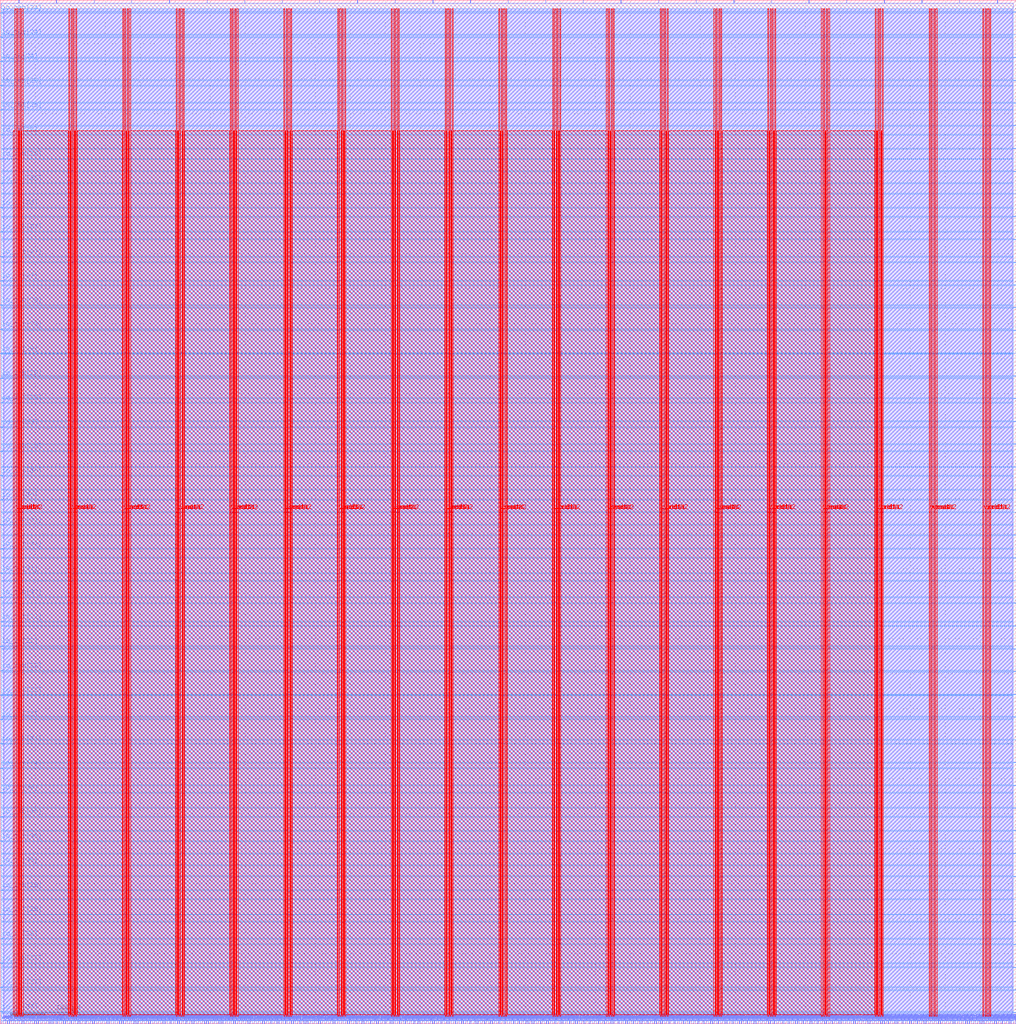
<source format=lef>
VERSION 5.7 ;
  NOWIREEXTENSIONATPIN ON ;
  DIVIDERCHAR "/" ;
  BUSBITCHARS "[]" ;
MACRO accelerator_top
  CLASS BLOCK ;
  FOREIGN accelerator_top ;
  ORIGIN 0.000 0.000 ;
  SIZE 1451.255 BY 1461.975 ;
  PIN io_in[0]
    DIRECTION INPUT ;
    USE SIGNAL ;
    PORT
      LAYER met3 ;
        RECT 1447.255 15.680 1451.255 16.280 ;
    END
  END io_in[0]
  PIN io_in[10]
    DIRECTION INPUT ;
    USE SIGNAL ;
    PORT
      LAYER met3 ;
        RECT 1447.255 990.120 1451.255 990.720 ;
    END
  END io_in[10]
  PIN io_in[11]
    DIRECTION INPUT ;
    USE SIGNAL ;
    PORT
      LAYER met3 ;
        RECT 1447.255 1087.360 1451.255 1087.960 ;
    END
  END io_in[11]
  PIN io_in[12]
    DIRECTION INPUT ;
    USE SIGNAL ;
    PORT
      LAYER met3 ;
        RECT 1447.255 1185.280 1451.255 1185.880 ;
    END
  END io_in[12]
  PIN io_in[13]
    DIRECTION INPUT ;
    USE SIGNAL ;
    PORT
      LAYER met3 ;
        RECT 1447.255 1282.520 1451.255 1283.120 ;
    END
  END io_in[13]
  PIN io_in[14]
    DIRECTION INPUT ;
    USE SIGNAL ;
    PORT
      LAYER met3 ;
        RECT 1447.255 1379.760 1451.255 1380.360 ;
    END
  END io_in[14]
  PIN io_in[15]
    DIRECTION INPUT ;
    USE SIGNAL ;
    PORT
      LAYER met2 ;
        RECT 1424.250 1457.975 1424.530 1461.975 ;
    END
  END io_in[15]
  PIN io_in[16]
    DIRECTION INPUT ;
    USE SIGNAL ;
    PORT
      LAYER met2 ;
        RECT 1262.790 1457.975 1263.070 1461.975 ;
    END
  END io_in[16]
  PIN io_in[17]
    DIRECTION INPUT ;
    USE SIGNAL ;
    PORT
      LAYER met2 ;
        RECT 1101.790 1457.975 1102.070 1461.975 ;
    END
  END io_in[17]
  PIN io_in[18]
    DIRECTION INPUT ;
    USE SIGNAL ;
    PORT
      LAYER met2 ;
        RECT 940.330 1457.975 940.610 1461.975 ;
    END
  END io_in[18]
  PIN io_in[19]
    DIRECTION INPUT ;
    USE SIGNAL ;
    PORT
      LAYER met2 ;
        RECT 778.870 1457.975 779.150 1461.975 ;
    END
  END io_in[19]
  PIN io_in[1]
    DIRECTION INPUT ;
    USE SIGNAL ;
    PORT
      LAYER met3 ;
        RECT 1447.255 112.920 1451.255 113.520 ;
    END
  END io_in[1]
  PIN io_in[20]
    DIRECTION INPUT ;
    USE SIGNAL ;
    PORT
      LAYER met2 ;
        RECT 617.870 1457.975 618.150 1461.975 ;
    END
  END io_in[20]
  PIN io_in[21]
    DIRECTION INPUT ;
    USE SIGNAL ;
    PORT
      LAYER met2 ;
        RECT 456.410 1457.975 456.690 1461.975 ;
    END
  END io_in[21]
  PIN io_in[22]
    DIRECTION INPUT ;
    USE SIGNAL ;
    PORT
      LAYER met2 ;
        RECT 295.410 1457.975 295.690 1461.975 ;
    END
  END io_in[22]
  PIN io_in[23]
    DIRECTION INPUT ;
    USE SIGNAL ;
    PORT
      LAYER met2 ;
        RECT 133.950 1457.975 134.230 1461.975 ;
    END
  END io_in[23]
  PIN io_in[24]
    DIRECTION INPUT ;
    USE SIGNAL ;
    PORT
      LAYER met3 ;
        RECT 0.000 1374.320 4.000 1374.920 ;
    END
  END io_in[24]
  PIN io_in[25]
    DIRECTION INPUT ;
    USE SIGNAL ;
    PORT
      LAYER met3 ;
        RECT 0.000 1269.600 4.000 1270.200 ;
    END
  END io_in[25]
  PIN io_in[26]
    DIRECTION INPUT ;
    USE SIGNAL ;
    PORT
      LAYER met3 ;
        RECT 0.000 1165.560 4.000 1166.160 ;
    END
  END io_in[26]
  PIN io_in[27]
    DIRECTION INPUT ;
    USE SIGNAL ;
    PORT
      LAYER met3 ;
        RECT 0.000 1060.840 4.000 1061.440 ;
    END
  END io_in[27]
  PIN io_in[28]
    DIRECTION INPUT ;
    USE SIGNAL ;
    PORT
      LAYER met3 ;
        RECT 0.000 956.800 4.000 957.400 ;
    END
  END io_in[28]
  PIN io_in[29]
    DIRECTION INPUT ;
    USE SIGNAL ;
    PORT
      LAYER met3 ;
        RECT 0.000 852.080 4.000 852.680 ;
    END
  END io_in[29]
  PIN io_in[2]
    DIRECTION INPUT ;
    USE SIGNAL ;
    PORT
      LAYER met3 ;
        RECT 1447.255 210.160 1451.255 210.760 ;
    END
  END io_in[2]
  PIN io_in[30]
    DIRECTION INPUT ;
    USE SIGNAL ;
    PORT
      LAYER met3 ;
        RECT 0.000 748.040 4.000 748.640 ;
    END
  END io_in[30]
  PIN io_in[31]
    DIRECTION INPUT ;
    USE SIGNAL ;
    PORT
      LAYER met3 ;
        RECT 0.000 643.320 4.000 643.920 ;
    END
  END io_in[31]
  PIN io_in[32]
    DIRECTION INPUT ;
    USE SIGNAL ;
    PORT
      LAYER met3 ;
        RECT 0.000 538.600 4.000 539.200 ;
    END
  END io_in[32]
  PIN io_in[33]
    DIRECTION INPUT ;
    USE SIGNAL ;
    PORT
      LAYER met3 ;
        RECT 0.000 434.560 4.000 435.160 ;
    END
  END io_in[33]
  PIN io_in[34]
    DIRECTION INPUT ;
    USE SIGNAL ;
    PORT
      LAYER met3 ;
        RECT 0.000 329.840 4.000 330.440 ;
    END
  END io_in[34]
  PIN io_in[35]
    DIRECTION INPUT ;
    USE SIGNAL ;
    PORT
      LAYER met3 ;
        RECT 0.000 225.800 4.000 226.400 ;
    END
  END io_in[35]
  PIN io_in[36]
    DIRECTION INPUT ;
    USE SIGNAL ;
    PORT
      LAYER met3 ;
        RECT 0.000 121.080 4.000 121.680 ;
    END
  END io_in[36]
  PIN io_in[37]
    DIRECTION INPUT ;
    USE SIGNAL ;
    PORT
      LAYER met3 ;
        RECT 0.000 17.040 4.000 17.640 ;
    END
  END io_in[37]
  PIN io_in[3]
    DIRECTION INPUT ;
    USE SIGNAL ;
    PORT
      LAYER met3 ;
        RECT 1447.255 308.080 1451.255 308.680 ;
    END
  END io_in[3]
  PIN io_in[4]
    DIRECTION INPUT ;
    USE SIGNAL ;
    PORT
      LAYER met3 ;
        RECT 1447.255 405.320 1451.255 405.920 ;
    END
  END io_in[4]
  PIN io_in[5]
    DIRECTION INPUT ;
    USE SIGNAL ;
    PORT
      LAYER met3 ;
        RECT 1447.255 502.560 1451.255 503.160 ;
    END
  END io_in[5]
  PIN io_in[6]
    DIRECTION INPUT ;
    USE SIGNAL ;
    PORT
      LAYER met3 ;
        RECT 1447.255 600.480 1451.255 601.080 ;
    END
  END io_in[6]
  PIN io_in[7]
    DIRECTION INPUT ;
    USE SIGNAL ;
    PORT
      LAYER met3 ;
        RECT 1447.255 697.720 1451.255 698.320 ;
    END
  END io_in[7]
  PIN io_in[8]
    DIRECTION INPUT ;
    USE SIGNAL ;
    PORT
      LAYER met3 ;
        RECT 1447.255 794.960 1451.255 795.560 ;
    END
  END io_in[8]
  PIN io_in[9]
    DIRECTION INPUT ;
    USE SIGNAL ;
    PORT
      LAYER met3 ;
        RECT 1447.255 892.880 1451.255 893.480 ;
    END
  END io_in[9]
  PIN io_oeb[0]
    DIRECTION OUTPUT TRISTATE ;
    USE SIGNAL ;
    PORT
      LAYER met3 ;
        RECT 1447.255 80.280 1451.255 80.880 ;
    END
  END io_oeb[0]
  PIN io_oeb[10]
    DIRECTION OUTPUT TRISTATE ;
    USE SIGNAL ;
    PORT
      LAYER met3 ;
        RECT 1447.255 1054.720 1451.255 1055.320 ;
    END
  END io_oeb[10]
  PIN io_oeb[11]
    DIRECTION OUTPUT TRISTATE ;
    USE SIGNAL ;
    PORT
      LAYER met3 ;
        RECT 1447.255 1152.640 1451.255 1153.240 ;
    END
  END io_oeb[11]
  PIN io_oeb[12]
    DIRECTION OUTPUT TRISTATE ;
    USE SIGNAL ;
    PORT
      LAYER met3 ;
        RECT 1447.255 1249.880 1451.255 1250.480 ;
    END
  END io_oeb[12]
  PIN io_oeb[13]
    DIRECTION OUTPUT TRISTATE ;
    USE SIGNAL ;
    PORT
      LAYER met3 ;
        RECT 1447.255 1347.120 1451.255 1347.720 ;
    END
  END io_oeb[13]
  PIN io_oeb[14]
    DIRECTION OUTPUT TRISTATE ;
    USE SIGNAL ;
    PORT
      LAYER met3 ;
        RECT 1447.255 1445.040 1451.255 1445.640 ;
    END
  END io_oeb[14]
  PIN io_oeb[15]
    DIRECTION OUTPUT TRISTATE ;
    USE SIGNAL ;
    PORT
      LAYER met2 ;
        RECT 1316.610 1457.975 1316.890 1461.975 ;
    END
  END io_oeb[15]
  PIN io_oeb[16]
    DIRECTION OUTPUT TRISTATE ;
    USE SIGNAL ;
    PORT
      LAYER met2 ;
        RECT 1155.150 1457.975 1155.430 1461.975 ;
    END
  END io_oeb[16]
  PIN io_oeb[17]
    DIRECTION OUTPUT TRISTATE ;
    USE SIGNAL ;
    PORT
      LAYER met2 ;
        RECT 994.150 1457.975 994.430 1461.975 ;
    END
  END io_oeb[17]
  PIN io_oeb[18]
    DIRECTION OUTPUT TRISTATE ;
    USE SIGNAL ;
    PORT
      LAYER met2 ;
        RECT 832.690 1457.975 832.970 1461.975 ;
    END
  END io_oeb[18]
  PIN io_oeb[19]
    DIRECTION OUTPUT TRISTATE ;
    USE SIGNAL ;
    PORT
      LAYER met2 ;
        RECT 671.690 1457.975 671.970 1461.975 ;
    END
  END io_oeb[19]
  PIN io_oeb[1]
    DIRECTION OUTPUT TRISTATE ;
    USE SIGNAL ;
    PORT
      LAYER met3 ;
        RECT 1447.255 177.520 1451.255 178.120 ;
    END
  END io_oeb[1]
  PIN io_oeb[20]
    DIRECTION OUTPUT TRISTATE ;
    USE SIGNAL ;
    PORT
      LAYER met2 ;
        RECT 510.230 1457.975 510.510 1461.975 ;
    END
  END io_oeb[20]
  PIN io_oeb[21]
    DIRECTION OUTPUT TRISTATE ;
    USE SIGNAL ;
    PORT
      LAYER met2 ;
        RECT 349.230 1457.975 349.510 1461.975 ;
    END
  END io_oeb[21]
  PIN io_oeb[22]
    DIRECTION OUTPUT TRISTATE ;
    USE SIGNAL ;
    PORT
      LAYER met2 ;
        RECT 187.770 1457.975 188.050 1461.975 ;
    END
  END io_oeb[22]
  PIN io_oeb[23]
    DIRECTION OUTPUT TRISTATE ;
    USE SIGNAL ;
    PORT
      LAYER met2 ;
        RECT 26.770 1457.975 27.050 1461.975 ;
    END
  END io_oeb[23]
  PIN io_oeb[24]
    DIRECTION OUTPUT TRISTATE ;
    USE SIGNAL ;
    PORT
      LAYER met3 ;
        RECT 0.000 1443.680 4.000 1444.280 ;
    END
  END io_oeb[24]
  PIN io_oeb[25]
    DIRECTION OUTPUT TRISTATE ;
    USE SIGNAL ;
    PORT
      LAYER met3 ;
        RECT 0.000 1339.640 4.000 1340.240 ;
    END
  END io_oeb[25]
  PIN io_oeb[26]
    DIRECTION OUTPUT TRISTATE ;
    USE SIGNAL ;
    PORT
      LAYER met3 ;
        RECT 0.000 1234.920 4.000 1235.520 ;
    END
  END io_oeb[26]
  PIN io_oeb[27]
    DIRECTION OUTPUT TRISTATE ;
    USE SIGNAL ;
    PORT
      LAYER met3 ;
        RECT 0.000 1130.880 4.000 1131.480 ;
    END
  END io_oeb[27]
  PIN io_oeb[28]
    DIRECTION OUTPUT TRISTATE ;
    USE SIGNAL ;
    PORT
      LAYER met3 ;
        RECT 0.000 1026.160 4.000 1026.760 ;
    END
  END io_oeb[28]
  PIN io_oeb[29]
    DIRECTION OUTPUT TRISTATE ;
    USE SIGNAL ;
    PORT
      LAYER met3 ;
        RECT 0.000 921.440 4.000 922.040 ;
    END
  END io_oeb[29]
  PIN io_oeb[2]
    DIRECTION OUTPUT TRISTATE ;
    USE SIGNAL ;
    PORT
      LAYER met3 ;
        RECT 1447.255 275.440 1451.255 276.040 ;
    END
  END io_oeb[2]
  PIN io_oeb[30]
    DIRECTION OUTPUT TRISTATE ;
    USE SIGNAL ;
    PORT
      LAYER met3 ;
        RECT 0.000 817.400 4.000 818.000 ;
    END
  END io_oeb[30]
  PIN io_oeb[31]
    DIRECTION OUTPUT TRISTATE ;
    USE SIGNAL ;
    PORT
      LAYER met3 ;
        RECT 0.000 712.680 4.000 713.280 ;
    END
  END io_oeb[31]
  PIN io_oeb[32]
    DIRECTION OUTPUT TRISTATE ;
    USE SIGNAL ;
    PORT
      LAYER met3 ;
        RECT 0.000 608.640 4.000 609.240 ;
    END
  END io_oeb[32]
  PIN io_oeb[33]
    DIRECTION OUTPUT TRISTATE ;
    USE SIGNAL ;
    PORT
      LAYER met3 ;
        RECT 0.000 503.920 4.000 504.520 ;
    END
  END io_oeb[33]
  PIN io_oeb[34]
    DIRECTION OUTPUT TRISTATE ;
    USE SIGNAL ;
    PORT
      LAYER met3 ;
        RECT 0.000 399.880 4.000 400.480 ;
    END
  END io_oeb[34]
  PIN io_oeb[35]
    DIRECTION OUTPUT TRISTATE ;
    USE SIGNAL ;
    PORT
      LAYER met3 ;
        RECT 0.000 295.160 4.000 295.760 ;
    END
  END io_oeb[35]
  PIN io_oeb[36]
    DIRECTION OUTPUT TRISTATE ;
    USE SIGNAL ;
    PORT
      LAYER met3 ;
        RECT 0.000 190.440 4.000 191.040 ;
    END
  END io_oeb[36]
  PIN io_oeb[37]
    DIRECTION OUTPUT TRISTATE ;
    USE SIGNAL ;
    PORT
      LAYER met3 ;
        RECT 0.000 86.400 4.000 87.000 ;
    END
  END io_oeb[37]
  PIN io_oeb[3]
    DIRECTION OUTPUT TRISTATE ;
    USE SIGNAL ;
    PORT
      LAYER met3 ;
        RECT 1447.255 372.680 1451.255 373.280 ;
    END
  END io_oeb[3]
  PIN io_oeb[4]
    DIRECTION OUTPUT TRISTATE ;
    USE SIGNAL ;
    PORT
      LAYER met3 ;
        RECT 1447.255 469.920 1451.255 470.520 ;
    END
  END io_oeb[4]
  PIN io_oeb[5]
    DIRECTION OUTPUT TRISTATE ;
    USE SIGNAL ;
    PORT
      LAYER met3 ;
        RECT 1447.255 567.840 1451.255 568.440 ;
    END
  END io_oeb[5]
  PIN io_oeb[6]
    DIRECTION OUTPUT TRISTATE ;
    USE SIGNAL ;
    PORT
      LAYER met3 ;
        RECT 1447.255 665.080 1451.255 665.680 ;
    END
  END io_oeb[6]
  PIN io_oeb[7]
    DIRECTION OUTPUT TRISTATE ;
    USE SIGNAL ;
    PORT
      LAYER met3 ;
        RECT 1447.255 762.320 1451.255 762.920 ;
    END
  END io_oeb[7]
  PIN io_oeb[8]
    DIRECTION OUTPUT TRISTATE ;
    USE SIGNAL ;
    PORT
      LAYER met3 ;
        RECT 1447.255 860.240 1451.255 860.840 ;
    END
  END io_oeb[8]
  PIN io_oeb[9]
    DIRECTION OUTPUT TRISTATE ;
    USE SIGNAL ;
    PORT
      LAYER met3 ;
        RECT 1447.255 957.480 1451.255 958.080 ;
    END
  END io_oeb[9]
  PIN io_out[0]
    DIRECTION OUTPUT TRISTATE ;
    USE SIGNAL ;
    PORT
      LAYER met3 ;
        RECT 1447.255 47.640 1451.255 48.240 ;
    END
  END io_out[0]
  PIN io_out[10]
    DIRECTION OUTPUT TRISTATE ;
    USE SIGNAL ;
    PORT
      LAYER met3 ;
        RECT 1447.255 1022.760 1451.255 1023.360 ;
    END
  END io_out[10]
  PIN io_out[11]
    DIRECTION OUTPUT TRISTATE ;
    USE SIGNAL ;
    PORT
      LAYER met3 ;
        RECT 1447.255 1120.000 1451.255 1120.600 ;
    END
  END io_out[11]
  PIN io_out[12]
    DIRECTION OUTPUT TRISTATE ;
    USE SIGNAL ;
    PORT
      LAYER met3 ;
        RECT 1447.255 1217.240 1451.255 1217.840 ;
    END
  END io_out[12]
  PIN io_out[13]
    DIRECTION OUTPUT TRISTATE ;
    USE SIGNAL ;
    PORT
      LAYER met3 ;
        RECT 1447.255 1315.160 1451.255 1315.760 ;
    END
  END io_out[13]
  PIN io_out[14]
    DIRECTION OUTPUT TRISTATE ;
    USE SIGNAL ;
    PORT
      LAYER met3 ;
        RECT 1447.255 1412.400 1451.255 1413.000 ;
    END
  END io_out[14]
  PIN io_out[15]
    DIRECTION OUTPUT TRISTATE ;
    USE SIGNAL ;
    PORT
      LAYER met2 ;
        RECT 1370.430 1457.975 1370.710 1461.975 ;
    END
  END io_out[15]
  PIN io_out[16]
    DIRECTION OUTPUT TRISTATE ;
    USE SIGNAL ;
    PORT
      LAYER met2 ;
        RECT 1208.970 1457.975 1209.250 1461.975 ;
    END
  END io_out[16]
  PIN io_out[17]
    DIRECTION OUTPUT TRISTATE ;
    USE SIGNAL ;
    PORT
      LAYER met2 ;
        RECT 1047.970 1457.975 1048.250 1461.975 ;
    END
  END io_out[17]
  PIN io_out[18]
    DIRECTION OUTPUT TRISTATE ;
    USE SIGNAL ;
    PORT
      LAYER met2 ;
        RECT 886.510 1457.975 886.790 1461.975 ;
    END
  END io_out[18]
  PIN io_out[19]
    DIRECTION OUTPUT TRISTATE ;
    USE SIGNAL ;
    PORT
      LAYER met2 ;
        RECT 725.510 1457.975 725.790 1461.975 ;
    END
  END io_out[19]
  PIN io_out[1]
    DIRECTION OUTPUT TRISTATE ;
    USE SIGNAL ;
    PORT
      LAYER met3 ;
        RECT 1447.255 145.560 1451.255 146.160 ;
    END
  END io_out[1]
  PIN io_out[20]
    DIRECTION OUTPUT TRISTATE ;
    USE SIGNAL ;
    PORT
      LAYER met2 ;
        RECT 564.050 1457.975 564.330 1461.975 ;
    END
  END io_out[20]
  PIN io_out[21]
    DIRECTION OUTPUT TRISTATE ;
    USE SIGNAL ;
    PORT
      LAYER met2 ;
        RECT 402.590 1457.975 402.870 1461.975 ;
    END
  END io_out[21]
  PIN io_out[22]
    DIRECTION OUTPUT TRISTATE ;
    USE SIGNAL ;
    PORT
      LAYER met2 ;
        RECT 241.590 1457.975 241.870 1461.975 ;
    END
  END io_out[22]
  PIN io_out[23]
    DIRECTION OUTPUT TRISTATE ;
    USE SIGNAL ;
    PORT
      LAYER met2 ;
        RECT 80.130 1457.975 80.410 1461.975 ;
    END
  END io_out[23]
  PIN io_out[24]
    DIRECTION OUTPUT TRISTATE ;
    USE SIGNAL ;
    PORT
      LAYER met3 ;
        RECT 0.000 1409.000 4.000 1409.600 ;
    END
  END io_out[24]
  PIN io_out[25]
    DIRECTION OUTPUT TRISTATE ;
    USE SIGNAL ;
    PORT
      LAYER met3 ;
        RECT 0.000 1304.960 4.000 1305.560 ;
    END
  END io_out[25]
  PIN io_out[26]
    DIRECTION OUTPUT TRISTATE ;
    USE SIGNAL ;
    PORT
      LAYER met3 ;
        RECT 0.000 1200.240 4.000 1200.840 ;
    END
  END io_out[26]
  PIN io_out[27]
    DIRECTION OUTPUT TRISTATE ;
    USE SIGNAL ;
    PORT
      LAYER met3 ;
        RECT 0.000 1095.520 4.000 1096.120 ;
    END
  END io_out[27]
  PIN io_out[28]
    DIRECTION OUTPUT TRISTATE ;
    USE SIGNAL ;
    PORT
      LAYER met3 ;
        RECT 0.000 991.480 4.000 992.080 ;
    END
  END io_out[28]
  PIN io_out[29]
    DIRECTION OUTPUT TRISTATE ;
    USE SIGNAL ;
    PORT
      LAYER met3 ;
        RECT 0.000 886.760 4.000 887.360 ;
    END
  END io_out[29]
  PIN io_out[2]
    DIRECTION OUTPUT TRISTATE ;
    USE SIGNAL ;
    PORT
      LAYER met3 ;
        RECT 1447.255 242.800 1451.255 243.400 ;
    END
  END io_out[2]
  PIN io_out[30]
    DIRECTION OUTPUT TRISTATE ;
    USE SIGNAL ;
    PORT
      LAYER met3 ;
        RECT 0.000 782.720 4.000 783.320 ;
    END
  END io_out[30]
  PIN io_out[31]
    DIRECTION OUTPUT TRISTATE ;
    USE SIGNAL ;
    PORT
      LAYER met3 ;
        RECT 0.000 678.000 4.000 678.600 ;
    END
  END io_out[31]
  PIN io_out[32]
    DIRECTION OUTPUT TRISTATE ;
    USE SIGNAL ;
    PORT
      LAYER met3 ;
        RECT 0.000 573.960 4.000 574.560 ;
    END
  END io_out[32]
  PIN io_out[33]
    DIRECTION OUTPUT TRISTATE ;
    USE SIGNAL ;
    PORT
      LAYER met3 ;
        RECT 0.000 469.240 4.000 469.840 ;
    END
  END io_out[33]
  PIN io_out[34]
    DIRECTION OUTPUT TRISTATE ;
    USE SIGNAL ;
    PORT
      LAYER met3 ;
        RECT 0.000 364.520 4.000 365.120 ;
    END
  END io_out[34]
  PIN io_out[35]
    DIRECTION OUTPUT TRISTATE ;
    USE SIGNAL ;
    PORT
      LAYER met3 ;
        RECT 0.000 260.480 4.000 261.080 ;
    END
  END io_out[35]
  PIN io_out[36]
    DIRECTION OUTPUT TRISTATE ;
    USE SIGNAL ;
    PORT
      LAYER met3 ;
        RECT 0.000 155.760 4.000 156.360 ;
    END
  END io_out[36]
  PIN io_out[37]
    DIRECTION OUTPUT TRISTATE ;
    USE SIGNAL ;
    PORT
      LAYER met3 ;
        RECT 0.000 51.720 4.000 52.320 ;
    END
  END io_out[37]
  PIN io_out[3]
    DIRECTION OUTPUT TRISTATE ;
    USE SIGNAL ;
    PORT
      LAYER met3 ;
        RECT 1447.255 340.040 1451.255 340.640 ;
    END
  END io_out[3]
  PIN io_out[4]
    DIRECTION OUTPUT TRISTATE ;
    USE SIGNAL ;
    PORT
      LAYER met3 ;
        RECT 1447.255 437.960 1451.255 438.560 ;
    END
  END io_out[4]
  PIN io_out[5]
    DIRECTION OUTPUT TRISTATE ;
    USE SIGNAL ;
    PORT
      LAYER met3 ;
        RECT 1447.255 535.200 1451.255 535.800 ;
    END
  END io_out[5]
  PIN io_out[6]
    DIRECTION OUTPUT TRISTATE ;
    USE SIGNAL ;
    PORT
      LAYER met3 ;
        RECT 1447.255 632.440 1451.255 633.040 ;
    END
  END io_out[6]
  PIN io_out[7]
    DIRECTION OUTPUT TRISTATE ;
    USE SIGNAL ;
    PORT
      LAYER met3 ;
        RECT 1447.255 730.360 1451.255 730.960 ;
    END
  END io_out[7]
  PIN io_out[8]
    DIRECTION OUTPUT TRISTATE ;
    USE SIGNAL ;
    PORT
      LAYER met3 ;
        RECT 1447.255 827.600 1451.255 828.200 ;
    END
  END io_out[8]
  PIN io_out[9]
    DIRECTION OUTPUT TRISTATE ;
    USE SIGNAL ;
    PORT
      LAYER met3 ;
        RECT 1447.255 924.840 1451.255 925.440 ;
    END
  END io_out[9]
  PIN la_data_in[0]
    DIRECTION INPUT ;
    USE SIGNAL ;
    PORT
      LAYER met2 ;
        RECT 315.190 0.000 315.470 4.000 ;
    END
  END la_data_in[0]
  PIN la_data_in[100]
    DIRECTION INPUT ;
    USE SIGNAL ;
    PORT
      LAYER met2 ;
        RECT 1203.910 0.000 1204.190 4.000 ;
    END
  END la_data_in[100]
  PIN la_data_in[101]
    DIRECTION INPUT ;
    USE SIGNAL ;
    PORT
      LAYER met2 ;
        RECT 1212.650 0.000 1212.930 4.000 ;
    END
  END la_data_in[101]
  PIN la_data_in[102]
    DIRECTION INPUT ;
    USE SIGNAL ;
    PORT
      LAYER met2 ;
        RECT 1221.390 0.000 1221.670 4.000 ;
    END
  END la_data_in[102]
  PIN la_data_in[103]
    DIRECTION INPUT ;
    USE SIGNAL ;
    PORT
      LAYER met2 ;
        RECT 1230.590 0.000 1230.870 4.000 ;
    END
  END la_data_in[103]
  PIN la_data_in[104]
    DIRECTION INPUT ;
    USE SIGNAL ;
    PORT
      LAYER met2 ;
        RECT 1239.330 0.000 1239.610 4.000 ;
    END
  END la_data_in[104]
  PIN la_data_in[105]
    DIRECTION INPUT ;
    USE SIGNAL ;
    PORT
      LAYER met2 ;
        RECT 1248.070 0.000 1248.350 4.000 ;
    END
  END la_data_in[105]
  PIN la_data_in[106]
    DIRECTION INPUT ;
    USE SIGNAL ;
    PORT
      LAYER met2 ;
        RECT 1257.270 0.000 1257.550 4.000 ;
    END
  END la_data_in[106]
  PIN la_data_in[107]
    DIRECTION INPUT ;
    USE SIGNAL ;
    PORT
      LAYER met2 ;
        RECT 1266.010 0.000 1266.290 4.000 ;
    END
  END la_data_in[107]
  PIN la_data_in[108]
    DIRECTION INPUT ;
    USE SIGNAL ;
    PORT
      LAYER met2 ;
        RECT 1274.750 0.000 1275.030 4.000 ;
    END
  END la_data_in[108]
  PIN la_data_in[109]
    DIRECTION INPUT ;
    USE SIGNAL ;
    PORT
      LAYER met2 ;
        RECT 1283.490 0.000 1283.770 4.000 ;
    END
  END la_data_in[109]
  PIN la_data_in[10]
    DIRECTION INPUT ;
    USE SIGNAL ;
    PORT
      LAYER met2 ;
        RECT 403.970 0.000 404.250 4.000 ;
    END
  END la_data_in[10]
  PIN la_data_in[110]
    DIRECTION INPUT ;
    USE SIGNAL ;
    PORT
      LAYER met2 ;
        RECT 1292.690 0.000 1292.970 4.000 ;
    END
  END la_data_in[110]
  PIN la_data_in[111]
    DIRECTION INPUT ;
    USE SIGNAL ;
    PORT
      LAYER met2 ;
        RECT 1301.430 0.000 1301.710 4.000 ;
    END
  END la_data_in[111]
  PIN la_data_in[112]
    DIRECTION INPUT ;
    USE SIGNAL ;
    PORT
      LAYER met2 ;
        RECT 1310.170 0.000 1310.450 4.000 ;
    END
  END la_data_in[112]
  PIN la_data_in[113]
    DIRECTION INPUT ;
    USE SIGNAL ;
    PORT
      LAYER met2 ;
        RECT 1319.370 0.000 1319.650 4.000 ;
    END
  END la_data_in[113]
  PIN la_data_in[114]
    DIRECTION INPUT ;
    USE SIGNAL ;
    PORT
      LAYER met2 ;
        RECT 1328.110 0.000 1328.390 4.000 ;
    END
  END la_data_in[114]
  PIN la_data_in[115]
    DIRECTION INPUT ;
    USE SIGNAL ;
    PORT
      LAYER met2 ;
        RECT 1336.850 0.000 1337.130 4.000 ;
    END
  END la_data_in[115]
  PIN la_data_in[116]
    DIRECTION INPUT ;
    USE SIGNAL ;
    PORT
      LAYER met2 ;
        RECT 1346.050 0.000 1346.330 4.000 ;
    END
  END la_data_in[116]
  PIN la_data_in[117]
    DIRECTION INPUT ;
    USE SIGNAL ;
    PORT
      LAYER met2 ;
        RECT 1354.790 0.000 1355.070 4.000 ;
    END
  END la_data_in[117]
  PIN la_data_in[118]
    DIRECTION INPUT ;
    USE SIGNAL ;
    PORT
      LAYER met2 ;
        RECT 1363.530 0.000 1363.810 4.000 ;
    END
  END la_data_in[118]
  PIN la_data_in[119]
    DIRECTION INPUT ;
    USE SIGNAL ;
    PORT
      LAYER met2 ;
        RECT 1372.730 0.000 1373.010 4.000 ;
    END
  END la_data_in[119]
  PIN la_data_in[11]
    DIRECTION INPUT ;
    USE SIGNAL ;
    PORT
      LAYER met2 ;
        RECT 412.710 0.000 412.990 4.000 ;
    END
  END la_data_in[11]
  PIN la_data_in[120]
    DIRECTION INPUT ;
    USE SIGNAL ;
    PORT
      LAYER met2 ;
        RECT 1381.470 0.000 1381.750 4.000 ;
    END
  END la_data_in[120]
  PIN la_data_in[121]
    DIRECTION INPUT ;
    USE SIGNAL ;
    PORT
      LAYER met2 ;
        RECT 1390.210 0.000 1390.490 4.000 ;
    END
  END la_data_in[121]
  PIN la_data_in[122]
    DIRECTION INPUT ;
    USE SIGNAL ;
    PORT
      LAYER met2 ;
        RECT 1399.410 0.000 1399.690 4.000 ;
    END
  END la_data_in[122]
  PIN la_data_in[123]
    DIRECTION INPUT ;
    USE SIGNAL ;
    PORT
      LAYER met2 ;
        RECT 1408.150 0.000 1408.430 4.000 ;
    END
  END la_data_in[123]
  PIN la_data_in[124]
    DIRECTION INPUT ;
    USE SIGNAL ;
    PORT
      LAYER met2 ;
        RECT 1416.890 0.000 1417.170 4.000 ;
    END
  END la_data_in[124]
  PIN la_data_in[125]
    DIRECTION INPUT ;
    USE SIGNAL ;
    PORT
      LAYER met2 ;
        RECT 1426.090 0.000 1426.370 4.000 ;
    END
  END la_data_in[125]
  PIN la_data_in[126]
    DIRECTION INPUT ;
    USE SIGNAL ;
    PORT
      LAYER met2 ;
        RECT 1434.830 0.000 1435.110 4.000 ;
    END
  END la_data_in[126]
  PIN la_data_in[127]
    DIRECTION INPUT ;
    USE SIGNAL ;
    PORT
      LAYER met2 ;
        RECT 1443.570 0.000 1443.850 4.000 ;
    END
  END la_data_in[127]
  PIN la_data_in[12]
    DIRECTION INPUT ;
    USE SIGNAL ;
    PORT
      LAYER met2 ;
        RECT 421.910 0.000 422.190 4.000 ;
    END
  END la_data_in[12]
  PIN la_data_in[13]
    DIRECTION INPUT ;
    USE SIGNAL ;
    PORT
      LAYER met2 ;
        RECT 430.650 0.000 430.930 4.000 ;
    END
  END la_data_in[13]
  PIN la_data_in[14]
    DIRECTION INPUT ;
    USE SIGNAL ;
    PORT
      LAYER met2 ;
        RECT 439.390 0.000 439.670 4.000 ;
    END
  END la_data_in[14]
  PIN la_data_in[15]
    DIRECTION INPUT ;
    USE SIGNAL ;
    PORT
      LAYER met2 ;
        RECT 448.590 0.000 448.870 4.000 ;
    END
  END la_data_in[15]
  PIN la_data_in[16]
    DIRECTION INPUT ;
    USE SIGNAL ;
    PORT
      LAYER met2 ;
        RECT 457.330 0.000 457.610 4.000 ;
    END
  END la_data_in[16]
  PIN la_data_in[17]
    DIRECTION INPUT ;
    USE SIGNAL ;
    PORT
      LAYER met2 ;
        RECT 466.070 0.000 466.350 4.000 ;
    END
  END la_data_in[17]
  PIN la_data_in[18]
    DIRECTION INPUT ;
    USE SIGNAL ;
    PORT
      LAYER met2 ;
        RECT 475.270 0.000 475.550 4.000 ;
    END
  END la_data_in[18]
  PIN la_data_in[19]
    DIRECTION INPUT ;
    USE SIGNAL ;
    PORT
      LAYER met2 ;
        RECT 484.010 0.000 484.290 4.000 ;
    END
  END la_data_in[19]
  PIN la_data_in[1]
    DIRECTION INPUT ;
    USE SIGNAL ;
    PORT
      LAYER met2 ;
        RECT 323.930 0.000 324.210 4.000 ;
    END
  END la_data_in[1]
  PIN la_data_in[20]
    DIRECTION INPUT ;
    USE SIGNAL ;
    PORT
      LAYER met2 ;
        RECT 492.750 0.000 493.030 4.000 ;
    END
  END la_data_in[20]
  PIN la_data_in[21]
    DIRECTION INPUT ;
    USE SIGNAL ;
    PORT
      LAYER met2 ;
        RECT 501.950 0.000 502.230 4.000 ;
    END
  END la_data_in[21]
  PIN la_data_in[22]
    DIRECTION INPUT ;
    USE SIGNAL ;
    PORT
      LAYER met2 ;
        RECT 510.690 0.000 510.970 4.000 ;
    END
  END la_data_in[22]
  PIN la_data_in[23]
    DIRECTION INPUT ;
    USE SIGNAL ;
    PORT
      LAYER met2 ;
        RECT 519.430 0.000 519.710 4.000 ;
    END
  END la_data_in[23]
  PIN la_data_in[24]
    DIRECTION INPUT ;
    USE SIGNAL ;
    PORT
      LAYER met2 ;
        RECT 528.630 0.000 528.910 4.000 ;
    END
  END la_data_in[24]
  PIN la_data_in[25]
    DIRECTION INPUT ;
    USE SIGNAL ;
    PORT
      LAYER met2 ;
        RECT 537.370 0.000 537.650 4.000 ;
    END
  END la_data_in[25]
  PIN la_data_in[26]
    DIRECTION INPUT ;
    USE SIGNAL ;
    PORT
      LAYER met2 ;
        RECT 546.110 0.000 546.390 4.000 ;
    END
  END la_data_in[26]
  PIN la_data_in[27]
    DIRECTION INPUT ;
    USE SIGNAL ;
    PORT
      LAYER met2 ;
        RECT 555.310 0.000 555.590 4.000 ;
    END
  END la_data_in[27]
  PIN la_data_in[28]
    DIRECTION INPUT ;
    USE SIGNAL ;
    PORT
      LAYER met2 ;
        RECT 564.050 0.000 564.330 4.000 ;
    END
  END la_data_in[28]
  PIN la_data_in[29]
    DIRECTION INPUT ;
    USE SIGNAL ;
    PORT
      LAYER met2 ;
        RECT 572.790 0.000 573.070 4.000 ;
    END
  END la_data_in[29]
  PIN la_data_in[2]
    DIRECTION INPUT ;
    USE SIGNAL ;
    PORT
      LAYER met2 ;
        RECT 333.130 0.000 333.410 4.000 ;
    END
  END la_data_in[2]
  PIN la_data_in[30]
    DIRECTION INPUT ;
    USE SIGNAL ;
    PORT
      LAYER met2 ;
        RECT 581.990 0.000 582.270 4.000 ;
    END
  END la_data_in[30]
  PIN la_data_in[31]
    DIRECTION INPUT ;
    USE SIGNAL ;
    PORT
      LAYER met2 ;
        RECT 590.730 0.000 591.010 4.000 ;
    END
  END la_data_in[31]
  PIN la_data_in[32]
    DIRECTION INPUT ;
    USE SIGNAL ;
    PORT
      LAYER met2 ;
        RECT 599.470 0.000 599.750 4.000 ;
    END
  END la_data_in[32]
  PIN la_data_in[33]
    DIRECTION INPUT ;
    USE SIGNAL ;
    PORT
      LAYER met2 ;
        RECT 608.210 0.000 608.490 4.000 ;
    END
  END la_data_in[33]
  PIN la_data_in[34]
    DIRECTION INPUT ;
    USE SIGNAL ;
    PORT
      LAYER met2 ;
        RECT 617.410 0.000 617.690 4.000 ;
    END
  END la_data_in[34]
  PIN la_data_in[35]
    DIRECTION INPUT ;
    USE SIGNAL ;
    PORT
      LAYER met2 ;
        RECT 626.150 0.000 626.430 4.000 ;
    END
  END la_data_in[35]
  PIN la_data_in[36]
    DIRECTION INPUT ;
    USE SIGNAL ;
    PORT
      LAYER met2 ;
        RECT 634.890 0.000 635.170 4.000 ;
    END
  END la_data_in[36]
  PIN la_data_in[37]
    DIRECTION INPUT ;
    USE SIGNAL ;
    PORT
      LAYER met2 ;
        RECT 644.090 0.000 644.370 4.000 ;
    END
  END la_data_in[37]
  PIN la_data_in[38]
    DIRECTION INPUT ;
    USE SIGNAL ;
    PORT
      LAYER met2 ;
        RECT 652.830 0.000 653.110 4.000 ;
    END
  END la_data_in[38]
  PIN la_data_in[39]
    DIRECTION INPUT ;
    USE SIGNAL ;
    PORT
      LAYER met2 ;
        RECT 661.570 0.000 661.850 4.000 ;
    END
  END la_data_in[39]
  PIN la_data_in[3]
    DIRECTION INPUT ;
    USE SIGNAL ;
    PORT
      LAYER met2 ;
        RECT 341.870 0.000 342.150 4.000 ;
    END
  END la_data_in[3]
  PIN la_data_in[40]
    DIRECTION INPUT ;
    USE SIGNAL ;
    PORT
      LAYER met2 ;
        RECT 670.770 0.000 671.050 4.000 ;
    END
  END la_data_in[40]
  PIN la_data_in[41]
    DIRECTION INPUT ;
    USE SIGNAL ;
    PORT
      LAYER met2 ;
        RECT 679.510 0.000 679.790 4.000 ;
    END
  END la_data_in[41]
  PIN la_data_in[42]
    DIRECTION INPUT ;
    USE SIGNAL ;
    PORT
      LAYER met2 ;
        RECT 688.250 0.000 688.530 4.000 ;
    END
  END la_data_in[42]
  PIN la_data_in[43]
    DIRECTION INPUT ;
    USE SIGNAL ;
    PORT
      LAYER met2 ;
        RECT 697.450 0.000 697.730 4.000 ;
    END
  END la_data_in[43]
  PIN la_data_in[44]
    DIRECTION INPUT ;
    USE SIGNAL ;
    PORT
      LAYER met2 ;
        RECT 706.190 0.000 706.470 4.000 ;
    END
  END la_data_in[44]
  PIN la_data_in[45]
    DIRECTION INPUT ;
    USE SIGNAL ;
    PORT
      LAYER met2 ;
        RECT 714.930 0.000 715.210 4.000 ;
    END
  END la_data_in[45]
  PIN la_data_in[46]
    DIRECTION INPUT ;
    USE SIGNAL ;
    PORT
      LAYER met2 ;
        RECT 724.130 0.000 724.410 4.000 ;
    END
  END la_data_in[46]
  PIN la_data_in[47]
    DIRECTION INPUT ;
    USE SIGNAL ;
    PORT
      LAYER met2 ;
        RECT 732.870 0.000 733.150 4.000 ;
    END
  END la_data_in[47]
  PIN la_data_in[48]
    DIRECTION INPUT ;
    USE SIGNAL ;
    PORT
      LAYER met2 ;
        RECT 741.610 0.000 741.890 4.000 ;
    END
  END la_data_in[48]
  PIN la_data_in[49]
    DIRECTION INPUT ;
    USE SIGNAL ;
    PORT
      LAYER met2 ;
        RECT 750.810 0.000 751.090 4.000 ;
    END
  END la_data_in[49]
  PIN la_data_in[4]
    DIRECTION INPUT ;
    USE SIGNAL ;
    PORT
      LAYER met2 ;
        RECT 350.610 0.000 350.890 4.000 ;
    END
  END la_data_in[4]
  PIN la_data_in[50]
    DIRECTION INPUT ;
    USE SIGNAL ;
    PORT
      LAYER met2 ;
        RECT 759.550 0.000 759.830 4.000 ;
    END
  END la_data_in[50]
  PIN la_data_in[51]
    DIRECTION INPUT ;
    USE SIGNAL ;
    PORT
      LAYER met2 ;
        RECT 768.290 0.000 768.570 4.000 ;
    END
  END la_data_in[51]
  PIN la_data_in[52]
    DIRECTION INPUT ;
    USE SIGNAL ;
    PORT
      LAYER met2 ;
        RECT 777.030 0.000 777.310 4.000 ;
    END
  END la_data_in[52]
  PIN la_data_in[53]
    DIRECTION INPUT ;
    USE SIGNAL ;
    PORT
      LAYER met2 ;
        RECT 786.230 0.000 786.510 4.000 ;
    END
  END la_data_in[53]
  PIN la_data_in[54]
    DIRECTION INPUT ;
    USE SIGNAL ;
    PORT
      LAYER met2 ;
        RECT 794.970 0.000 795.250 4.000 ;
    END
  END la_data_in[54]
  PIN la_data_in[55]
    DIRECTION INPUT ;
    USE SIGNAL ;
    PORT
      LAYER met2 ;
        RECT 803.710 0.000 803.990 4.000 ;
    END
  END la_data_in[55]
  PIN la_data_in[56]
    DIRECTION INPUT ;
    USE SIGNAL ;
    PORT
      LAYER met2 ;
        RECT 812.910 0.000 813.190 4.000 ;
    END
  END la_data_in[56]
  PIN la_data_in[57]
    DIRECTION INPUT ;
    USE SIGNAL ;
    PORT
      LAYER met2 ;
        RECT 821.650 0.000 821.930 4.000 ;
    END
  END la_data_in[57]
  PIN la_data_in[58]
    DIRECTION INPUT ;
    USE SIGNAL ;
    PORT
      LAYER met2 ;
        RECT 830.390 0.000 830.670 4.000 ;
    END
  END la_data_in[58]
  PIN la_data_in[59]
    DIRECTION INPUT ;
    USE SIGNAL ;
    PORT
      LAYER met2 ;
        RECT 839.590 0.000 839.870 4.000 ;
    END
  END la_data_in[59]
  PIN la_data_in[5]
    DIRECTION INPUT ;
    USE SIGNAL ;
    PORT
      LAYER met2 ;
        RECT 359.810 0.000 360.090 4.000 ;
    END
  END la_data_in[5]
  PIN la_data_in[60]
    DIRECTION INPUT ;
    USE SIGNAL ;
    PORT
      LAYER met2 ;
        RECT 848.330 0.000 848.610 4.000 ;
    END
  END la_data_in[60]
  PIN la_data_in[61]
    DIRECTION INPUT ;
    USE SIGNAL ;
    PORT
      LAYER met2 ;
        RECT 857.070 0.000 857.350 4.000 ;
    END
  END la_data_in[61]
  PIN la_data_in[62]
    DIRECTION INPUT ;
    USE SIGNAL ;
    PORT
      LAYER met2 ;
        RECT 866.270 0.000 866.550 4.000 ;
    END
  END la_data_in[62]
  PIN la_data_in[63]
    DIRECTION INPUT ;
    USE SIGNAL ;
    PORT
      LAYER met2 ;
        RECT 875.010 0.000 875.290 4.000 ;
    END
  END la_data_in[63]
  PIN la_data_in[64]
    DIRECTION INPUT ;
    USE SIGNAL ;
    PORT
      LAYER met2 ;
        RECT 883.750 0.000 884.030 4.000 ;
    END
  END la_data_in[64]
  PIN la_data_in[65]
    DIRECTION INPUT ;
    USE SIGNAL ;
    PORT
      LAYER met2 ;
        RECT 892.950 0.000 893.230 4.000 ;
    END
  END la_data_in[65]
  PIN la_data_in[66]
    DIRECTION INPUT ;
    USE SIGNAL ;
    PORT
      LAYER met2 ;
        RECT 901.690 0.000 901.970 4.000 ;
    END
  END la_data_in[66]
  PIN la_data_in[67]
    DIRECTION INPUT ;
    USE SIGNAL ;
    PORT
      LAYER met2 ;
        RECT 910.430 0.000 910.710 4.000 ;
    END
  END la_data_in[67]
  PIN la_data_in[68]
    DIRECTION INPUT ;
    USE SIGNAL ;
    PORT
      LAYER met2 ;
        RECT 919.630 0.000 919.910 4.000 ;
    END
  END la_data_in[68]
  PIN la_data_in[69]
    DIRECTION INPUT ;
    USE SIGNAL ;
    PORT
      LAYER met2 ;
        RECT 928.370 0.000 928.650 4.000 ;
    END
  END la_data_in[69]
  PIN la_data_in[6]
    DIRECTION INPUT ;
    USE SIGNAL ;
    PORT
      LAYER met2 ;
        RECT 368.550 0.000 368.830 4.000 ;
    END
  END la_data_in[6]
  PIN la_data_in[70]
    DIRECTION INPUT ;
    USE SIGNAL ;
    PORT
      LAYER met2 ;
        RECT 937.110 0.000 937.390 4.000 ;
    END
  END la_data_in[70]
  PIN la_data_in[71]
    DIRECTION INPUT ;
    USE SIGNAL ;
    PORT
      LAYER met2 ;
        RECT 945.850 0.000 946.130 4.000 ;
    END
  END la_data_in[71]
  PIN la_data_in[72]
    DIRECTION INPUT ;
    USE SIGNAL ;
    PORT
      LAYER met2 ;
        RECT 955.050 0.000 955.330 4.000 ;
    END
  END la_data_in[72]
  PIN la_data_in[73]
    DIRECTION INPUT ;
    USE SIGNAL ;
    PORT
      LAYER met2 ;
        RECT 963.790 0.000 964.070 4.000 ;
    END
  END la_data_in[73]
  PIN la_data_in[74]
    DIRECTION INPUT ;
    USE SIGNAL ;
    PORT
      LAYER met2 ;
        RECT 972.530 0.000 972.810 4.000 ;
    END
  END la_data_in[74]
  PIN la_data_in[75]
    DIRECTION INPUT ;
    USE SIGNAL ;
    PORT
      LAYER met2 ;
        RECT 981.730 0.000 982.010 4.000 ;
    END
  END la_data_in[75]
  PIN la_data_in[76]
    DIRECTION INPUT ;
    USE SIGNAL ;
    PORT
      LAYER met2 ;
        RECT 990.470 0.000 990.750 4.000 ;
    END
  END la_data_in[76]
  PIN la_data_in[77]
    DIRECTION INPUT ;
    USE SIGNAL ;
    PORT
      LAYER met2 ;
        RECT 999.210 0.000 999.490 4.000 ;
    END
  END la_data_in[77]
  PIN la_data_in[78]
    DIRECTION INPUT ;
    USE SIGNAL ;
    PORT
      LAYER met2 ;
        RECT 1008.410 0.000 1008.690 4.000 ;
    END
  END la_data_in[78]
  PIN la_data_in[79]
    DIRECTION INPUT ;
    USE SIGNAL ;
    PORT
      LAYER met2 ;
        RECT 1017.150 0.000 1017.430 4.000 ;
    END
  END la_data_in[79]
  PIN la_data_in[7]
    DIRECTION INPUT ;
    USE SIGNAL ;
    PORT
      LAYER met2 ;
        RECT 377.290 0.000 377.570 4.000 ;
    END
  END la_data_in[7]
  PIN la_data_in[80]
    DIRECTION INPUT ;
    USE SIGNAL ;
    PORT
      LAYER met2 ;
        RECT 1025.890 0.000 1026.170 4.000 ;
    END
  END la_data_in[80]
  PIN la_data_in[81]
    DIRECTION INPUT ;
    USE SIGNAL ;
    PORT
      LAYER met2 ;
        RECT 1035.090 0.000 1035.370 4.000 ;
    END
  END la_data_in[81]
  PIN la_data_in[82]
    DIRECTION INPUT ;
    USE SIGNAL ;
    PORT
      LAYER met2 ;
        RECT 1043.830 0.000 1044.110 4.000 ;
    END
  END la_data_in[82]
  PIN la_data_in[83]
    DIRECTION INPUT ;
    USE SIGNAL ;
    PORT
      LAYER met2 ;
        RECT 1052.570 0.000 1052.850 4.000 ;
    END
  END la_data_in[83]
  PIN la_data_in[84]
    DIRECTION INPUT ;
    USE SIGNAL ;
    PORT
      LAYER met2 ;
        RECT 1061.770 0.000 1062.050 4.000 ;
    END
  END la_data_in[84]
  PIN la_data_in[85]
    DIRECTION INPUT ;
    USE SIGNAL ;
    PORT
      LAYER met2 ;
        RECT 1070.510 0.000 1070.790 4.000 ;
    END
  END la_data_in[85]
  PIN la_data_in[86]
    DIRECTION INPUT ;
    USE SIGNAL ;
    PORT
      LAYER met2 ;
        RECT 1079.250 0.000 1079.530 4.000 ;
    END
  END la_data_in[86]
  PIN la_data_in[87]
    DIRECTION INPUT ;
    USE SIGNAL ;
    PORT
      LAYER met2 ;
        RECT 1088.450 0.000 1088.730 4.000 ;
    END
  END la_data_in[87]
  PIN la_data_in[88]
    DIRECTION INPUT ;
    USE SIGNAL ;
    PORT
      LAYER met2 ;
        RECT 1097.190 0.000 1097.470 4.000 ;
    END
  END la_data_in[88]
  PIN la_data_in[89]
    DIRECTION INPUT ;
    USE SIGNAL ;
    PORT
      LAYER met2 ;
        RECT 1105.930 0.000 1106.210 4.000 ;
    END
  END la_data_in[89]
  PIN la_data_in[8]
    DIRECTION INPUT ;
    USE SIGNAL ;
    PORT
      LAYER met2 ;
        RECT 386.490 0.000 386.770 4.000 ;
    END
  END la_data_in[8]
  PIN la_data_in[90]
    DIRECTION INPUT ;
    USE SIGNAL ;
    PORT
      LAYER met2 ;
        RECT 1114.670 0.000 1114.950 4.000 ;
    END
  END la_data_in[90]
  PIN la_data_in[91]
    DIRECTION INPUT ;
    USE SIGNAL ;
    PORT
      LAYER met2 ;
        RECT 1123.870 0.000 1124.150 4.000 ;
    END
  END la_data_in[91]
  PIN la_data_in[92]
    DIRECTION INPUT ;
    USE SIGNAL ;
    PORT
      LAYER met2 ;
        RECT 1132.610 0.000 1132.890 4.000 ;
    END
  END la_data_in[92]
  PIN la_data_in[93]
    DIRECTION INPUT ;
    USE SIGNAL ;
    PORT
      LAYER met2 ;
        RECT 1141.350 0.000 1141.630 4.000 ;
    END
  END la_data_in[93]
  PIN la_data_in[94]
    DIRECTION INPUT ;
    USE SIGNAL ;
    PORT
      LAYER met2 ;
        RECT 1150.550 0.000 1150.830 4.000 ;
    END
  END la_data_in[94]
  PIN la_data_in[95]
    DIRECTION INPUT ;
    USE SIGNAL ;
    PORT
      LAYER met2 ;
        RECT 1159.290 0.000 1159.570 4.000 ;
    END
  END la_data_in[95]
  PIN la_data_in[96]
    DIRECTION INPUT ;
    USE SIGNAL ;
    PORT
      LAYER met2 ;
        RECT 1168.030 0.000 1168.310 4.000 ;
    END
  END la_data_in[96]
  PIN la_data_in[97]
    DIRECTION INPUT ;
    USE SIGNAL ;
    PORT
      LAYER met2 ;
        RECT 1177.230 0.000 1177.510 4.000 ;
    END
  END la_data_in[97]
  PIN la_data_in[98]
    DIRECTION INPUT ;
    USE SIGNAL ;
    PORT
      LAYER met2 ;
        RECT 1185.970 0.000 1186.250 4.000 ;
    END
  END la_data_in[98]
  PIN la_data_in[99]
    DIRECTION INPUT ;
    USE SIGNAL ;
    PORT
      LAYER met2 ;
        RECT 1194.710 0.000 1194.990 4.000 ;
    END
  END la_data_in[99]
  PIN la_data_in[9]
    DIRECTION INPUT ;
    USE SIGNAL ;
    PORT
      LAYER met2 ;
        RECT 395.230 0.000 395.510 4.000 ;
    END
  END la_data_in[9]
  PIN la_data_out[0]
    DIRECTION OUTPUT TRISTATE ;
    USE SIGNAL ;
    PORT
      LAYER met2 ;
        RECT 317.950 0.000 318.230 4.000 ;
    END
  END la_data_out[0]
  PIN la_data_out[100]
    DIRECTION OUTPUT TRISTATE ;
    USE SIGNAL ;
    PORT
      LAYER met2 ;
        RECT 1206.670 0.000 1206.950 4.000 ;
    END
  END la_data_out[100]
  PIN la_data_out[101]
    DIRECTION OUTPUT TRISTATE ;
    USE SIGNAL ;
    PORT
      LAYER met2 ;
        RECT 1215.410 0.000 1215.690 4.000 ;
    END
  END la_data_out[101]
  PIN la_data_out[102]
    DIRECTION OUTPUT TRISTATE ;
    USE SIGNAL ;
    PORT
      LAYER met2 ;
        RECT 1224.610 0.000 1224.890 4.000 ;
    END
  END la_data_out[102]
  PIN la_data_out[103]
    DIRECTION OUTPUT TRISTATE ;
    USE SIGNAL ;
    PORT
      LAYER met2 ;
        RECT 1233.350 0.000 1233.630 4.000 ;
    END
  END la_data_out[103]
  PIN la_data_out[104]
    DIRECTION OUTPUT TRISTATE ;
    USE SIGNAL ;
    PORT
      LAYER met2 ;
        RECT 1242.090 0.000 1242.370 4.000 ;
    END
  END la_data_out[104]
  PIN la_data_out[105]
    DIRECTION OUTPUT TRISTATE ;
    USE SIGNAL ;
    PORT
      LAYER met2 ;
        RECT 1251.290 0.000 1251.570 4.000 ;
    END
  END la_data_out[105]
  PIN la_data_out[106]
    DIRECTION OUTPUT TRISTATE ;
    USE SIGNAL ;
    PORT
      LAYER met2 ;
        RECT 1260.030 0.000 1260.310 4.000 ;
    END
  END la_data_out[106]
  PIN la_data_out[107]
    DIRECTION OUTPUT TRISTATE ;
    USE SIGNAL ;
    PORT
      LAYER met2 ;
        RECT 1268.770 0.000 1269.050 4.000 ;
    END
  END la_data_out[107]
  PIN la_data_out[108]
    DIRECTION OUTPUT TRISTATE ;
    USE SIGNAL ;
    PORT
      LAYER met2 ;
        RECT 1277.970 0.000 1278.250 4.000 ;
    END
  END la_data_out[108]
  PIN la_data_out[109]
    DIRECTION OUTPUT TRISTATE ;
    USE SIGNAL ;
    PORT
      LAYER met2 ;
        RECT 1286.710 0.000 1286.990 4.000 ;
    END
  END la_data_out[109]
  PIN la_data_out[10]
    DIRECTION OUTPUT TRISTATE ;
    USE SIGNAL ;
    PORT
      LAYER met2 ;
        RECT 407.190 0.000 407.470 4.000 ;
    END
  END la_data_out[10]
  PIN la_data_out[110]
    DIRECTION OUTPUT TRISTATE ;
    USE SIGNAL ;
    PORT
      LAYER met2 ;
        RECT 1295.450 0.000 1295.730 4.000 ;
    END
  END la_data_out[110]
  PIN la_data_out[111]
    DIRECTION OUTPUT TRISTATE ;
    USE SIGNAL ;
    PORT
      LAYER met2 ;
        RECT 1304.650 0.000 1304.930 4.000 ;
    END
  END la_data_out[111]
  PIN la_data_out[112]
    DIRECTION OUTPUT TRISTATE ;
    USE SIGNAL ;
    PORT
      LAYER met2 ;
        RECT 1313.390 0.000 1313.670 4.000 ;
    END
  END la_data_out[112]
  PIN la_data_out[113]
    DIRECTION OUTPUT TRISTATE ;
    USE SIGNAL ;
    PORT
      LAYER met2 ;
        RECT 1322.130 0.000 1322.410 4.000 ;
    END
  END la_data_out[113]
  PIN la_data_out[114]
    DIRECTION OUTPUT TRISTATE ;
    USE SIGNAL ;
    PORT
      LAYER met2 ;
        RECT 1331.330 0.000 1331.610 4.000 ;
    END
  END la_data_out[114]
  PIN la_data_out[115]
    DIRECTION OUTPUT TRISTATE ;
    USE SIGNAL ;
    PORT
      LAYER met2 ;
        RECT 1340.070 0.000 1340.350 4.000 ;
    END
  END la_data_out[115]
  PIN la_data_out[116]
    DIRECTION OUTPUT TRISTATE ;
    USE SIGNAL ;
    PORT
      LAYER met2 ;
        RECT 1348.810 0.000 1349.090 4.000 ;
    END
  END la_data_out[116]
  PIN la_data_out[117]
    DIRECTION OUTPUT TRISTATE ;
    USE SIGNAL ;
    PORT
      LAYER met2 ;
        RECT 1357.550 0.000 1357.830 4.000 ;
    END
  END la_data_out[117]
  PIN la_data_out[118]
    DIRECTION OUTPUT TRISTATE ;
    USE SIGNAL ;
    PORT
      LAYER met2 ;
        RECT 1366.750 0.000 1367.030 4.000 ;
    END
  END la_data_out[118]
  PIN la_data_out[119]
    DIRECTION OUTPUT TRISTATE ;
    USE SIGNAL ;
    PORT
      LAYER met2 ;
        RECT 1375.490 0.000 1375.770 4.000 ;
    END
  END la_data_out[119]
  PIN la_data_out[11]
    DIRECTION OUTPUT TRISTATE ;
    USE SIGNAL ;
    PORT
      LAYER met2 ;
        RECT 415.930 0.000 416.210 4.000 ;
    END
  END la_data_out[11]
  PIN la_data_out[120]
    DIRECTION OUTPUT TRISTATE ;
    USE SIGNAL ;
    PORT
      LAYER met2 ;
        RECT 1384.230 0.000 1384.510 4.000 ;
    END
  END la_data_out[120]
  PIN la_data_out[121]
    DIRECTION OUTPUT TRISTATE ;
    USE SIGNAL ;
    PORT
      LAYER met2 ;
        RECT 1393.430 0.000 1393.710 4.000 ;
    END
  END la_data_out[121]
  PIN la_data_out[122]
    DIRECTION OUTPUT TRISTATE ;
    USE SIGNAL ;
    PORT
      LAYER met2 ;
        RECT 1402.170 0.000 1402.450 4.000 ;
    END
  END la_data_out[122]
  PIN la_data_out[123]
    DIRECTION OUTPUT TRISTATE ;
    USE SIGNAL ;
    PORT
      LAYER met2 ;
        RECT 1410.910 0.000 1411.190 4.000 ;
    END
  END la_data_out[123]
  PIN la_data_out[124]
    DIRECTION OUTPUT TRISTATE ;
    USE SIGNAL ;
    PORT
      LAYER met2 ;
        RECT 1420.110 0.000 1420.390 4.000 ;
    END
  END la_data_out[124]
  PIN la_data_out[125]
    DIRECTION OUTPUT TRISTATE ;
    USE SIGNAL ;
    PORT
      LAYER met2 ;
        RECT 1428.850 0.000 1429.130 4.000 ;
    END
  END la_data_out[125]
  PIN la_data_out[126]
    DIRECTION OUTPUT TRISTATE ;
    USE SIGNAL ;
    PORT
      LAYER met2 ;
        RECT 1437.590 0.000 1437.870 4.000 ;
    END
  END la_data_out[126]
  PIN la_data_out[127]
    DIRECTION OUTPUT TRISTATE ;
    USE SIGNAL ;
    PORT
      LAYER met2 ;
        RECT 1446.790 0.000 1447.070 4.000 ;
    END
  END la_data_out[127]
  PIN la_data_out[12]
    DIRECTION OUTPUT TRISTATE ;
    USE SIGNAL ;
    PORT
      LAYER met2 ;
        RECT 424.670 0.000 424.950 4.000 ;
    END
  END la_data_out[12]
  PIN la_data_out[13]
    DIRECTION OUTPUT TRISTATE ;
    USE SIGNAL ;
    PORT
      LAYER met2 ;
        RECT 433.870 0.000 434.150 4.000 ;
    END
  END la_data_out[13]
  PIN la_data_out[14]
    DIRECTION OUTPUT TRISTATE ;
    USE SIGNAL ;
    PORT
      LAYER met2 ;
        RECT 442.610 0.000 442.890 4.000 ;
    END
  END la_data_out[14]
  PIN la_data_out[15]
    DIRECTION OUTPUT TRISTATE ;
    USE SIGNAL ;
    PORT
      LAYER met2 ;
        RECT 451.350 0.000 451.630 4.000 ;
    END
  END la_data_out[15]
  PIN la_data_out[16]
    DIRECTION OUTPUT TRISTATE ;
    USE SIGNAL ;
    PORT
      LAYER met2 ;
        RECT 460.550 0.000 460.830 4.000 ;
    END
  END la_data_out[16]
  PIN la_data_out[17]
    DIRECTION OUTPUT TRISTATE ;
    USE SIGNAL ;
    PORT
      LAYER met2 ;
        RECT 469.290 0.000 469.570 4.000 ;
    END
  END la_data_out[17]
  PIN la_data_out[18]
    DIRECTION OUTPUT TRISTATE ;
    USE SIGNAL ;
    PORT
      LAYER met2 ;
        RECT 478.030 0.000 478.310 4.000 ;
    END
  END la_data_out[18]
  PIN la_data_out[19]
    DIRECTION OUTPUT TRISTATE ;
    USE SIGNAL ;
    PORT
      LAYER met2 ;
        RECT 486.770 0.000 487.050 4.000 ;
    END
  END la_data_out[19]
  PIN la_data_out[1]
    DIRECTION OUTPUT TRISTATE ;
    USE SIGNAL ;
    PORT
      LAYER met2 ;
        RECT 327.150 0.000 327.430 4.000 ;
    END
  END la_data_out[1]
  PIN la_data_out[20]
    DIRECTION OUTPUT TRISTATE ;
    USE SIGNAL ;
    PORT
      LAYER met2 ;
        RECT 495.970 0.000 496.250 4.000 ;
    END
  END la_data_out[20]
  PIN la_data_out[21]
    DIRECTION OUTPUT TRISTATE ;
    USE SIGNAL ;
    PORT
      LAYER met2 ;
        RECT 504.710 0.000 504.990 4.000 ;
    END
  END la_data_out[21]
  PIN la_data_out[22]
    DIRECTION OUTPUT TRISTATE ;
    USE SIGNAL ;
    PORT
      LAYER met2 ;
        RECT 513.450 0.000 513.730 4.000 ;
    END
  END la_data_out[22]
  PIN la_data_out[23]
    DIRECTION OUTPUT TRISTATE ;
    USE SIGNAL ;
    PORT
      LAYER met2 ;
        RECT 522.650 0.000 522.930 4.000 ;
    END
  END la_data_out[23]
  PIN la_data_out[24]
    DIRECTION OUTPUT TRISTATE ;
    USE SIGNAL ;
    PORT
      LAYER met2 ;
        RECT 531.390 0.000 531.670 4.000 ;
    END
  END la_data_out[24]
  PIN la_data_out[25]
    DIRECTION OUTPUT TRISTATE ;
    USE SIGNAL ;
    PORT
      LAYER met2 ;
        RECT 540.130 0.000 540.410 4.000 ;
    END
  END la_data_out[25]
  PIN la_data_out[26]
    DIRECTION OUTPUT TRISTATE ;
    USE SIGNAL ;
    PORT
      LAYER met2 ;
        RECT 549.330 0.000 549.610 4.000 ;
    END
  END la_data_out[26]
  PIN la_data_out[27]
    DIRECTION OUTPUT TRISTATE ;
    USE SIGNAL ;
    PORT
      LAYER met2 ;
        RECT 558.070 0.000 558.350 4.000 ;
    END
  END la_data_out[27]
  PIN la_data_out[28]
    DIRECTION OUTPUT TRISTATE ;
    USE SIGNAL ;
    PORT
      LAYER met2 ;
        RECT 566.810 0.000 567.090 4.000 ;
    END
  END la_data_out[28]
  PIN la_data_out[29]
    DIRECTION OUTPUT TRISTATE ;
    USE SIGNAL ;
    PORT
      LAYER met2 ;
        RECT 576.010 0.000 576.290 4.000 ;
    END
  END la_data_out[29]
  PIN la_data_out[2]
    DIRECTION OUTPUT TRISTATE ;
    USE SIGNAL ;
    PORT
      LAYER met2 ;
        RECT 335.890 0.000 336.170 4.000 ;
    END
  END la_data_out[2]
  PIN la_data_out[30]
    DIRECTION OUTPUT TRISTATE ;
    USE SIGNAL ;
    PORT
      LAYER met2 ;
        RECT 584.750 0.000 585.030 4.000 ;
    END
  END la_data_out[30]
  PIN la_data_out[31]
    DIRECTION OUTPUT TRISTATE ;
    USE SIGNAL ;
    PORT
      LAYER met2 ;
        RECT 593.490 0.000 593.770 4.000 ;
    END
  END la_data_out[31]
  PIN la_data_out[32]
    DIRECTION OUTPUT TRISTATE ;
    USE SIGNAL ;
    PORT
      LAYER met2 ;
        RECT 602.690 0.000 602.970 4.000 ;
    END
  END la_data_out[32]
  PIN la_data_out[33]
    DIRECTION OUTPUT TRISTATE ;
    USE SIGNAL ;
    PORT
      LAYER met2 ;
        RECT 611.430 0.000 611.710 4.000 ;
    END
  END la_data_out[33]
  PIN la_data_out[34]
    DIRECTION OUTPUT TRISTATE ;
    USE SIGNAL ;
    PORT
      LAYER met2 ;
        RECT 620.170 0.000 620.450 4.000 ;
    END
  END la_data_out[34]
  PIN la_data_out[35]
    DIRECTION OUTPUT TRISTATE ;
    USE SIGNAL ;
    PORT
      LAYER met2 ;
        RECT 629.370 0.000 629.650 4.000 ;
    END
  END la_data_out[35]
  PIN la_data_out[36]
    DIRECTION OUTPUT TRISTATE ;
    USE SIGNAL ;
    PORT
      LAYER met2 ;
        RECT 638.110 0.000 638.390 4.000 ;
    END
  END la_data_out[36]
  PIN la_data_out[37]
    DIRECTION OUTPUT TRISTATE ;
    USE SIGNAL ;
    PORT
      LAYER met2 ;
        RECT 646.850 0.000 647.130 4.000 ;
    END
  END la_data_out[37]
  PIN la_data_out[38]
    DIRECTION OUTPUT TRISTATE ;
    USE SIGNAL ;
    PORT
      LAYER met2 ;
        RECT 655.590 0.000 655.870 4.000 ;
    END
  END la_data_out[38]
  PIN la_data_out[39]
    DIRECTION OUTPUT TRISTATE ;
    USE SIGNAL ;
    PORT
      LAYER met2 ;
        RECT 664.790 0.000 665.070 4.000 ;
    END
  END la_data_out[39]
  PIN la_data_out[3]
    DIRECTION OUTPUT TRISTATE ;
    USE SIGNAL ;
    PORT
      LAYER met2 ;
        RECT 344.630 0.000 344.910 4.000 ;
    END
  END la_data_out[3]
  PIN la_data_out[40]
    DIRECTION OUTPUT TRISTATE ;
    USE SIGNAL ;
    PORT
      LAYER met2 ;
        RECT 673.530 0.000 673.810 4.000 ;
    END
  END la_data_out[40]
  PIN la_data_out[41]
    DIRECTION OUTPUT TRISTATE ;
    USE SIGNAL ;
    PORT
      LAYER met2 ;
        RECT 682.270 0.000 682.550 4.000 ;
    END
  END la_data_out[41]
  PIN la_data_out[42]
    DIRECTION OUTPUT TRISTATE ;
    USE SIGNAL ;
    PORT
      LAYER met2 ;
        RECT 691.470 0.000 691.750 4.000 ;
    END
  END la_data_out[42]
  PIN la_data_out[43]
    DIRECTION OUTPUT TRISTATE ;
    USE SIGNAL ;
    PORT
      LAYER met2 ;
        RECT 700.210 0.000 700.490 4.000 ;
    END
  END la_data_out[43]
  PIN la_data_out[44]
    DIRECTION OUTPUT TRISTATE ;
    USE SIGNAL ;
    PORT
      LAYER met2 ;
        RECT 708.950 0.000 709.230 4.000 ;
    END
  END la_data_out[44]
  PIN la_data_out[45]
    DIRECTION OUTPUT TRISTATE ;
    USE SIGNAL ;
    PORT
      LAYER met2 ;
        RECT 718.150 0.000 718.430 4.000 ;
    END
  END la_data_out[45]
  PIN la_data_out[46]
    DIRECTION OUTPUT TRISTATE ;
    USE SIGNAL ;
    PORT
      LAYER met2 ;
        RECT 726.890 0.000 727.170 4.000 ;
    END
  END la_data_out[46]
  PIN la_data_out[47]
    DIRECTION OUTPUT TRISTATE ;
    USE SIGNAL ;
    PORT
      LAYER met2 ;
        RECT 735.630 0.000 735.910 4.000 ;
    END
  END la_data_out[47]
  PIN la_data_out[48]
    DIRECTION OUTPUT TRISTATE ;
    USE SIGNAL ;
    PORT
      LAYER met2 ;
        RECT 744.830 0.000 745.110 4.000 ;
    END
  END la_data_out[48]
  PIN la_data_out[49]
    DIRECTION OUTPUT TRISTATE ;
    USE SIGNAL ;
    PORT
      LAYER met2 ;
        RECT 753.570 0.000 753.850 4.000 ;
    END
  END la_data_out[49]
  PIN la_data_out[4]
    DIRECTION OUTPUT TRISTATE ;
    USE SIGNAL ;
    PORT
      LAYER met2 ;
        RECT 353.830 0.000 354.110 4.000 ;
    END
  END la_data_out[4]
  PIN la_data_out[50]
    DIRECTION OUTPUT TRISTATE ;
    USE SIGNAL ;
    PORT
      LAYER met2 ;
        RECT 762.310 0.000 762.590 4.000 ;
    END
  END la_data_out[50]
  PIN la_data_out[51]
    DIRECTION OUTPUT TRISTATE ;
    USE SIGNAL ;
    PORT
      LAYER met2 ;
        RECT 771.510 0.000 771.790 4.000 ;
    END
  END la_data_out[51]
  PIN la_data_out[52]
    DIRECTION OUTPUT TRISTATE ;
    USE SIGNAL ;
    PORT
      LAYER met2 ;
        RECT 780.250 0.000 780.530 4.000 ;
    END
  END la_data_out[52]
  PIN la_data_out[53]
    DIRECTION OUTPUT TRISTATE ;
    USE SIGNAL ;
    PORT
      LAYER met2 ;
        RECT 788.990 0.000 789.270 4.000 ;
    END
  END la_data_out[53]
  PIN la_data_out[54]
    DIRECTION OUTPUT TRISTATE ;
    USE SIGNAL ;
    PORT
      LAYER met2 ;
        RECT 798.190 0.000 798.470 4.000 ;
    END
  END la_data_out[54]
  PIN la_data_out[55]
    DIRECTION OUTPUT TRISTATE ;
    USE SIGNAL ;
    PORT
      LAYER met2 ;
        RECT 806.930 0.000 807.210 4.000 ;
    END
  END la_data_out[55]
  PIN la_data_out[56]
    DIRECTION OUTPUT TRISTATE ;
    USE SIGNAL ;
    PORT
      LAYER met2 ;
        RECT 815.670 0.000 815.950 4.000 ;
    END
  END la_data_out[56]
  PIN la_data_out[57]
    DIRECTION OUTPUT TRISTATE ;
    USE SIGNAL ;
    PORT
      LAYER met2 ;
        RECT 824.410 0.000 824.690 4.000 ;
    END
  END la_data_out[57]
  PIN la_data_out[58]
    DIRECTION OUTPUT TRISTATE ;
    USE SIGNAL ;
    PORT
      LAYER met2 ;
        RECT 833.610 0.000 833.890 4.000 ;
    END
  END la_data_out[58]
  PIN la_data_out[59]
    DIRECTION OUTPUT TRISTATE ;
    USE SIGNAL ;
    PORT
      LAYER met2 ;
        RECT 842.350 0.000 842.630 4.000 ;
    END
  END la_data_out[59]
  PIN la_data_out[5]
    DIRECTION OUTPUT TRISTATE ;
    USE SIGNAL ;
    PORT
      LAYER met2 ;
        RECT 362.570 0.000 362.850 4.000 ;
    END
  END la_data_out[5]
  PIN la_data_out[60]
    DIRECTION OUTPUT TRISTATE ;
    USE SIGNAL ;
    PORT
      LAYER met2 ;
        RECT 851.090 0.000 851.370 4.000 ;
    END
  END la_data_out[60]
  PIN la_data_out[61]
    DIRECTION OUTPUT TRISTATE ;
    USE SIGNAL ;
    PORT
      LAYER met2 ;
        RECT 860.290 0.000 860.570 4.000 ;
    END
  END la_data_out[61]
  PIN la_data_out[62]
    DIRECTION OUTPUT TRISTATE ;
    USE SIGNAL ;
    PORT
      LAYER met2 ;
        RECT 869.030 0.000 869.310 4.000 ;
    END
  END la_data_out[62]
  PIN la_data_out[63]
    DIRECTION OUTPUT TRISTATE ;
    USE SIGNAL ;
    PORT
      LAYER met2 ;
        RECT 877.770 0.000 878.050 4.000 ;
    END
  END la_data_out[63]
  PIN la_data_out[64]
    DIRECTION OUTPUT TRISTATE ;
    USE SIGNAL ;
    PORT
      LAYER met2 ;
        RECT 886.970 0.000 887.250 4.000 ;
    END
  END la_data_out[64]
  PIN la_data_out[65]
    DIRECTION OUTPUT TRISTATE ;
    USE SIGNAL ;
    PORT
      LAYER met2 ;
        RECT 895.710 0.000 895.990 4.000 ;
    END
  END la_data_out[65]
  PIN la_data_out[66]
    DIRECTION OUTPUT TRISTATE ;
    USE SIGNAL ;
    PORT
      LAYER met2 ;
        RECT 904.450 0.000 904.730 4.000 ;
    END
  END la_data_out[66]
  PIN la_data_out[67]
    DIRECTION OUTPUT TRISTATE ;
    USE SIGNAL ;
    PORT
      LAYER met2 ;
        RECT 913.650 0.000 913.930 4.000 ;
    END
  END la_data_out[67]
  PIN la_data_out[68]
    DIRECTION OUTPUT TRISTATE ;
    USE SIGNAL ;
    PORT
      LAYER met2 ;
        RECT 922.390 0.000 922.670 4.000 ;
    END
  END la_data_out[68]
  PIN la_data_out[69]
    DIRECTION OUTPUT TRISTATE ;
    USE SIGNAL ;
    PORT
      LAYER met2 ;
        RECT 931.130 0.000 931.410 4.000 ;
    END
  END la_data_out[69]
  PIN la_data_out[6]
    DIRECTION OUTPUT TRISTATE ;
    USE SIGNAL ;
    PORT
      LAYER met2 ;
        RECT 371.310 0.000 371.590 4.000 ;
    END
  END la_data_out[6]
  PIN la_data_out[70]
    DIRECTION OUTPUT TRISTATE ;
    USE SIGNAL ;
    PORT
      LAYER met2 ;
        RECT 940.330 0.000 940.610 4.000 ;
    END
  END la_data_out[70]
  PIN la_data_out[71]
    DIRECTION OUTPUT TRISTATE ;
    USE SIGNAL ;
    PORT
      LAYER met2 ;
        RECT 949.070 0.000 949.350 4.000 ;
    END
  END la_data_out[71]
  PIN la_data_out[72]
    DIRECTION OUTPUT TRISTATE ;
    USE SIGNAL ;
    PORT
      LAYER met2 ;
        RECT 957.810 0.000 958.090 4.000 ;
    END
  END la_data_out[72]
  PIN la_data_out[73]
    DIRECTION OUTPUT TRISTATE ;
    USE SIGNAL ;
    PORT
      LAYER met2 ;
        RECT 967.010 0.000 967.290 4.000 ;
    END
  END la_data_out[73]
  PIN la_data_out[74]
    DIRECTION OUTPUT TRISTATE ;
    USE SIGNAL ;
    PORT
      LAYER met2 ;
        RECT 975.750 0.000 976.030 4.000 ;
    END
  END la_data_out[74]
  PIN la_data_out[75]
    DIRECTION OUTPUT TRISTATE ;
    USE SIGNAL ;
    PORT
      LAYER met2 ;
        RECT 984.490 0.000 984.770 4.000 ;
    END
  END la_data_out[75]
  PIN la_data_out[76]
    DIRECTION OUTPUT TRISTATE ;
    USE SIGNAL ;
    PORT
      LAYER met2 ;
        RECT 993.230 0.000 993.510 4.000 ;
    END
  END la_data_out[76]
  PIN la_data_out[77]
    DIRECTION OUTPUT TRISTATE ;
    USE SIGNAL ;
    PORT
      LAYER met2 ;
        RECT 1002.430 0.000 1002.710 4.000 ;
    END
  END la_data_out[77]
  PIN la_data_out[78]
    DIRECTION OUTPUT TRISTATE ;
    USE SIGNAL ;
    PORT
      LAYER met2 ;
        RECT 1011.170 0.000 1011.450 4.000 ;
    END
  END la_data_out[78]
  PIN la_data_out[79]
    DIRECTION OUTPUT TRISTATE ;
    USE SIGNAL ;
    PORT
      LAYER met2 ;
        RECT 1019.910 0.000 1020.190 4.000 ;
    END
  END la_data_out[79]
  PIN la_data_out[7]
    DIRECTION OUTPUT TRISTATE ;
    USE SIGNAL ;
    PORT
      LAYER met2 ;
        RECT 380.510 0.000 380.790 4.000 ;
    END
  END la_data_out[7]
  PIN la_data_out[80]
    DIRECTION OUTPUT TRISTATE ;
    USE SIGNAL ;
    PORT
      LAYER met2 ;
        RECT 1029.110 0.000 1029.390 4.000 ;
    END
  END la_data_out[80]
  PIN la_data_out[81]
    DIRECTION OUTPUT TRISTATE ;
    USE SIGNAL ;
    PORT
      LAYER met2 ;
        RECT 1037.850 0.000 1038.130 4.000 ;
    END
  END la_data_out[81]
  PIN la_data_out[82]
    DIRECTION OUTPUT TRISTATE ;
    USE SIGNAL ;
    PORT
      LAYER met2 ;
        RECT 1046.590 0.000 1046.870 4.000 ;
    END
  END la_data_out[82]
  PIN la_data_out[83]
    DIRECTION OUTPUT TRISTATE ;
    USE SIGNAL ;
    PORT
      LAYER met2 ;
        RECT 1055.790 0.000 1056.070 4.000 ;
    END
  END la_data_out[83]
  PIN la_data_out[84]
    DIRECTION OUTPUT TRISTATE ;
    USE SIGNAL ;
    PORT
      LAYER met2 ;
        RECT 1064.530 0.000 1064.810 4.000 ;
    END
  END la_data_out[84]
  PIN la_data_out[85]
    DIRECTION OUTPUT TRISTATE ;
    USE SIGNAL ;
    PORT
      LAYER met2 ;
        RECT 1073.270 0.000 1073.550 4.000 ;
    END
  END la_data_out[85]
  PIN la_data_out[86]
    DIRECTION OUTPUT TRISTATE ;
    USE SIGNAL ;
    PORT
      LAYER met2 ;
        RECT 1082.470 0.000 1082.750 4.000 ;
    END
  END la_data_out[86]
  PIN la_data_out[87]
    DIRECTION OUTPUT TRISTATE ;
    USE SIGNAL ;
    PORT
      LAYER met2 ;
        RECT 1091.210 0.000 1091.490 4.000 ;
    END
  END la_data_out[87]
  PIN la_data_out[88]
    DIRECTION OUTPUT TRISTATE ;
    USE SIGNAL ;
    PORT
      LAYER met2 ;
        RECT 1099.950 0.000 1100.230 4.000 ;
    END
  END la_data_out[88]
  PIN la_data_out[89]
    DIRECTION OUTPUT TRISTATE ;
    USE SIGNAL ;
    PORT
      LAYER met2 ;
        RECT 1109.150 0.000 1109.430 4.000 ;
    END
  END la_data_out[89]
  PIN la_data_out[8]
    DIRECTION OUTPUT TRISTATE ;
    USE SIGNAL ;
    PORT
      LAYER met2 ;
        RECT 389.250 0.000 389.530 4.000 ;
    END
  END la_data_out[8]
  PIN la_data_out[90]
    DIRECTION OUTPUT TRISTATE ;
    USE SIGNAL ;
    PORT
      LAYER met2 ;
        RECT 1117.890 0.000 1118.170 4.000 ;
    END
  END la_data_out[90]
  PIN la_data_out[91]
    DIRECTION OUTPUT TRISTATE ;
    USE SIGNAL ;
    PORT
      LAYER met2 ;
        RECT 1126.630 0.000 1126.910 4.000 ;
    END
  END la_data_out[91]
  PIN la_data_out[92]
    DIRECTION OUTPUT TRISTATE ;
    USE SIGNAL ;
    PORT
      LAYER met2 ;
        RECT 1135.830 0.000 1136.110 4.000 ;
    END
  END la_data_out[92]
  PIN la_data_out[93]
    DIRECTION OUTPUT TRISTATE ;
    USE SIGNAL ;
    PORT
      LAYER met2 ;
        RECT 1144.570 0.000 1144.850 4.000 ;
    END
  END la_data_out[93]
  PIN la_data_out[94]
    DIRECTION OUTPUT TRISTATE ;
    USE SIGNAL ;
    PORT
      LAYER met2 ;
        RECT 1153.310 0.000 1153.590 4.000 ;
    END
  END la_data_out[94]
  PIN la_data_out[95]
    DIRECTION OUTPUT TRISTATE ;
    USE SIGNAL ;
    PORT
      LAYER met2 ;
        RECT 1162.510 0.000 1162.790 4.000 ;
    END
  END la_data_out[95]
  PIN la_data_out[96]
    DIRECTION OUTPUT TRISTATE ;
    USE SIGNAL ;
    PORT
      LAYER met2 ;
        RECT 1171.250 0.000 1171.530 4.000 ;
    END
  END la_data_out[96]
  PIN la_data_out[97]
    DIRECTION OUTPUT TRISTATE ;
    USE SIGNAL ;
    PORT
      LAYER met2 ;
        RECT 1179.990 0.000 1180.270 4.000 ;
    END
  END la_data_out[97]
  PIN la_data_out[98]
    DIRECTION OUTPUT TRISTATE ;
    USE SIGNAL ;
    PORT
      LAYER met2 ;
        RECT 1188.730 0.000 1189.010 4.000 ;
    END
  END la_data_out[98]
  PIN la_data_out[99]
    DIRECTION OUTPUT TRISTATE ;
    USE SIGNAL ;
    PORT
      LAYER met2 ;
        RECT 1197.930 0.000 1198.210 4.000 ;
    END
  END la_data_out[99]
  PIN la_data_out[9]
    DIRECTION OUTPUT TRISTATE ;
    USE SIGNAL ;
    PORT
      LAYER met2 ;
        RECT 397.990 0.000 398.270 4.000 ;
    END
  END la_data_out[9]
  PIN la_oen[0]
    DIRECTION INPUT ;
    USE SIGNAL ;
    PORT
      LAYER met2 ;
        RECT 321.170 0.000 321.450 4.000 ;
    END
  END la_oen[0]
  PIN la_oen[100]
    DIRECTION INPUT ;
    USE SIGNAL ;
    PORT
      LAYER met2 ;
        RECT 1209.890 0.000 1210.170 4.000 ;
    END
  END la_oen[100]
  PIN la_oen[101]
    DIRECTION INPUT ;
    USE SIGNAL ;
    PORT
      LAYER met2 ;
        RECT 1218.630 0.000 1218.910 4.000 ;
    END
  END la_oen[101]
  PIN la_oen[102]
    DIRECTION INPUT ;
    USE SIGNAL ;
    PORT
      LAYER met2 ;
        RECT 1227.370 0.000 1227.650 4.000 ;
    END
  END la_oen[102]
  PIN la_oen[103]
    DIRECTION INPUT ;
    USE SIGNAL ;
    PORT
      LAYER met2 ;
        RECT 1236.110 0.000 1236.390 4.000 ;
    END
  END la_oen[103]
  PIN la_oen[104]
    DIRECTION INPUT ;
    USE SIGNAL ;
    PORT
      LAYER met2 ;
        RECT 1245.310 0.000 1245.590 4.000 ;
    END
  END la_oen[104]
  PIN la_oen[105]
    DIRECTION INPUT ;
    USE SIGNAL ;
    PORT
      LAYER met2 ;
        RECT 1254.050 0.000 1254.330 4.000 ;
    END
  END la_oen[105]
  PIN la_oen[106]
    DIRECTION INPUT ;
    USE SIGNAL ;
    PORT
      LAYER met2 ;
        RECT 1262.790 0.000 1263.070 4.000 ;
    END
  END la_oen[106]
  PIN la_oen[107]
    DIRECTION INPUT ;
    USE SIGNAL ;
    PORT
      LAYER met2 ;
        RECT 1271.990 0.000 1272.270 4.000 ;
    END
  END la_oen[107]
  PIN la_oen[108]
    DIRECTION INPUT ;
    USE SIGNAL ;
    PORT
      LAYER met2 ;
        RECT 1280.730 0.000 1281.010 4.000 ;
    END
  END la_oen[108]
  PIN la_oen[109]
    DIRECTION INPUT ;
    USE SIGNAL ;
    PORT
      LAYER met2 ;
        RECT 1289.470 0.000 1289.750 4.000 ;
    END
  END la_oen[109]
  PIN la_oen[10]
    DIRECTION INPUT ;
    USE SIGNAL ;
    PORT
      LAYER met2 ;
        RECT 409.950 0.000 410.230 4.000 ;
    END
  END la_oen[10]
  PIN la_oen[110]
    DIRECTION INPUT ;
    USE SIGNAL ;
    PORT
      LAYER met2 ;
        RECT 1298.670 0.000 1298.950 4.000 ;
    END
  END la_oen[110]
  PIN la_oen[111]
    DIRECTION INPUT ;
    USE SIGNAL ;
    PORT
      LAYER met2 ;
        RECT 1307.410 0.000 1307.690 4.000 ;
    END
  END la_oen[111]
  PIN la_oen[112]
    DIRECTION INPUT ;
    USE SIGNAL ;
    PORT
      LAYER met2 ;
        RECT 1316.150 0.000 1316.430 4.000 ;
    END
  END la_oen[112]
  PIN la_oen[113]
    DIRECTION INPUT ;
    USE SIGNAL ;
    PORT
      LAYER met2 ;
        RECT 1325.350 0.000 1325.630 4.000 ;
    END
  END la_oen[113]
  PIN la_oen[114]
    DIRECTION INPUT ;
    USE SIGNAL ;
    PORT
      LAYER met2 ;
        RECT 1334.090 0.000 1334.370 4.000 ;
    END
  END la_oen[114]
  PIN la_oen[115]
    DIRECTION INPUT ;
    USE SIGNAL ;
    PORT
      LAYER met2 ;
        RECT 1342.830 0.000 1343.110 4.000 ;
    END
  END la_oen[115]
  PIN la_oen[116]
    DIRECTION INPUT ;
    USE SIGNAL ;
    PORT
      LAYER met2 ;
        RECT 1352.030 0.000 1352.310 4.000 ;
    END
  END la_oen[116]
  PIN la_oen[117]
    DIRECTION INPUT ;
    USE SIGNAL ;
    PORT
      LAYER met2 ;
        RECT 1360.770 0.000 1361.050 4.000 ;
    END
  END la_oen[117]
  PIN la_oen[118]
    DIRECTION INPUT ;
    USE SIGNAL ;
    PORT
      LAYER met2 ;
        RECT 1369.510 0.000 1369.790 4.000 ;
    END
  END la_oen[118]
  PIN la_oen[119]
    DIRECTION INPUT ;
    USE SIGNAL ;
    PORT
      LAYER met2 ;
        RECT 1378.710 0.000 1378.990 4.000 ;
    END
  END la_oen[119]
  PIN la_oen[11]
    DIRECTION INPUT ;
    USE SIGNAL ;
    PORT
      LAYER met2 ;
        RECT 418.690 0.000 418.970 4.000 ;
    END
  END la_oen[11]
  PIN la_oen[120]
    DIRECTION INPUT ;
    USE SIGNAL ;
    PORT
      LAYER met2 ;
        RECT 1387.450 0.000 1387.730 4.000 ;
    END
  END la_oen[120]
  PIN la_oen[121]
    DIRECTION INPUT ;
    USE SIGNAL ;
    PORT
      LAYER met2 ;
        RECT 1396.190 0.000 1396.470 4.000 ;
    END
  END la_oen[121]
  PIN la_oen[122]
    DIRECTION INPUT ;
    USE SIGNAL ;
    PORT
      LAYER met2 ;
        RECT 1404.930 0.000 1405.210 4.000 ;
    END
  END la_oen[122]
  PIN la_oen[123]
    DIRECTION INPUT ;
    USE SIGNAL ;
    PORT
      LAYER met2 ;
        RECT 1414.130 0.000 1414.410 4.000 ;
    END
  END la_oen[123]
  PIN la_oen[124]
    DIRECTION INPUT ;
    USE SIGNAL ;
    PORT
      LAYER met2 ;
        RECT 1422.870 0.000 1423.150 4.000 ;
    END
  END la_oen[124]
  PIN la_oen[125]
    DIRECTION INPUT ;
    USE SIGNAL ;
    PORT
      LAYER met2 ;
        RECT 1431.610 0.000 1431.890 4.000 ;
    END
  END la_oen[125]
  PIN la_oen[126]
    DIRECTION INPUT ;
    USE SIGNAL ;
    PORT
      LAYER met2 ;
        RECT 1440.810 0.000 1441.090 4.000 ;
    END
  END la_oen[126]
  PIN la_oen[127]
    DIRECTION INPUT ;
    USE SIGNAL ;
    PORT
      LAYER met2 ;
        RECT 1449.550 0.000 1449.830 4.000 ;
    END
  END la_oen[127]
  PIN la_oen[12]
    DIRECTION INPUT ;
    USE SIGNAL ;
    PORT
      LAYER met2 ;
        RECT 427.890 0.000 428.170 4.000 ;
    END
  END la_oen[12]
  PIN la_oen[13]
    DIRECTION INPUT ;
    USE SIGNAL ;
    PORT
      LAYER met2 ;
        RECT 436.630 0.000 436.910 4.000 ;
    END
  END la_oen[13]
  PIN la_oen[14]
    DIRECTION INPUT ;
    USE SIGNAL ;
    PORT
      LAYER met2 ;
        RECT 445.370 0.000 445.650 4.000 ;
    END
  END la_oen[14]
  PIN la_oen[15]
    DIRECTION INPUT ;
    USE SIGNAL ;
    PORT
      LAYER met2 ;
        RECT 454.570 0.000 454.850 4.000 ;
    END
  END la_oen[15]
  PIN la_oen[16]
    DIRECTION INPUT ;
    USE SIGNAL ;
    PORT
      LAYER met2 ;
        RECT 463.310 0.000 463.590 4.000 ;
    END
  END la_oen[16]
  PIN la_oen[17]
    DIRECTION INPUT ;
    USE SIGNAL ;
    PORT
      LAYER met2 ;
        RECT 472.050 0.000 472.330 4.000 ;
    END
  END la_oen[17]
  PIN la_oen[18]
    DIRECTION INPUT ;
    USE SIGNAL ;
    PORT
      LAYER met2 ;
        RECT 481.250 0.000 481.530 4.000 ;
    END
  END la_oen[18]
  PIN la_oen[19]
    DIRECTION INPUT ;
    USE SIGNAL ;
    PORT
      LAYER met2 ;
        RECT 489.990 0.000 490.270 4.000 ;
    END
  END la_oen[19]
  PIN la_oen[1]
    DIRECTION INPUT ;
    USE SIGNAL ;
    PORT
      LAYER met2 ;
        RECT 329.910 0.000 330.190 4.000 ;
    END
  END la_oen[1]
  PIN la_oen[20]
    DIRECTION INPUT ;
    USE SIGNAL ;
    PORT
      LAYER met2 ;
        RECT 498.730 0.000 499.010 4.000 ;
    END
  END la_oen[20]
  PIN la_oen[21]
    DIRECTION INPUT ;
    USE SIGNAL ;
    PORT
      LAYER met2 ;
        RECT 507.930 0.000 508.210 4.000 ;
    END
  END la_oen[21]
  PIN la_oen[22]
    DIRECTION INPUT ;
    USE SIGNAL ;
    PORT
      LAYER met2 ;
        RECT 516.670 0.000 516.950 4.000 ;
    END
  END la_oen[22]
  PIN la_oen[23]
    DIRECTION INPUT ;
    USE SIGNAL ;
    PORT
      LAYER met2 ;
        RECT 525.410 0.000 525.690 4.000 ;
    END
  END la_oen[23]
  PIN la_oen[24]
    DIRECTION INPUT ;
    USE SIGNAL ;
    PORT
      LAYER met2 ;
        RECT 534.150 0.000 534.430 4.000 ;
    END
  END la_oen[24]
  PIN la_oen[25]
    DIRECTION INPUT ;
    USE SIGNAL ;
    PORT
      LAYER met2 ;
        RECT 543.350 0.000 543.630 4.000 ;
    END
  END la_oen[25]
  PIN la_oen[26]
    DIRECTION INPUT ;
    USE SIGNAL ;
    PORT
      LAYER met2 ;
        RECT 552.090 0.000 552.370 4.000 ;
    END
  END la_oen[26]
  PIN la_oen[27]
    DIRECTION INPUT ;
    USE SIGNAL ;
    PORT
      LAYER met2 ;
        RECT 560.830 0.000 561.110 4.000 ;
    END
  END la_oen[27]
  PIN la_oen[28]
    DIRECTION INPUT ;
    USE SIGNAL ;
    PORT
      LAYER met2 ;
        RECT 570.030 0.000 570.310 4.000 ;
    END
  END la_oen[28]
  PIN la_oen[29]
    DIRECTION INPUT ;
    USE SIGNAL ;
    PORT
      LAYER met2 ;
        RECT 578.770 0.000 579.050 4.000 ;
    END
  END la_oen[29]
  PIN la_oen[2]
    DIRECTION INPUT ;
    USE SIGNAL ;
    PORT
      LAYER met2 ;
        RECT 339.110 0.000 339.390 4.000 ;
    END
  END la_oen[2]
  PIN la_oen[30]
    DIRECTION INPUT ;
    USE SIGNAL ;
    PORT
      LAYER met2 ;
        RECT 587.510 0.000 587.790 4.000 ;
    END
  END la_oen[30]
  PIN la_oen[31]
    DIRECTION INPUT ;
    USE SIGNAL ;
    PORT
      LAYER met2 ;
        RECT 596.710 0.000 596.990 4.000 ;
    END
  END la_oen[31]
  PIN la_oen[32]
    DIRECTION INPUT ;
    USE SIGNAL ;
    PORT
      LAYER met2 ;
        RECT 605.450 0.000 605.730 4.000 ;
    END
  END la_oen[32]
  PIN la_oen[33]
    DIRECTION INPUT ;
    USE SIGNAL ;
    PORT
      LAYER met2 ;
        RECT 614.190 0.000 614.470 4.000 ;
    END
  END la_oen[33]
  PIN la_oen[34]
    DIRECTION INPUT ;
    USE SIGNAL ;
    PORT
      LAYER met2 ;
        RECT 623.390 0.000 623.670 4.000 ;
    END
  END la_oen[34]
  PIN la_oen[35]
    DIRECTION INPUT ;
    USE SIGNAL ;
    PORT
      LAYER met2 ;
        RECT 632.130 0.000 632.410 4.000 ;
    END
  END la_oen[35]
  PIN la_oen[36]
    DIRECTION INPUT ;
    USE SIGNAL ;
    PORT
      LAYER met2 ;
        RECT 640.870 0.000 641.150 4.000 ;
    END
  END la_oen[36]
  PIN la_oen[37]
    DIRECTION INPUT ;
    USE SIGNAL ;
    PORT
      LAYER met2 ;
        RECT 650.070 0.000 650.350 4.000 ;
    END
  END la_oen[37]
  PIN la_oen[38]
    DIRECTION INPUT ;
    USE SIGNAL ;
    PORT
      LAYER met2 ;
        RECT 658.810 0.000 659.090 4.000 ;
    END
  END la_oen[38]
  PIN la_oen[39]
    DIRECTION INPUT ;
    USE SIGNAL ;
    PORT
      LAYER met2 ;
        RECT 667.550 0.000 667.830 4.000 ;
    END
  END la_oen[39]
  PIN la_oen[3]
    DIRECTION INPUT ;
    USE SIGNAL ;
    PORT
      LAYER met2 ;
        RECT 347.850 0.000 348.130 4.000 ;
    END
  END la_oen[3]
  PIN la_oen[40]
    DIRECTION INPUT ;
    USE SIGNAL ;
    PORT
      LAYER met2 ;
        RECT 676.750 0.000 677.030 4.000 ;
    END
  END la_oen[40]
  PIN la_oen[41]
    DIRECTION INPUT ;
    USE SIGNAL ;
    PORT
      LAYER met2 ;
        RECT 685.490 0.000 685.770 4.000 ;
    END
  END la_oen[41]
  PIN la_oen[42]
    DIRECTION INPUT ;
    USE SIGNAL ;
    PORT
      LAYER met2 ;
        RECT 694.230 0.000 694.510 4.000 ;
    END
  END la_oen[42]
  PIN la_oen[43]
    DIRECTION INPUT ;
    USE SIGNAL ;
    PORT
      LAYER met2 ;
        RECT 702.970 0.000 703.250 4.000 ;
    END
  END la_oen[43]
  PIN la_oen[44]
    DIRECTION INPUT ;
    USE SIGNAL ;
    PORT
      LAYER met2 ;
        RECT 712.170 0.000 712.450 4.000 ;
    END
  END la_oen[44]
  PIN la_oen[45]
    DIRECTION INPUT ;
    USE SIGNAL ;
    PORT
      LAYER met2 ;
        RECT 720.910 0.000 721.190 4.000 ;
    END
  END la_oen[45]
  PIN la_oen[46]
    DIRECTION INPUT ;
    USE SIGNAL ;
    PORT
      LAYER met2 ;
        RECT 729.650 0.000 729.930 4.000 ;
    END
  END la_oen[46]
  PIN la_oen[47]
    DIRECTION INPUT ;
    USE SIGNAL ;
    PORT
      LAYER met2 ;
        RECT 738.850 0.000 739.130 4.000 ;
    END
  END la_oen[47]
  PIN la_oen[48]
    DIRECTION INPUT ;
    USE SIGNAL ;
    PORT
      LAYER met2 ;
        RECT 747.590 0.000 747.870 4.000 ;
    END
  END la_oen[48]
  PIN la_oen[49]
    DIRECTION INPUT ;
    USE SIGNAL ;
    PORT
      LAYER met2 ;
        RECT 756.330 0.000 756.610 4.000 ;
    END
  END la_oen[49]
  PIN la_oen[4]
    DIRECTION INPUT ;
    USE SIGNAL ;
    PORT
      LAYER met2 ;
        RECT 356.590 0.000 356.870 4.000 ;
    END
  END la_oen[4]
  PIN la_oen[50]
    DIRECTION INPUT ;
    USE SIGNAL ;
    PORT
      LAYER met2 ;
        RECT 765.530 0.000 765.810 4.000 ;
    END
  END la_oen[50]
  PIN la_oen[51]
    DIRECTION INPUT ;
    USE SIGNAL ;
    PORT
      LAYER met2 ;
        RECT 774.270 0.000 774.550 4.000 ;
    END
  END la_oen[51]
  PIN la_oen[52]
    DIRECTION INPUT ;
    USE SIGNAL ;
    PORT
      LAYER met2 ;
        RECT 783.010 0.000 783.290 4.000 ;
    END
  END la_oen[52]
  PIN la_oen[53]
    DIRECTION INPUT ;
    USE SIGNAL ;
    PORT
      LAYER met2 ;
        RECT 792.210 0.000 792.490 4.000 ;
    END
  END la_oen[53]
  PIN la_oen[54]
    DIRECTION INPUT ;
    USE SIGNAL ;
    PORT
      LAYER met2 ;
        RECT 800.950 0.000 801.230 4.000 ;
    END
  END la_oen[54]
  PIN la_oen[55]
    DIRECTION INPUT ;
    USE SIGNAL ;
    PORT
      LAYER met2 ;
        RECT 809.690 0.000 809.970 4.000 ;
    END
  END la_oen[55]
  PIN la_oen[56]
    DIRECTION INPUT ;
    USE SIGNAL ;
    PORT
      LAYER met2 ;
        RECT 818.890 0.000 819.170 4.000 ;
    END
  END la_oen[56]
  PIN la_oen[57]
    DIRECTION INPUT ;
    USE SIGNAL ;
    PORT
      LAYER met2 ;
        RECT 827.630 0.000 827.910 4.000 ;
    END
  END la_oen[57]
  PIN la_oen[58]
    DIRECTION INPUT ;
    USE SIGNAL ;
    PORT
      LAYER met2 ;
        RECT 836.370 0.000 836.650 4.000 ;
    END
  END la_oen[58]
  PIN la_oen[59]
    DIRECTION INPUT ;
    USE SIGNAL ;
    PORT
      LAYER met2 ;
        RECT 845.570 0.000 845.850 4.000 ;
    END
  END la_oen[59]
  PIN la_oen[5]
    DIRECTION INPUT ;
    USE SIGNAL ;
    PORT
      LAYER met2 ;
        RECT 365.330 0.000 365.610 4.000 ;
    END
  END la_oen[5]
  PIN la_oen[60]
    DIRECTION INPUT ;
    USE SIGNAL ;
    PORT
      LAYER met2 ;
        RECT 854.310 0.000 854.590 4.000 ;
    END
  END la_oen[60]
  PIN la_oen[61]
    DIRECTION INPUT ;
    USE SIGNAL ;
    PORT
      LAYER met2 ;
        RECT 863.050 0.000 863.330 4.000 ;
    END
  END la_oen[61]
  PIN la_oen[62]
    DIRECTION INPUT ;
    USE SIGNAL ;
    PORT
      LAYER met2 ;
        RECT 872.250 0.000 872.530 4.000 ;
    END
  END la_oen[62]
  PIN la_oen[63]
    DIRECTION INPUT ;
    USE SIGNAL ;
    PORT
      LAYER met2 ;
        RECT 880.990 0.000 881.270 4.000 ;
    END
  END la_oen[63]
  PIN la_oen[64]
    DIRECTION INPUT ;
    USE SIGNAL ;
    PORT
      LAYER met2 ;
        RECT 889.730 0.000 890.010 4.000 ;
    END
  END la_oen[64]
  PIN la_oen[65]
    DIRECTION INPUT ;
    USE SIGNAL ;
    PORT
      LAYER met2 ;
        RECT 898.470 0.000 898.750 4.000 ;
    END
  END la_oen[65]
  PIN la_oen[66]
    DIRECTION INPUT ;
    USE SIGNAL ;
    PORT
      LAYER met2 ;
        RECT 907.670 0.000 907.950 4.000 ;
    END
  END la_oen[66]
  PIN la_oen[67]
    DIRECTION INPUT ;
    USE SIGNAL ;
    PORT
      LAYER met2 ;
        RECT 916.410 0.000 916.690 4.000 ;
    END
  END la_oen[67]
  PIN la_oen[68]
    DIRECTION INPUT ;
    USE SIGNAL ;
    PORT
      LAYER met2 ;
        RECT 925.150 0.000 925.430 4.000 ;
    END
  END la_oen[68]
  PIN la_oen[69]
    DIRECTION INPUT ;
    USE SIGNAL ;
    PORT
      LAYER met2 ;
        RECT 934.350 0.000 934.630 4.000 ;
    END
  END la_oen[69]
  PIN la_oen[6]
    DIRECTION INPUT ;
    USE SIGNAL ;
    PORT
      LAYER met2 ;
        RECT 374.530 0.000 374.810 4.000 ;
    END
  END la_oen[6]
  PIN la_oen[70]
    DIRECTION INPUT ;
    USE SIGNAL ;
    PORT
      LAYER met2 ;
        RECT 943.090 0.000 943.370 4.000 ;
    END
  END la_oen[70]
  PIN la_oen[71]
    DIRECTION INPUT ;
    USE SIGNAL ;
    PORT
      LAYER met2 ;
        RECT 951.830 0.000 952.110 4.000 ;
    END
  END la_oen[71]
  PIN la_oen[72]
    DIRECTION INPUT ;
    USE SIGNAL ;
    PORT
      LAYER met2 ;
        RECT 961.030 0.000 961.310 4.000 ;
    END
  END la_oen[72]
  PIN la_oen[73]
    DIRECTION INPUT ;
    USE SIGNAL ;
    PORT
      LAYER met2 ;
        RECT 969.770 0.000 970.050 4.000 ;
    END
  END la_oen[73]
  PIN la_oen[74]
    DIRECTION INPUT ;
    USE SIGNAL ;
    PORT
      LAYER met2 ;
        RECT 978.510 0.000 978.790 4.000 ;
    END
  END la_oen[74]
  PIN la_oen[75]
    DIRECTION INPUT ;
    USE SIGNAL ;
    PORT
      LAYER met2 ;
        RECT 987.710 0.000 987.990 4.000 ;
    END
  END la_oen[75]
  PIN la_oen[76]
    DIRECTION INPUT ;
    USE SIGNAL ;
    PORT
      LAYER met2 ;
        RECT 996.450 0.000 996.730 4.000 ;
    END
  END la_oen[76]
  PIN la_oen[77]
    DIRECTION INPUT ;
    USE SIGNAL ;
    PORT
      LAYER met2 ;
        RECT 1005.190 0.000 1005.470 4.000 ;
    END
  END la_oen[77]
  PIN la_oen[78]
    DIRECTION INPUT ;
    USE SIGNAL ;
    PORT
      LAYER met2 ;
        RECT 1014.390 0.000 1014.670 4.000 ;
    END
  END la_oen[78]
  PIN la_oen[79]
    DIRECTION INPUT ;
    USE SIGNAL ;
    PORT
      LAYER met2 ;
        RECT 1023.130 0.000 1023.410 4.000 ;
    END
  END la_oen[79]
  PIN la_oen[7]
    DIRECTION INPUT ;
    USE SIGNAL ;
    PORT
      LAYER met2 ;
        RECT 383.270 0.000 383.550 4.000 ;
    END
  END la_oen[7]
  PIN la_oen[80]
    DIRECTION INPUT ;
    USE SIGNAL ;
    PORT
      LAYER met2 ;
        RECT 1031.870 0.000 1032.150 4.000 ;
    END
  END la_oen[80]
  PIN la_oen[81]
    DIRECTION INPUT ;
    USE SIGNAL ;
    PORT
      LAYER met2 ;
        RECT 1041.070 0.000 1041.350 4.000 ;
    END
  END la_oen[81]
  PIN la_oen[82]
    DIRECTION INPUT ;
    USE SIGNAL ;
    PORT
      LAYER met2 ;
        RECT 1049.810 0.000 1050.090 4.000 ;
    END
  END la_oen[82]
  PIN la_oen[83]
    DIRECTION INPUT ;
    USE SIGNAL ;
    PORT
      LAYER met2 ;
        RECT 1058.550 0.000 1058.830 4.000 ;
    END
  END la_oen[83]
  PIN la_oen[84]
    DIRECTION INPUT ;
    USE SIGNAL ;
    PORT
      LAYER met2 ;
        RECT 1067.290 0.000 1067.570 4.000 ;
    END
  END la_oen[84]
  PIN la_oen[85]
    DIRECTION INPUT ;
    USE SIGNAL ;
    PORT
      LAYER met2 ;
        RECT 1076.490 0.000 1076.770 4.000 ;
    END
  END la_oen[85]
  PIN la_oen[86]
    DIRECTION INPUT ;
    USE SIGNAL ;
    PORT
      LAYER met2 ;
        RECT 1085.230 0.000 1085.510 4.000 ;
    END
  END la_oen[86]
  PIN la_oen[87]
    DIRECTION INPUT ;
    USE SIGNAL ;
    PORT
      LAYER met2 ;
        RECT 1093.970 0.000 1094.250 4.000 ;
    END
  END la_oen[87]
  PIN la_oen[88]
    DIRECTION INPUT ;
    USE SIGNAL ;
    PORT
      LAYER met2 ;
        RECT 1103.170 0.000 1103.450 4.000 ;
    END
  END la_oen[88]
  PIN la_oen[89]
    DIRECTION INPUT ;
    USE SIGNAL ;
    PORT
      LAYER met2 ;
        RECT 1111.910 0.000 1112.190 4.000 ;
    END
  END la_oen[89]
  PIN la_oen[8]
    DIRECTION INPUT ;
    USE SIGNAL ;
    PORT
      LAYER met2 ;
        RECT 392.010 0.000 392.290 4.000 ;
    END
  END la_oen[8]
  PIN la_oen[90]
    DIRECTION INPUT ;
    USE SIGNAL ;
    PORT
      LAYER met2 ;
        RECT 1120.650 0.000 1120.930 4.000 ;
    END
  END la_oen[90]
  PIN la_oen[91]
    DIRECTION INPUT ;
    USE SIGNAL ;
    PORT
      LAYER met2 ;
        RECT 1129.850 0.000 1130.130 4.000 ;
    END
  END la_oen[91]
  PIN la_oen[92]
    DIRECTION INPUT ;
    USE SIGNAL ;
    PORT
      LAYER met2 ;
        RECT 1138.590 0.000 1138.870 4.000 ;
    END
  END la_oen[92]
  PIN la_oen[93]
    DIRECTION INPUT ;
    USE SIGNAL ;
    PORT
      LAYER met2 ;
        RECT 1147.330 0.000 1147.610 4.000 ;
    END
  END la_oen[93]
  PIN la_oen[94]
    DIRECTION INPUT ;
    USE SIGNAL ;
    PORT
      LAYER met2 ;
        RECT 1156.530 0.000 1156.810 4.000 ;
    END
  END la_oen[94]
  PIN la_oen[95]
    DIRECTION INPUT ;
    USE SIGNAL ;
    PORT
      LAYER met2 ;
        RECT 1165.270 0.000 1165.550 4.000 ;
    END
  END la_oen[95]
  PIN la_oen[96]
    DIRECTION INPUT ;
    USE SIGNAL ;
    PORT
      LAYER met2 ;
        RECT 1174.010 0.000 1174.290 4.000 ;
    END
  END la_oen[96]
  PIN la_oen[97]
    DIRECTION INPUT ;
    USE SIGNAL ;
    PORT
      LAYER met2 ;
        RECT 1183.210 0.000 1183.490 4.000 ;
    END
  END la_oen[97]
  PIN la_oen[98]
    DIRECTION INPUT ;
    USE SIGNAL ;
    PORT
      LAYER met2 ;
        RECT 1191.950 0.000 1192.230 4.000 ;
    END
  END la_oen[98]
  PIN la_oen[99]
    DIRECTION INPUT ;
    USE SIGNAL ;
    PORT
      LAYER met2 ;
        RECT 1200.690 0.000 1200.970 4.000 ;
    END
  END la_oen[99]
  PIN la_oen[9]
    DIRECTION INPUT ;
    USE SIGNAL ;
    PORT
      LAYER met2 ;
        RECT 401.210 0.000 401.490 4.000 ;
    END
  END la_oen[9]
  PIN wb_clk_i
    DIRECTION INPUT ;
    USE SIGNAL ;
    PORT
      LAYER met2 ;
        RECT 1.470 0.000 1.750 4.000 ;
    END
  END wb_clk_i
  PIN wb_rst_i
    DIRECTION INPUT ;
    USE SIGNAL ;
    PORT
      LAYER met2 ;
        RECT 4.230 0.000 4.510 4.000 ;
    END
  END wb_rst_i
  PIN wbs_ack_o
    DIRECTION OUTPUT TRISTATE ;
    USE SIGNAL ;
    PORT
      LAYER met2 ;
        RECT 6.990 0.000 7.270 4.000 ;
    END
  END wbs_ack_o
  PIN wbs_adr_i[0]
    DIRECTION INPUT ;
    USE SIGNAL ;
    PORT
      LAYER met2 ;
        RECT 18.950 0.000 19.230 4.000 ;
    END
  END wbs_adr_i[0]
  PIN wbs_adr_i[10]
    DIRECTION INPUT ;
    USE SIGNAL ;
    PORT
      LAYER met2 ;
        RECT 119.690 0.000 119.970 4.000 ;
    END
  END wbs_adr_i[10]
  PIN wbs_adr_i[11]
    DIRECTION INPUT ;
    USE SIGNAL ;
    PORT
      LAYER met2 ;
        RECT 128.430 0.000 128.710 4.000 ;
    END
  END wbs_adr_i[11]
  PIN wbs_adr_i[12]
    DIRECTION INPUT ;
    USE SIGNAL ;
    PORT
      LAYER met2 ;
        RECT 137.630 0.000 137.910 4.000 ;
    END
  END wbs_adr_i[12]
  PIN wbs_adr_i[13]
    DIRECTION INPUT ;
    USE SIGNAL ;
    PORT
      LAYER met2 ;
        RECT 146.370 0.000 146.650 4.000 ;
    END
  END wbs_adr_i[13]
  PIN wbs_adr_i[14]
    DIRECTION INPUT ;
    USE SIGNAL ;
    PORT
      LAYER met2 ;
        RECT 155.110 0.000 155.390 4.000 ;
    END
  END wbs_adr_i[14]
  PIN wbs_adr_i[15]
    DIRECTION INPUT ;
    USE SIGNAL ;
    PORT
      LAYER met2 ;
        RECT 164.310 0.000 164.590 4.000 ;
    END
  END wbs_adr_i[15]
  PIN wbs_adr_i[16]
    DIRECTION INPUT ;
    USE SIGNAL ;
    PORT
      LAYER met2 ;
        RECT 173.050 0.000 173.330 4.000 ;
    END
  END wbs_adr_i[16]
  PIN wbs_adr_i[17]
    DIRECTION INPUT ;
    USE SIGNAL ;
    PORT
      LAYER met2 ;
        RECT 181.790 0.000 182.070 4.000 ;
    END
  END wbs_adr_i[17]
  PIN wbs_adr_i[18]
    DIRECTION INPUT ;
    USE SIGNAL ;
    PORT
      LAYER met2 ;
        RECT 190.990 0.000 191.270 4.000 ;
    END
  END wbs_adr_i[18]
  PIN wbs_adr_i[19]
    DIRECTION INPUT ;
    USE SIGNAL ;
    PORT
      LAYER met2 ;
        RECT 199.730 0.000 200.010 4.000 ;
    END
  END wbs_adr_i[19]
  PIN wbs_adr_i[1]
    DIRECTION INPUT ;
    USE SIGNAL ;
    PORT
      LAYER met2 ;
        RECT 30.910 0.000 31.190 4.000 ;
    END
  END wbs_adr_i[1]
  PIN wbs_adr_i[20]
    DIRECTION INPUT ;
    USE SIGNAL ;
    PORT
      LAYER met2 ;
        RECT 208.470 0.000 208.750 4.000 ;
    END
  END wbs_adr_i[20]
  PIN wbs_adr_i[21]
    DIRECTION INPUT ;
    USE SIGNAL ;
    PORT
      LAYER met2 ;
        RECT 217.670 0.000 217.950 4.000 ;
    END
  END wbs_adr_i[21]
  PIN wbs_adr_i[22]
    DIRECTION INPUT ;
    USE SIGNAL ;
    PORT
      LAYER met2 ;
        RECT 226.410 0.000 226.690 4.000 ;
    END
  END wbs_adr_i[22]
  PIN wbs_adr_i[23]
    DIRECTION INPUT ;
    USE SIGNAL ;
    PORT
      LAYER met2 ;
        RECT 235.150 0.000 235.430 4.000 ;
    END
  END wbs_adr_i[23]
  PIN wbs_adr_i[24]
    DIRECTION INPUT ;
    USE SIGNAL ;
    PORT
      LAYER met2 ;
        RECT 243.890 0.000 244.170 4.000 ;
    END
  END wbs_adr_i[24]
  PIN wbs_adr_i[25]
    DIRECTION INPUT ;
    USE SIGNAL ;
    PORT
      LAYER met2 ;
        RECT 253.090 0.000 253.370 4.000 ;
    END
  END wbs_adr_i[25]
  PIN wbs_adr_i[26]
    DIRECTION INPUT ;
    USE SIGNAL ;
    PORT
      LAYER met2 ;
        RECT 261.830 0.000 262.110 4.000 ;
    END
  END wbs_adr_i[26]
  PIN wbs_adr_i[27]
    DIRECTION INPUT ;
    USE SIGNAL ;
    PORT
      LAYER met2 ;
        RECT 270.570 0.000 270.850 4.000 ;
    END
  END wbs_adr_i[27]
  PIN wbs_adr_i[28]
    DIRECTION INPUT ;
    USE SIGNAL ;
    PORT
      LAYER met2 ;
        RECT 279.770 0.000 280.050 4.000 ;
    END
  END wbs_adr_i[28]
  PIN wbs_adr_i[29]
    DIRECTION INPUT ;
    USE SIGNAL ;
    PORT
      LAYER met2 ;
        RECT 288.510 0.000 288.790 4.000 ;
    END
  END wbs_adr_i[29]
  PIN wbs_adr_i[2]
    DIRECTION INPUT ;
    USE SIGNAL ;
    PORT
      LAYER met2 ;
        RECT 42.870 0.000 43.150 4.000 ;
    END
  END wbs_adr_i[2]
  PIN wbs_adr_i[30]
    DIRECTION INPUT ;
    USE SIGNAL ;
    PORT
      LAYER met2 ;
        RECT 297.250 0.000 297.530 4.000 ;
    END
  END wbs_adr_i[30]
  PIN wbs_adr_i[31]
    DIRECTION INPUT ;
    USE SIGNAL ;
    PORT
      LAYER met2 ;
        RECT 306.450 0.000 306.730 4.000 ;
    END
  END wbs_adr_i[31]
  PIN wbs_adr_i[3]
    DIRECTION INPUT ;
    USE SIGNAL ;
    PORT
      LAYER met2 ;
        RECT 54.370 0.000 54.650 4.000 ;
    END
  END wbs_adr_i[3]
  PIN wbs_adr_i[4]
    DIRECTION INPUT ;
    USE SIGNAL ;
    PORT
      LAYER met2 ;
        RECT 66.330 0.000 66.610 4.000 ;
    END
  END wbs_adr_i[4]
  PIN wbs_adr_i[5]
    DIRECTION INPUT ;
    USE SIGNAL ;
    PORT
      LAYER met2 ;
        RECT 75.070 0.000 75.350 4.000 ;
    END
  END wbs_adr_i[5]
  PIN wbs_adr_i[6]
    DIRECTION INPUT ;
    USE SIGNAL ;
    PORT
      LAYER met2 ;
        RECT 84.270 0.000 84.550 4.000 ;
    END
  END wbs_adr_i[6]
  PIN wbs_adr_i[7]
    DIRECTION INPUT ;
    USE SIGNAL ;
    PORT
      LAYER met2 ;
        RECT 93.010 0.000 93.290 4.000 ;
    END
  END wbs_adr_i[7]
  PIN wbs_adr_i[8]
    DIRECTION INPUT ;
    USE SIGNAL ;
    PORT
      LAYER met2 ;
        RECT 101.750 0.000 102.030 4.000 ;
    END
  END wbs_adr_i[8]
  PIN wbs_adr_i[9]
    DIRECTION INPUT ;
    USE SIGNAL ;
    PORT
      LAYER met2 ;
        RECT 110.950 0.000 111.230 4.000 ;
    END
  END wbs_adr_i[9]
  PIN wbs_cyc_i
    DIRECTION INPUT ;
    USE SIGNAL ;
    PORT
      LAYER met2 ;
        RECT 10.210 0.000 10.490 4.000 ;
    END
  END wbs_cyc_i
  PIN wbs_dat_i[0]
    DIRECTION INPUT ;
    USE SIGNAL ;
    PORT
      LAYER met2 ;
        RECT 22.170 0.000 22.450 4.000 ;
    END
  END wbs_dat_i[0]
  PIN wbs_dat_i[10]
    DIRECTION INPUT ;
    USE SIGNAL ;
    PORT
      LAYER met2 ;
        RECT 122.450 0.000 122.730 4.000 ;
    END
  END wbs_dat_i[10]
  PIN wbs_dat_i[11]
    DIRECTION INPUT ;
    USE SIGNAL ;
    PORT
      LAYER met2 ;
        RECT 131.650 0.000 131.930 4.000 ;
    END
  END wbs_dat_i[11]
  PIN wbs_dat_i[12]
    DIRECTION INPUT ;
    USE SIGNAL ;
    PORT
      LAYER met2 ;
        RECT 140.390 0.000 140.670 4.000 ;
    END
  END wbs_dat_i[12]
  PIN wbs_dat_i[13]
    DIRECTION INPUT ;
    USE SIGNAL ;
    PORT
      LAYER met2 ;
        RECT 149.130 0.000 149.410 4.000 ;
    END
  END wbs_dat_i[13]
  PIN wbs_dat_i[14]
    DIRECTION INPUT ;
    USE SIGNAL ;
    PORT
      LAYER met2 ;
        RECT 158.330 0.000 158.610 4.000 ;
    END
  END wbs_dat_i[14]
  PIN wbs_dat_i[15]
    DIRECTION INPUT ;
    USE SIGNAL ;
    PORT
      LAYER met2 ;
        RECT 167.070 0.000 167.350 4.000 ;
    END
  END wbs_dat_i[15]
  PIN wbs_dat_i[16]
    DIRECTION INPUT ;
    USE SIGNAL ;
    PORT
      LAYER met2 ;
        RECT 175.810 0.000 176.090 4.000 ;
    END
  END wbs_dat_i[16]
  PIN wbs_dat_i[17]
    DIRECTION INPUT ;
    USE SIGNAL ;
    PORT
      LAYER met2 ;
        RECT 185.010 0.000 185.290 4.000 ;
    END
  END wbs_dat_i[17]
  PIN wbs_dat_i[18]
    DIRECTION INPUT ;
    USE SIGNAL ;
    PORT
      LAYER met2 ;
        RECT 193.750 0.000 194.030 4.000 ;
    END
  END wbs_dat_i[18]
  PIN wbs_dat_i[19]
    DIRECTION INPUT ;
    USE SIGNAL ;
    PORT
      LAYER met2 ;
        RECT 202.490 0.000 202.770 4.000 ;
    END
  END wbs_dat_i[19]
  PIN wbs_dat_i[1]
    DIRECTION INPUT ;
    USE SIGNAL ;
    PORT
      LAYER met2 ;
        RECT 33.670 0.000 33.950 4.000 ;
    END
  END wbs_dat_i[1]
  PIN wbs_dat_i[20]
    DIRECTION INPUT ;
    USE SIGNAL ;
    PORT
      LAYER met2 ;
        RECT 211.690 0.000 211.970 4.000 ;
    END
  END wbs_dat_i[20]
  PIN wbs_dat_i[21]
    DIRECTION INPUT ;
    USE SIGNAL ;
    PORT
      LAYER met2 ;
        RECT 220.430 0.000 220.710 4.000 ;
    END
  END wbs_dat_i[21]
  PIN wbs_dat_i[22]
    DIRECTION INPUT ;
    USE SIGNAL ;
    PORT
      LAYER met2 ;
        RECT 229.170 0.000 229.450 4.000 ;
    END
  END wbs_dat_i[22]
  PIN wbs_dat_i[23]
    DIRECTION INPUT ;
    USE SIGNAL ;
    PORT
      LAYER met2 ;
        RECT 238.370 0.000 238.650 4.000 ;
    END
  END wbs_dat_i[23]
  PIN wbs_dat_i[24]
    DIRECTION INPUT ;
    USE SIGNAL ;
    PORT
      LAYER met2 ;
        RECT 247.110 0.000 247.390 4.000 ;
    END
  END wbs_dat_i[24]
  PIN wbs_dat_i[25]
    DIRECTION INPUT ;
    USE SIGNAL ;
    PORT
      LAYER met2 ;
        RECT 255.850 0.000 256.130 4.000 ;
    END
  END wbs_dat_i[25]
  PIN wbs_dat_i[26]
    DIRECTION INPUT ;
    USE SIGNAL ;
    PORT
      LAYER met2 ;
        RECT 265.050 0.000 265.330 4.000 ;
    END
  END wbs_dat_i[26]
  PIN wbs_dat_i[27]
    DIRECTION INPUT ;
    USE SIGNAL ;
    PORT
      LAYER met2 ;
        RECT 273.790 0.000 274.070 4.000 ;
    END
  END wbs_dat_i[27]
  PIN wbs_dat_i[28]
    DIRECTION INPUT ;
    USE SIGNAL ;
    PORT
      LAYER met2 ;
        RECT 282.530 0.000 282.810 4.000 ;
    END
  END wbs_dat_i[28]
  PIN wbs_dat_i[29]
    DIRECTION INPUT ;
    USE SIGNAL ;
    PORT
      LAYER met2 ;
        RECT 291.730 0.000 292.010 4.000 ;
    END
  END wbs_dat_i[29]
  PIN wbs_dat_i[2]
    DIRECTION INPUT ;
    USE SIGNAL ;
    PORT
      LAYER met2 ;
        RECT 45.630 0.000 45.910 4.000 ;
    END
  END wbs_dat_i[2]
  PIN wbs_dat_i[30]
    DIRECTION INPUT ;
    USE SIGNAL ;
    PORT
      LAYER met2 ;
        RECT 300.470 0.000 300.750 4.000 ;
    END
  END wbs_dat_i[30]
  PIN wbs_dat_i[31]
    DIRECTION INPUT ;
    USE SIGNAL ;
    PORT
      LAYER met2 ;
        RECT 309.210 0.000 309.490 4.000 ;
    END
  END wbs_dat_i[31]
  PIN wbs_dat_i[3]
    DIRECTION INPUT ;
    USE SIGNAL ;
    PORT
      LAYER met2 ;
        RECT 57.590 0.000 57.870 4.000 ;
    END
  END wbs_dat_i[3]
  PIN wbs_dat_i[4]
    DIRECTION INPUT ;
    USE SIGNAL ;
    PORT
      LAYER met2 ;
        RECT 69.550 0.000 69.830 4.000 ;
    END
  END wbs_dat_i[4]
  PIN wbs_dat_i[5]
    DIRECTION INPUT ;
    USE SIGNAL ;
    PORT
      LAYER met2 ;
        RECT 78.290 0.000 78.570 4.000 ;
    END
  END wbs_dat_i[5]
  PIN wbs_dat_i[6]
    DIRECTION INPUT ;
    USE SIGNAL ;
    PORT
      LAYER met2 ;
        RECT 87.030 0.000 87.310 4.000 ;
    END
  END wbs_dat_i[6]
  PIN wbs_dat_i[7]
    DIRECTION INPUT ;
    USE SIGNAL ;
    PORT
      LAYER met2 ;
        RECT 96.230 0.000 96.510 4.000 ;
    END
  END wbs_dat_i[7]
  PIN wbs_dat_i[8]
    DIRECTION INPUT ;
    USE SIGNAL ;
    PORT
      LAYER met2 ;
        RECT 104.970 0.000 105.250 4.000 ;
    END
  END wbs_dat_i[8]
  PIN wbs_dat_i[9]
    DIRECTION INPUT ;
    USE SIGNAL ;
    PORT
      LAYER met2 ;
        RECT 113.710 0.000 113.990 4.000 ;
    END
  END wbs_dat_i[9]
  PIN wbs_dat_o[0]
    DIRECTION OUTPUT TRISTATE ;
    USE SIGNAL ;
    PORT
      LAYER met2 ;
        RECT 24.930 0.000 25.210 4.000 ;
    END
  END wbs_dat_o[0]
  PIN wbs_dat_o[10]
    DIRECTION OUTPUT TRISTATE ;
    USE SIGNAL ;
    PORT
      LAYER met2 ;
        RECT 125.670 0.000 125.950 4.000 ;
    END
  END wbs_dat_o[10]
  PIN wbs_dat_o[11]
    DIRECTION OUTPUT TRISTATE ;
    USE SIGNAL ;
    PORT
      LAYER met2 ;
        RECT 134.410 0.000 134.690 4.000 ;
    END
  END wbs_dat_o[11]
  PIN wbs_dat_o[12]
    DIRECTION OUTPUT TRISTATE ;
    USE SIGNAL ;
    PORT
      LAYER met2 ;
        RECT 143.610 0.000 143.890 4.000 ;
    END
  END wbs_dat_o[12]
  PIN wbs_dat_o[13]
    DIRECTION OUTPUT TRISTATE ;
    USE SIGNAL ;
    PORT
      LAYER met2 ;
        RECT 152.350 0.000 152.630 4.000 ;
    END
  END wbs_dat_o[13]
  PIN wbs_dat_o[14]
    DIRECTION OUTPUT TRISTATE ;
    USE SIGNAL ;
    PORT
      LAYER met2 ;
        RECT 161.090 0.000 161.370 4.000 ;
    END
  END wbs_dat_o[14]
  PIN wbs_dat_o[15]
    DIRECTION OUTPUT TRISTATE ;
    USE SIGNAL ;
    PORT
      LAYER met2 ;
        RECT 170.290 0.000 170.570 4.000 ;
    END
  END wbs_dat_o[15]
  PIN wbs_dat_o[16]
    DIRECTION OUTPUT TRISTATE ;
    USE SIGNAL ;
    PORT
      LAYER met2 ;
        RECT 179.030 0.000 179.310 4.000 ;
    END
  END wbs_dat_o[16]
  PIN wbs_dat_o[17]
    DIRECTION OUTPUT TRISTATE ;
    USE SIGNAL ;
    PORT
      LAYER met2 ;
        RECT 187.770 0.000 188.050 4.000 ;
    END
  END wbs_dat_o[17]
  PIN wbs_dat_o[18]
    DIRECTION OUTPUT TRISTATE ;
    USE SIGNAL ;
    PORT
      LAYER met2 ;
        RECT 196.510 0.000 196.790 4.000 ;
    END
  END wbs_dat_o[18]
  PIN wbs_dat_o[19]
    DIRECTION OUTPUT TRISTATE ;
    USE SIGNAL ;
    PORT
      LAYER met2 ;
        RECT 205.710 0.000 205.990 4.000 ;
    END
  END wbs_dat_o[19]
  PIN wbs_dat_o[1]
    DIRECTION OUTPUT TRISTATE ;
    USE SIGNAL ;
    PORT
      LAYER met2 ;
        RECT 36.890 0.000 37.170 4.000 ;
    END
  END wbs_dat_o[1]
  PIN wbs_dat_o[20]
    DIRECTION OUTPUT TRISTATE ;
    USE SIGNAL ;
    PORT
      LAYER met2 ;
        RECT 214.450 0.000 214.730 4.000 ;
    END
  END wbs_dat_o[20]
  PIN wbs_dat_o[21]
    DIRECTION OUTPUT TRISTATE ;
    USE SIGNAL ;
    PORT
      LAYER met2 ;
        RECT 223.190 0.000 223.470 4.000 ;
    END
  END wbs_dat_o[21]
  PIN wbs_dat_o[22]
    DIRECTION OUTPUT TRISTATE ;
    USE SIGNAL ;
    PORT
      LAYER met2 ;
        RECT 232.390 0.000 232.670 4.000 ;
    END
  END wbs_dat_o[22]
  PIN wbs_dat_o[23]
    DIRECTION OUTPUT TRISTATE ;
    USE SIGNAL ;
    PORT
      LAYER met2 ;
        RECT 241.130 0.000 241.410 4.000 ;
    END
  END wbs_dat_o[23]
  PIN wbs_dat_o[24]
    DIRECTION OUTPUT TRISTATE ;
    USE SIGNAL ;
    PORT
      LAYER met2 ;
        RECT 249.870 0.000 250.150 4.000 ;
    END
  END wbs_dat_o[24]
  PIN wbs_dat_o[25]
    DIRECTION OUTPUT TRISTATE ;
    USE SIGNAL ;
    PORT
      LAYER met2 ;
        RECT 259.070 0.000 259.350 4.000 ;
    END
  END wbs_dat_o[25]
  PIN wbs_dat_o[26]
    DIRECTION OUTPUT TRISTATE ;
    USE SIGNAL ;
    PORT
      LAYER met2 ;
        RECT 267.810 0.000 268.090 4.000 ;
    END
  END wbs_dat_o[26]
  PIN wbs_dat_o[27]
    DIRECTION OUTPUT TRISTATE ;
    USE SIGNAL ;
    PORT
      LAYER met2 ;
        RECT 276.550 0.000 276.830 4.000 ;
    END
  END wbs_dat_o[27]
  PIN wbs_dat_o[28]
    DIRECTION OUTPUT TRISTATE ;
    USE SIGNAL ;
    PORT
      LAYER met2 ;
        RECT 285.750 0.000 286.030 4.000 ;
    END
  END wbs_dat_o[28]
  PIN wbs_dat_o[29]
    DIRECTION OUTPUT TRISTATE ;
    USE SIGNAL ;
    PORT
      LAYER met2 ;
        RECT 294.490 0.000 294.770 4.000 ;
    END
  END wbs_dat_o[29]
  PIN wbs_dat_o[2]
    DIRECTION OUTPUT TRISTATE ;
    USE SIGNAL ;
    PORT
      LAYER met2 ;
        RECT 48.850 0.000 49.130 4.000 ;
    END
  END wbs_dat_o[2]
  PIN wbs_dat_o[30]
    DIRECTION OUTPUT TRISTATE ;
    USE SIGNAL ;
    PORT
      LAYER met2 ;
        RECT 303.230 0.000 303.510 4.000 ;
    END
  END wbs_dat_o[30]
  PIN wbs_dat_o[31]
    DIRECTION OUTPUT TRISTATE ;
    USE SIGNAL ;
    PORT
      LAYER met2 ;
        RECT 312.430 0.000 312.710 4.000 ;
    END
  END wbs_dat_o[31]
  PIN wbs_dat_o[3]
    DIRECTION OUTPUT TRISTATE ;
    USE SIGNAL ;
    PORT
      LAYER met2 ;
        RECT 60.350 0.000 60.630 4.000 ;
    END
  END wbs_dat_o[3]
  PIN wbs_dat_o[4]
    DIRECTION OUTPUT TRISTATE ;
    USE SIGNAL ;
    PORT
      LAYER met2 ;
        RECT 72.310 0.000 72.590 4.000 ;
    END
  END wbs_dat_o[4]
  PIN wbs_dat_o[5]
    DIRECTION OUTPUT TRISTATE ;
    USE SIGNAL ;
    PORT
      LAYER met2 ;
        RECT 81.050 0.000 81.330 4.000 ;
    END
  END wbs_dat_o[5]
  PIN wbs_dat_o[6]
    DIRECTION OUTPUT TRISTATE ;
    USE SIGNAL ;
    PORT
      LAYER met2 ;
        RECT 90.250 0.000 90.530 4.000 ;
    END
  END wbs_dat_o[6]
  PIN wbs_dat_o[7]
    DIRECTION OUTPUT TRISTATE ;
    USE SIGNAL ;
    PORT
      LAYER met2 ;
        RECT 98.990 0.000 99.270 4.000 ;
    END
  END wbs_dat_o[7]
  PIN wbs_dat_o[8]
    DIRECTION OUTPUT TRISTATE ;
    USE SIGNAL ;
    PORT
      LAYER met2 ;
        RECT 107.730 0.000 108.010 4.000 ;
    END
  END wbs_dat_o[8]
  PIN wbs_dat_o[9]
    DIRECTION OUTPUT TRISTATE ;
    USE SIGNAL ;
    PORT
      LAYER met2 ;
        RECT 116.930 0.000 117.210 4.000 ;
    END
  END wbs_dat_o[9]
  PIN wbs_sel_i[0]
    DIRECTION INPUT ;
    USE SIGNAL ;
    PORT
      LAYER met2 ;
        RECT 27.690 0.000 27.970 4.000 ;
    END
  END wbs_sel_i[0]
  PIN wbs_sel_i[1]
    DIRECTION INPUT ;
    USE SIGNAL ;
    PORT
      LAYER met2 ;
        RECT 39.650 0.000 39.930 4.000 ;
    END
  END wbs_sel_i[1]
  PIN wbs_sel_i[2]
    DIRECTION INPUT ;
    USE SIGNAL ;
    PORT
      LAYER met2 ;
        RECT 51.610 0.000 51.890 4.000 ;
    END
  END wbs_sel_i[2]
  PIN wbs_sel_i[3]
    DIRECTION INPUT ;
    USE SIGNAL ;
    PORT
      LAYER met2 ;
        RECT 63.570 0.000 63.850 4.000 ;
    END
  END wbs_sel_i[3]
  PIN wbs_stb_i
    DIRECTION INPUT ;
    USE SIGNAL ;
    PORT
      LAYER met2 ;
        RECT 12.970 0.000 13.250 4.000 ;
    END
  END wbs_stb_i
  PIN wbs_we_i
    DIRECTION INPUT ;
    USE SIGNAL ;
    PORT
      LAYER met2 ;
        RECT 16.190 0.000 16.470 4.000 ;
    END
  END wbs_we_i
  PIN vccd1
    DIRECTION INOUT ;
    USE POWER ;
    PORT
      LAYER met4 ;
        RECT 1403.440 10.640 1405.040 1450.000 ;
    END
  END vccd1
  PIN vccd1
    DIRECTION INOUT ;
    USE POWER ;
    PORT
      LAYER met4 ;
        RECT 1249.840 10.640 1251.440 1450.000 ;
    END
  END vccd1
  PIN vccd1
    DIRECTION INOUT ;
    USE POWER ;
    PORT
      LAYER met4 ;
        RECT 1096.240 10.640 1097.840 1450.000 ;
    END
  END vccd1
  PIN vccd1
    DIRECTION INOUT ;
    USE POWER ;
    PORT
      LAYER met4 ;
        RECT 942.640 10.640 944.240 1450.000 ;
    END
  END vccd1
  PIN vccd1
    DIRECTION INOUT ;
    USE POWER ;
    PORT
      LAYER met4 ;
        RECT 789.040 10.640 790.640 1450.000 ;
    END
  END vccd1
  PIN vccd1
    DIRECTION INOUT ;
    USE POWER ;
    PORT
      LAYER met4 ;
        RECT 635.440 10.640 637.040 1450.000 ;
    END
  END vccd1
  PIN vccd1
    DIRECTION INOUT ;
    USE POWER ;
    PORT
      LAYER met4 ;
        RECT 481.840 10.640 483.440 1450.000 ;
    END
  END vccd1
  PIN vccd1
    DIRECTION INOUT ;
    USE POWER ;
    PORT
      LAYER met4 ;
        RECT 328.240 10.640 329.840 1450.000 ;
    END
  END vccd1
  PIN vccd1
    DIRECTION INOUT ;
    USE POWER ;
    PORT
      LAYER met4 ;
        RECT 174.640 10.640 176.240 1450.000 ;
    END
  END vccd1
  PIN vccd1
    DIRECTION INOUT ;
    USE POWER ;
    PORT
      LAYER met4 ;
        RECT 21.040 10.640 22.640 1450.000 ;
    END
  END vccd1
  PIN vssd1
    DIRECTION INOUT ;
    USE GROUND ;
    PORT
      LAYER met4 ;
        RECT 1326.640 10.640 1328.240 1450.000 ;
    END
  END vssd1
  PIN vssd1
    DIRECTION INOUT ;
    USE GROUND ;
    PORT
      LAYER met4 ;
        RECT 1173.040 10.640 1174.640 1450.000 ;
    END
  END vssd1
  PIN vssd1
    DIRECTION INOUT ;
    USE GROUND ;
    PORT
      LAYER met4 ;
        RECT 1019.440 10.640 1021.040 1450.000 ;
    END
  END vssd1
  PIN vssd1
    DIRECTION INOUT ;
    USE GROUND ;
    PORT
      LAYER met4 ;
        RECT 865.840 10.640 867.440 1450.000 ;
    END
  END vssd1
  PIN vssd1
    DIRECTION INOUT ;
    USE GROUND ;
    PORT
      LAYER met4 ;
        RECT 712.240 10.640 713.840 1450.000 ;
    END
  END vssd1
  PIN vssd1
    DIRECTION INOUT ;
    USE GROUND ;
    PORT
      LAYER met4 ;
        RECT 558.640 10.640 560.240 1450.000 ;
    END
  END vssd1
  PIN vssd1
    DIRECTION INOUT ;
    USE GROUND ;
    PORT
      LAYER met4 ;
        RECT 405.040 10.640 406.640 1450.000 ;
    END
  END vssd1
  PIN vssd1
    DIRECTION INOUT ;
    USE GROUND ;
    PORT
      LAYER met4 ;
        RECT 251.440 10.640 253.040 1450.000 ;
    END
  END vssd1
  PIN vssd1
    DIRECTION INOUT ;
    USE GROUND ;
    PORT
      LAYER met4 ;
        RECT 97.840 10.640 99.440 1450.000 ;
    END
  END vssd1
  PIN vccd2
    DIRECTION INOUT ;
    USE POWER ;
    PORT
      LAYER met4 ;
        RECT 1406.740 10.880 1408.340 1449.760 ;
    END
  END vccd2
  PIN vccd2
    DIRECTION INOUT ;
    USE POWER ;
    PORT
      LAYER met4 ;
        RECT 1253.140 10.880 1254.740 1449.760 ;
    END
  END vccd2
  PIN vccd2
    DIRECTION INOUT ;
    USE POWER ;
    PORT
      LAYER met4 ;
        RECT 1099.540 10.880 1101.140 1449.760 ;
    END
  END vccd2
  PIN vccd2
    DIRECTION INOUT ;
    USE POWER ;
    PORT
      LAYER met4 ;
        RECT 945.940 10.880 947.540 1449.760 ;
    END
  END vccd2
  PIN vccd2
    DIRECTION INOUT ;
    USE POWER ;
    PORT
      LAYER met4 ;
        RECT 792.340 10.880 793.940 1449.760 ;
    END
  END vccd2
  PIN vccd2
    DIRECTION INOUT ;
    USE POWER ;
    PORT
      LAYER met4 ;
        RECT 638.740 10.880 640.340 1449.760 ;
    END
  END vccd2
  PIN vccd2
    DIRECTION INOUT ;
    USE POWER ;
    PORT
      LAYER met4 ;
        RECT 485.140 10.880 486.740 1449.760 ;
    END
  END vccd2
  PIN vccd2
    DIRECTION INOUT ;
    USE POWER ;
    PORT
      LAYER met4 ;
        RECT 331.540 10.880 333.140 1449.760 ;
    END
  END vccd2
  PIN vccd2
    DIRECTION INOUT ;
    USE POWER ;
    PORT
      LAYER met4 ;
        RECT 177.940 10.880 179.540 1449.760 ;
    END
  END vccd2
  PIN vccd2
    DIRECTION INOUT ;
    USE POWER ;
    PORT
      LAYER met4 ;
        RECT 24.340 10.880 25.940 1449.760 ;
    END
  END vccd2
  PIN vssd2
    DIRECTION INOUT ;
    USE GROUND ;
    PORT
      LAYER met4 ;
        RECT 1329.940 10.880 1331.540 1449.760 ;
    END
  END vssd2
  PIN vssd2
    DIRECTION INOUT ;
    USE GROUND ;
    PORT
      LAYER met4 ;
        RECT 1176.340 10.880 1177.940 1449.760 ;
    END
  END vssd2
  PIN vssd2
    DIRECTION INOUT ;
    USE GROUND ;
    PORT
      LAYER met4 ;
        RECT 1022.740 10.880 1024.340 1449.760 ;
    END
  END vssd2
  PIN vssd2
    DIRECTION INOUT ;
    USE GROUND ;
    PORT
      LAYER met4 ;
        RECT 869.140 10.880 870.740 1449.760 ;
    END
  END vssd2
  PIN vssd2
    DIRECTION INOUT ;
    USE GROUND ;
    PORT
      LAYER met4 ;
        RECT 715.540 10.880 717.140 1449.760 ;
    END
  END vssd2
  PIN vssd2
    DIRECTION INOUT ;
    USE GROUND ;
    PORT
      LAYER met4 ;
        RECT 561.940 10.880 563.540 1449.760 ;
    END
  END vssd2
  PIN vssd2
    DIRECTION INOUT ;
    USE GROUND ;
    PORT
      LAYER met4 ;
        RECT 408.340 10.880 409.940 1449.760 ;
    END
  END vssd2
  PIN vssd2
    DIRECTION INOUT ;
    USE GROUND ;
    PORT
      LAYER met4 ;
        RECT 254.740 10.880 256.340 1449.760 ;
    END
  END vssd2
  PIN vssd2
    DIRECTION INOUT ;
    USE GROUND ;
    PORT
      LAYER met4 ;
        RECT 101.140 10.880 102.740 1449.760 ;
    END
  END vssd2
  PIN vdda1
    DIRECTION INOUT ;
    USE POWER ;
    PORT
      LAYER met4 ;
        RECT 1410.040 10.880 1411.640 1449.760 ;
    END
  END vdda1
  PIN vdda1
    DIRECTION INOUT ;
    USE POWER ;
    PORT
      LAYER met4 ;
        RECT 1256.440 10.880 1258.040 1449.760 ;
    END
  END vdda1
  PIN vdda1
    DIRECTION INOUT ;
    USE POWER ;
    PORT
      LAYER met4 ;
        RECT 1102.840 10.880 1104.440 1449.760 ;
    END
  END vdda1
  PIN vdda1
    DIRECTION INOUT ;
    USE POWER ;
    PORT
      LAYER met4 ;
        RECT 949.240 10.880 950.840 1449.760 ;
    END
  END vdda1
  PIN vdda1
    DIRECTION INOUT ;
    USE POWER ;
    PORT
      LAYER met4 ;
        RECT 795.640 10.880 797.240 1449.760 ;
    END
  END vdda1
  PIN vdda1
    DIRECTION INOUT ;
    USE POWER ;
    PORT
      LAYER met4 ;
        RECT 642.040 10.880 643.640 1449.760 ;
    END
  END vdda1
  PIN vdda1
    DIRECTION INOUT ;
    USE POWER ;
    PORT
      LAYER met4 ;
        RECT 488.440 10.880 490.040 1449.760 ;
    END
  END vdda1
  PIN vdda1
    DIRECTION INOUT ;
    USE POWER ;
    PORT
      LAYER met4 ;
        RECT 334.840 10.880 336.440 1449.760 ;
    END
  END vdda1
  PIN vdda1
    DIRECTION INOUT ;
    USE POWER ;
    PORT
      LAYER met4 ;
        RECT 181.240 10.880 182.840 1449.760 ;
    END
  END vdda1
  PIN vdda1
    DIRECTION INOUT ;
    USE POWER ;
    PORT
      LAYER met4 ;
        RECT 27.640 10.880 29.240 1449.760 ;
    END
  END vdda1
  PIN vssa1
    DIRECTION INOUT ;
    USE GROUND ;
    PORT
      LAYER met4 ;
        RECT 1333.240 10.880 1334.840 1449.760 ;
    END
  END vssa1
  PIN vssa1
    DIRECTION INOUT ;
    USE GROUND ;
    PORT
      LAYER met4 ;
        RECT 1179.640 10.880 1181.240 1449.760 ;
    END
  END vssa1
  PIN vssa1
    DIRECTION INOUT ;
    USE GROUND ;
    PORT
      LAYER met4 ;
        RECT 1026.040 10.880 1027.640 1449.760 ;
    END
  END vssa1
  PIN vssa1
    DIRECTION INOUT ;
    USE GROUND ;
    PORT
      LAYER met4 ;
        RECT 872.440 10.880 874.040 1449.760 ;
    END
  END vssa1
  PIN vssa1
    DIRECTION INOUT ;
    USE GROUND ;
    PORT
      LAYER met4 ;
        RECT 718.840 10.880 720.440 1449.760 ;
    END
  END vssa1
  PIN vssa1
    DIRECTION INOUT ;
    USE GROUND ;
    PORT
      LAYER met4 ;
        RECT 565.240 10.880 566.840 1449.760 ;
    END
  END vssa1
  PIN vssa1
    DIRECTION INOUT ;
    USE GROUND ;
    PORT
      LAYER met4 ;
        RECT 411.640 10.880 413.240 1449.760 ;
    END
  END vssa1
  PIN vssa1
    DIRECTION INOUT ;
    USE GROUND ;
    PORT
      LAYER met4 ;
        RECT 258.040 10.880 259.640 1449.760 ;
    END
  END vssa1
  PIN vssa1
    DIRECTION INOUT ;
    USE GROUND ;
    PORT
      LAYER met4 ;
        RECT 104.440 10.880 106.040 1449.760 ;
    END
  END vssa1
  PIN vdda2
    DIRECTION INOUT ;
    USE POWER ;
    PORT
      LAYER met4 ;
        RECT 1413.340 10.880 1414.940 1449.760 ;
    END
  END vdda2
  PIN vdda2
    DIRECTION INOUT ;
    USE POWER ;
    PORT
      LAYER met4 ;
        RECT 1259.740 10.880 1261.340 1449.760 ;
    END
  END vdda2
  PIN vdda2
    DIRECTION INOUT ;
    USE POWER ;
    PORT
      LAYER met4 ;
        RECT 1106.140 10.880 1107.740 1449.760 ;
    END
  END vdda2
  PIN vdda2
    DIRECTION INOUT ;
    USE POWER ;
    PORT
      LAYER met4 ;
        RECT 952.540 10.880 954.140 1449.760 ;
    END
  END vdda2
  PIN vdda2
    DIRECTION INOUT ;
    USE POWER ;
    PORT
      LAYER met4 ;
        RECT 798.940 10.880 800.540 1449.760 ;
    END
  END vdda2
  PIN vdda2
    DIRECTION INOUT ;
    USE POWER ;
    PORT
      LAYER met4 ;
        RECT 645.340 10.880 646.940 1449.760 ;
    END
  END vdda2
  PIN vdda2
    DIRECTION INOUT ;
    USE POWER ;
    PORT
      LAYER met4 ;
        RECT 491.740 10.880 493.340 1449.760 ;
    END
  END vdda2
  PIN vdda2
    DIRECTION INOUT ;
    USE POWER ;
    PORT
      LAYER met4 ;
        RECT 338.140 10.880 339.740 1449.760 ;
    END
  END vdda2
  PIN vdda2
    DIRECTION INOUT ;
    USE POWER ;
    PORT
      LAYER met4 ;
        RECT 184.540 10.880 186.140 1449.760 ;
    END
  END vdda2
  PIN vdda2
    DIRECTION INOUT ;
    USE POWER ;
    PORT
      LAYER met4 ;
        RECT 30.940 10.880 32.540 1449.760 ;
    END
  END vdda2
  PIN vssa2
    DIRECTION INOUT ;
    USE GROUND ;
    PORT
      LAYER met4 ;
        RECT 1336.540 10.880 1338.140 1449.760 ;
    END
  END vssa2
  PIN vssa2
    DIRECTION INOUT ;
    USE GROUND ;
    PORT
      LAYER met4 ;
        RECT 1182.940 10.880 1184.540 1449.760 ;
    END
  END vssa2
  PIN vssa2
    DIRECTION INOUT ;
    USE GROUND ;
    PORT
      LAYER met4 ;
        RECT 1029.340 10.880 1030.940 1449.760 ;
    END
  END vssa2
  PIN vssa2
    DIRECTION INOUT ;
    USE GROUND ;
    PORT
      LAYER met4 ;
        RECT 875.740 10.880 877.340 1449.760 ;
    END
  END vssa2
  PIN vssa2
    DIRECTION INOUT ;
    USE GROUND ;
    PORT
      LAYER met4 ;
        RECT 722.140 10.880 723.740 1449.760 ;
    END
  END vssa2
  PIN vssa2
    DIRECTION INOUT ;
    USE GROUND ;
    PORT
      LAYER met4 ;
        RECT 568.540 10.880 570.140 1449.760 ;
    END
  END vssa2
  PIN vssa2
    DIRECTION INOUT ;
    USE GROUND ;
    PORT
      LAYER met4 ;
        RECT 414.940 10.880 416.540 1449.760 ;
    END
  END vssa2
  PIN vssa2
    DIRECTION INOUT ;
    USE GROUND ;
    PORT
      LAYER met4 ;
        RECT 261.340 10.880 262.940 1449.760 ;
    END
  END vssa2
  PIN vssa2
    DIRECTION INOUT ;
    USE GROUND ;
    PORT
      LAYER met4 ;
        RECT 107.740 10.880 109.340 1449.760 ;
    END
  END vssa2
  OBS
      LAYER li1 ;
        RECT 5.520 10.795 1445.320 1449.845 ;
      LAYER met1 ;
        RECT 4.210 5.140 1447.090 1450.000 ;
      LAYER met2 ;
        RECT 1.470 1457.695 26.490 1457.975 ;
        RECT 27.330 1457.695 79.850 1457.975 ;
        RECT 80.690 1457.695 133.670 1457.975 ;
        RECT 134.510 1457.695 187.490 1457.975 ;
        RECT 188.330 1457.695 241.310 1457.975 ;
        RECT 242.150 1457.695 295.130 1457.975 ;
        RECT 295.970 1457.695 348.950 1457.975 ;
        RECT 349.790 1457.695 402.310 1457.975 ;
        RECT 403.150 1457.695 456.130 1457.975 ;
        RECT 456.970 1457.695 509.950 1457.975 ;
        RECT 510.790 1457.695 563.770 1457.975 ;
        RECT 564.610 1457.695 617.590 1457.975 ;
        RECT 618.430 1457.695 671.410 1457.975 ;
        RECT 672.250 1457.695 725.230 1457.975 ;
        RECT 726.070 1457.695 778.590 1457.975 ;
        RECT 779.430 1457.695 832.410 1457.975 ;
        RECT 833.250 1457.695 886.230 1457.975 ;
        RECT 887.070 1457.695 940.050 1457.975 ;
        RECT 940.890 1457.695 993.870 1457.975 ;
        RECT 994.710 1457.695 1047.690 1457.975 ;
        RECT 1048.530 1457.695 1101.510 1457.975 ;
        RECT 1102.350 1457.695 1154.870 1457.975 ;
        RECT 1155.710 1457.695 1208.690 1457.975 ;
        RECT 1209.530 1457.695 1262.510 1457.975 ;
        RECT 1263.350 1457.695 1316.330 1457.975 ;
        RECT 1317.170 1457.695 1370.150 1457.975 ;
        RECT 1370.990 1457.695 1423.970 1457.975 ;
        RECT 1424.810 1457.695 1447.060 1457.975 ;
        RECT 1.470 4.280 1447.060 1457.695 ;
        RECT 2.030 4.000 3.950 4.280 ;
        RECT 4.790 4.000 6.710 4.280 ;
        RECT 7.550 4.000 9.930 4.280 ;
        RECT 10.770 4.000 12.690 4.280 ;
        RECT 13.530 4.000 15.910 4.280 ;
        RECT 16.750 4.000 18.670 4.280 ;
        RECT 19.510 4.000 21.890 4.280 ;
        RECT 22.730 4.000 24.650 4.280 ;
        RECT 25.490 4.000 27.410 4.280 ;
        RECT 28.250 4.000 30.630 4.280 ;
        RECT 31.470 4.000 33.390 4.280 ;
        RECT 34.230 4.000 36.610 4.280 ;
        RECT 37.450 4.000 39.370 4.280 ;
        RECT 40.210 4.000 42.590 4.280 ;
        RECT 43.430 4.000 45.350 4.280 ;
        RECT 46.190 4.000 48.570 4.280 ;
        RECT 49.410 4.000 51.330 4.280 ;
        RECT 52.170 4.000 54.090 4.280 ;
        RECT 54.930 4.000 57.310 4.280 ;
        RECT 58.150 4.000 60.070 4.280 ;
        RECT 60.910 4.000 63.290 4.280 ;
        RECT 64.130 4.000 66.050 4.280 ;
        RECT 66.890 4.000 69.270 4.280 ;
        RECT 70.110 4.000 72.030 4.280 ;
        RECT 72.870 4.000 74.790 4.280 ;
        RECT 75.630 4.000 78.010 4.280 ;
        RECT 78.850 4.000 80.770 4.280 ;
        RECT 81.610 4.000 83.990 4.280 ;
        RECT 84.830 4.000 86.750 4.280 ;
        RECT 87.590 4.000 89.970 4.280 ;
        RECT 90.810 4.000 92.730 4.280 ;
        RECT 93.570 4.000 95.950 4.280 ;
        RECT 96.790 4.000 98.710 4.280 ;
        RECT 99.550 4.000 101.470 4.280 ;
        RECT 102.310 4.000 104.690 4.280 ;
        RECT 105.530 4.000 107.450 4.280 ;
        RECT 108.290 4.000 110.670 4.280 ;
        RECT 111.510 4.000 113.430 4.280 ;
        RECT 114.270 4.000 116.650 4.280 ;
        RECT 117.490 4.000 119.410 4.280 ;
        RECT 120.250 4.000 122.170 4.280 ;
        RECT 123.010 4.000 125.390 4.280 ;
        RECT 126.230 4.000 128.150 4.280 ;
        RECT 128.990 4.000 131.370 4.280 ;
        RECT 132.210 4.000 134.130 4.280 ;
        RECT 134.970 4.000 137.350 4.280 ;
        RECT 138.190 4.000 140.110 4.280 ;
        RECT 140.950 4.000 143.330 4.280 ;
        RECT 144.170 4.000 146.090 4.280 ;
        RECT 146.930 4.000 148.850 4.280 ;
        RECT 149.690 4.000 152.070 4.280 ;
        RECT 152.910 4.000 154.830 4.280 ;
        RECT 155.670 4.000 158.050 4.280 ;
        RECT 158.890 4.000 160.810 4.280 ;
        RECT 161.650 4.000 164.030 4.280 ;
        RECT 164.870 4.000 166.790 4.280 ;
        RECT 167.630 4.000 170.010 4.280 ;
        RECT 170.850 4.000 172.770 4.280 ;
        RECT 173.610 4.000 175.530 4.280 ;
        RECT 176.370 4.000 178.750 4.280 ;
        RECT 179.590 4.000 181.510 4.280 ;
        RECT 182.350 4.000 184.730 4.280 ;
        RECT 185.570 4.000 187.490 4.280 ;
        RECT 188.330 4.000 190.710 4.280 ;
        RECT 191.550 4.000 193.470 4.280 ;
        RECT 194.310 4.000 196.230 4.280 ;
        RECT 197.070 4.000 199.450 4.280 ;
        RECT 200.290 4.000 202.210 4.280 ;
        RECT 203.050 4.000 205.430 4.280 ;
        RECT 206.270 4.000 208.190 4.280 ;
        RECT 209.030 4.000 211.410 4.280 ;
        RECT 212.250 4.000 214.170 4.280 ;
        RECT 215.010 4.000 217.390 4.280 ;
        RECT 218.230 4.000 220.150 4.280 ;
        RECT 220.990 4.000 222.910 4.280 ;
        RECT 223.750 4.000 226.130 4.280 ;
        RECT 226.970 4.000 228.890 4.280 ;
        RECT 229.730 4.000 232.110 4.280 ;
        RECT 232.950 4.000 234.870 4.280 ;
        RECT 235.710 4.000 238.090 4.280 ;
        RECT 238.930 4.000 240.850 4.280 ;
        RECT 241.690 4.000 243.610 4.280 ;
        RECT 244.450 4.000 246.830 4.280 ;
        RECT 247.670 4.000 249.590 4.280 ;
        RECT 250.430 4.000 252.810 4.280 ;
        RECT 253.650 4.000 255.570 4.280 ;
        RECT 256.410 4.000 258.790 4.280 ;
        RECT 259.630 4.000 261.550 4.280 ;
        RECT 262.390 4.000 264.770 4.280 ;
        RECT 265.610 4.000 267.530 4.280 ;
        RECT 268.370 4.000 270.290 4.280 ;
        RECT 271.130 4.000 273.510 4.280 ;
        RECT 274.350 4.000 276.270 4.280 ;
        RECT 277.110 4.000 279.490 4.280 ;
        RECT 280.330 4.000 282.250 4.280 ;
        RECT 283.090 4.000 285.470 4.280 ;
        RECT 286.310 4.000 288.230 4.280 ;
        RECT 289.070 4.000 291.450 4.280 ;
        RECT 292.290 4.000 294.210 4.280 ;
        RECT 295.050 4.000 296.970 4.280 ;
        RECT 297.810 4.000 300.190 4.280 ;
        RECT 301.030 4.000 302.950 4.280 ;
        RECT 303.790 4.000 306.170 4.280 ;
        RECT 307.010 4.000 308.930 4.280 ;
        RECT 309.770 4.000 312.150 4.280 ;
        RECT 312.990 4.000 314.910 4.280 ;
        RECT 315.750 4.000 317.670 4.280 ;
        RECT 318.510 4.000 320.890 4.280 ;
        RECT 321.730 4.000 323.650 4.280 ;
        RECT 324.490 4.000 326.870 4.280 ;
        RECT 327.710 4.000 329.630 4.280 ;
        RECT 330.470 4.000 332.850 4.280 ;
        RECT 333.690 4.000 335.610 4.280 ;
        RECT 336.450 4.000 338.830 4.280 ;
        RECT 339.670 4.000 341.590 4.280 ;
        RECT 342.430 4.000 344.350 4.280 ;
        RECT 345.190 4.000 347.570 4.280 ;
        RECT 348.410 4.000 350.330 4.280 ;
        RECT 351.170 4.000 353.550 4.280 ;
        RECT 354.390 4.000 356.310 4.280 ;
        RECT 357.150 4.000 359.530 4.280 ;
        RECT 360.370 4.000 362.290 4.280 ;
        RECT 363.130 4.000 365.050 4.280 ;
        RECT 365.890 4.000 368.270 4.280 ;
        RECT 369.110 4.000 371.030 4.280 ;
        RECT 371.870 4.000 374.250 4.280 ;
        RECT 375.090 4.000 377.010 4.280 ;
        RECT 377.850 4.000 380.230 4.280 ;
        RECT 381.070 4.000 382.990 4.280 ;
        RECT 383.830 4.000 386.210 4.280 ;
        RECT 387.050 4.000 388.970 4.280 ;
        RECT 389.810 4.000 391.730 4.280 ;
        RECT 392.570 4.000 394.950 4.280 ;
        RECT 395.790 4.000 397.710 4.280 ;
        RECT 398.550 4.000 400.930 4.280 ;
        RECT 401.770 4.000 403.690 4.280 ;
        RECT 404.530 4.000 406.910 4.280 ;
        RECT 407.750 4.000 409.670 4.280 ;
        RECT 410.510 4.000 412.430 4.280 ;
        RECT 413.270 4.000 415.650 4.280 ;
        RECT 416.490 4.000 418.410 4.280 ;
        RECT 419.250 4.000 421.630 4.280 ;
        RECT 422.470 4.000 424.390 4.280 ;
        RECT 425.230 4.000 427.610 4.280 ;
        RECT 428.450 4.000 430.370 4.280 ;
        RECT 431.210 4.000 433.590 4.280 ;
        RECT 434.430 4.000 436.350 4.280 ;
        RECT 437.190 4.000 439.110 4.280 ;
        RECT 439.950 4.000 442.330 4.280 ;
        RECT 443.170 4.000 445.090 4.280 ;
        RECT 445.930 4.000 448.310 4.280 ;
        RECT 449.150 4.000 451.070 4.280 ;
        RECT 451.910 4.000 454.290 4.280 ;
        RECT 455.130 4.000 457.050 4.280 ;
        RECT 457.890 4.000 460.270 4.280 ;
        RECT 461.110 4.000 463.030 4.280 ;
        RECT 463.870 4.000 465.790 4.280 ;
        RECT 466.630 4.000 469.010 4.280 ;
        RECT 469.850 4.000 471.770 4.280 ;
        RECT 472.610 4.000 474.990 4.280 ;
        RECT 475.830 4.000 477.750 4.280 ;
        RECT 478.590 4.000 480.970 4.280 ;
        RECT 481.810 4.000 483.730 4.280 ;
        RECT 484.570 4.000 486.490 4.280 ;
        RECT 487.330 4.000 489.710 4.280 ;
        RECT 490.550 4.000 492.470 4.280 ;
        RECT 493.310 4.000 495.690 4.280 ;
        RECT 496.530 4.000 498.450 4.280 ;
        RECT 499.290 4.000 501.670 4.280 ;
        RECT 502.510 4.000 504.430 4.280 ;
        RECT 505.270 4.000 507.650 4.280 ;
        RECT 508.490 4.000 510.410 4.280 ;
        RECT 511.250 4.000 513.170 4.280 ;
        RECT 514.010 4.000 516.390 4.280 ;
        RECT 517.230 4.000 519.150 4.280 ;
        RECT 519.990 4.000 522.370 4.280 ;
        RECT 523.210 4.000 525.130 4.280 ;
        RECT 525.970 4.000 528.350 4.280 ;
        RECT 529.190 4.000 531.110 4.280 ;
        RECT 531.950 4.000 533.870 4.280 ;
        RECT 534.710 4.000 537.090 4.280 ;
        RECT 537.930 4.000 539.850 4.280 ;
        RECT 540.690 4.000 543.070 4.280 ;
        RECT 543.910 4.000 545.830 4.280 ;
        RECT 546.670 4.000 549.050 4.280 ;
        RECT 549.890 4.000 551.810 4.280 ;
        RECT 552.650 4.000 555.030 4.280 ;
        RECT 555.870 4.000 557.790 4.280 ;
        RECT 558.630 4.000 560.550 4.280 ;
        RECT 561.390 4.000 563.770 4.280 ;
        RECT 564.610 4.000 566.530 4.280 ;
        RECT 567.370 4.000 569.750 4.280 ;
        RECT 570.590 4.000 572.510 4.280 ;
        RECT 573.350 4.000 575.730 4.280 ;
        RECT 576.570 4.000 578.490 4.280 ;
        RECT 579.330 4.000 581.710 4.280 ;
        RECT 582.550 4.000 584.470 4.280 ;
        RECT 585.310 4.000 587.230 4.280 ;
        RECT 588.070 4.000 590.450 4.280 ;
        RECT 591.290 4.000 593.210 4.280 ;
        RECT 594.050 4.000 596.430 4.280 ;
        RECT 597.270 4.000 599.190 4.280 ;
        RECT 600.030 4.000 602.410 4.280 ;
        RECT 603.250 4.000 605.170 4.280 ;
        RECT 606.010 4.000 607.930 4.280 ;
        RECT 608.770 4.000 611.150 4.280 ;
        RECT 611.990 4.000 613.910 4.280 ;
        RECT 614.750 4.000 617.130 4.280 ;
        RECT 617.970 4.000 619.890 4.280 ;
        RECT 620.730 4.000 623.110 4.280 ;
        RECT 623.950 4.000 625.870 4.280 ;
        RECT 626.710 4.000 629.090 4.280 ;
        RECT 629.930 4.000 631.850 4.280 ;
        RECT 632.690 4.000 634.610 4.280 ;
        RECT 635.450 4.000 637.830 4.280 ;
        RECT 638.670 4.000 640.590 4.280 ;
        RECT 641.430 4.000 643.810 4.280 ;
        RECT 644.650 4.000 646.570 4.280 ;
        RECT 647.410 4.000 649.790 4.280 ;
        RECT 650.630 4.000 652.550 4.280 ;
        RECT 653.390 4.000 655.310 4.280 ;
        RECT 656.150 4.000 658.530 4.280 ;
        RECT 659.370 4.000 661.290 4.280 ;
        RECT 662.130 4.000 664.510 4.280 ;
        RECT 665.350 4.000 667.270 4.280 ;
        RECT 668.110 4.000 670.490 4.280 ;
        RECT 671.330 4.000 673.250 4.280 ;
        RECT 674.090 4.000 676.470 4.280 ;
        RECT 677.310 4.000 679.230 4.280 ;
        RECT 680.070 4.000 681.990 4.280 ;
        RECT 682.830 4.000 685.210 4.280 ;
        RECT 686.050 4.000 687.970 4.280 ;
        RECT 688.810 4.000 691.190 4.280 ;
        RECT 692.030 4.000 693.950 4.280 ;
        RECT 694.790 4.000 697.170 4.280 ;
        RECT 698.010 4.000 699.930 4.280 ;
        RECT 700.770 4.000 702.690 4.280 ;
        RECT 703.530 4.000 705.910 4.280 ;
        RECT 706.750 4.000 708.670 4.280 ;
        RECT 709.510 4.000 711.890 4.280 ;
        RECT 712.730 4.000 714.650 4.280 ;
        RECT 715.490 4.000 717.870 4.280 ;
        RECT 718.710 4.000 720.630 4.280 ;
        RECT 721.470 4.000 723.850 4.280 ;
        RECT 724.690 4.000 726.610 4.280 ;
        RECT 727.450 4.000 729.370 4.280 ;
        RECT 730.210 4.000 732.590 4.280 ;
        RECT 733.430 4.000 735.350 4.280 ;
        RECT 736.190 4.000 738.570 4.280 ;
        RECT 739.410 4.000 741.330 4.280 ;
        RECT 742.170 4.000 744.550 4.280 ;
        RECT 745.390 4.000 747.310 4.280 ;
        RECT 748.150 4.000 750.530 4.280 ;
        RECT 751.370 4.000 753.290 4.280 ;
        RECT 754.130 4.000 756.050 4.280 ;
        RECT 756.890 4.000 759.270 4.280 ;
        RECT 760.110 4.000 762.030 4.280 ;
        RECT 762.870 4.000 765.250 4.280 ;
        RECT 766.090 4.000 768.010 4.280 ;
        RECT 768.850 4.000 771.230 4.280 ;
        RECT 772.070 4.000 773.990 4.280 ;
        RECT 774.830 4.000 776.750 4.280 ;
        RECT 777.590 4.000 779.970 4.280 ;
        RECT 780.810 4.000 782.730 4.280 ;
        RECT 783.570 4.000 785.950 4.280 ;
        RECT 786.790 4.000 788.710 4.280 ;
        RECT 789.550 4.000 791.930 4.280 ;
        RECT 792.770 4.000 794.690 4.280 ;
        RECT 795.530 4.000 797.910 4.280 ;
        RECT 798.750 4.000 800.670 4.280 ;
        RECT 801.510 4.000 803.430 4.280 ;
        RECT 804.270 4.000 806.650 4.280 ;
        RECT 807.490 4.000 809.410 4.280 ;
        RECT 810.250 4.000 812.630 4.280 ;
        RECT 813.470 4.000 815.390 4.280 ;
        RECT 816.230 4.000 818.610 4.280 ;
        RECT 819.450 4.000 821.370 4.280 ;
        RECT 822.210 4.000 824.130 4.280 ;
        RECT 824.970 4.000 827.350 4.280 ;
        RECT 828.190 4.000 830.110 4.280 ;
        RECT 830.950 4.000 833.330 4.280 ;
        RECT 834.170 4.000 836.090 4.280 ;
        RECT 836.930 4.000 839.310 4.280 ;
        RECT 840.150 4.000 842.070 4.280 ;
        RECT 842.910 4.000 845.290 4.280 ;
        RECT 846.130 4.000 848.050 4.280 ;
        RECT 848.890 4.000 850.810 4.280 ;
        RECT 851.650 4.000 854.030 4.280 ;
        RECT 854.870 4.000 856.790 4.280 ;
        RECT 857.630 4.000 860.010 4.280 ;
        RECT 860.850 4.000 862.770 4.280 ;
        RECT 863.610 4.000 865.990 4.280 ;
        RECT 866.830 4.000 868.750 4.280 ;
        RECT 869.590 4.000 871.970 4.280 ;
        RECT 872.810 4.000 874.730 4.280 ;
        RECT 875.570 4.000 877.490 4.280 ;
        RECT 878.330 4.000 880.710 4.280 ;
        RECT 881.550 4.000 883.470 4.280 ;
        RECT 884.310 4.000 886.690 4.280 ;
        RECT 887.530 4.000 889.450 4.280 ;
        RECT 890.290 4.000 892.670 4.280 ;
        RECT 893.510 4.000 895.430 4.280 ;
        RECT 896.270 4.000 898.190 4.280 ;
        RECT 899.030 4.000 901.410 4.280 ;
        RECT 902.250 4.000 904.170 4.280 ;
        RECT 905.010 4.000 907.390 4.280 ;
        RECT 908.230 4.000 910.150 4.280 ;
        RECT 910.990 4.000 913.370 4.280 ;
        RECT 914.210 4.000 916.130 4.280 ;
        RECT 916.970 4.000 919.350 4.280 ;
        RECT 920.190 4.000 922.110 4.280 ;
        RECT 922.950 4.000 924.870 4.280 ;
        RECT 925.710 4.000 928.090 4.280 ;
        RECT 928.930 4.000 930.850 4.280 ;
        RECT 931.690 4.000 934.070 4.280 ;
        RECT 934.910 4.000 936.830 4.280 ;
        RECT 937.670 4.000 940.050 4.280 ;
        RECT 940.890 4.000 942.810 4.280 ;
        RECT 943.650 4.000 945.570 4.280 ;
        RECT 946.410 4.000 948.790 4.280 ;
        RECT 949.630 4.000 951.550 4.280 ;
        RECT 952.390 4.000 954.770 4.280 ;
        RECT 955.610 4.000 957.530 4.280 ;
        RECT 958.370 4.000 960.750 4.280 ;
        RECT 961.590 4.000 963.510 4.280 ;
        RECT 964.350 4.000 966.730 4.280 ;
        RECT 967.570 4.000 969.490 4.280 ;
        RECT 970.330 4.000 972.250 4.280 ;
        RECT 973.090 4.000 975.470 4.280 ;
        RECT 976.310 4.000 978.230 4.280 ;
        RECT 979.070 4.000 981.450 4.280 ;
        RECT 982.290 4.000 984.210 4.280 ;
        RECT 985.050 4.000 987.430 4.280 ;
        RECT 988.270 4.000 990.190 4.280 ;
        RECT 991.030 4.000 992.950 4.280 ;
        RECT 993.790 4.000 996.170 4.280 ;
        RECT 997.010 4.000 998.930 4.280 ;
        RECT 999.770 4.000 1002.150 4.280 ;
        RECT 1002.990 4.000 1004.910 4.280 ;
        RECT 1005.750 4.000 1008.130 4.280 ;
        RECT 1008.970 4.000 1010.890 4.280 ;
        RECT 1011.730 4.000 1014.110 4.280 ;
        RECT 1014.950 4.000 1016.870 4.280 ;
        RECT 1017.710 4.000 1019.630 4.280 ;
        RECT 1020.470 4.000 1022.850 4.280 ;
        RECT 1023.690 4.000 1025.610 4.280 ;
        RECT 1026.450 4.000 1028.830 4.280 ;
        RECT 1029.670 4.000 1031.590 4.280 ;
        RECT 1032.430 4.000 1034.810 4.280 ;
        RECT 1035.650 4.000 1037.570 4.280 ;
        RECT 1038.410 4.000 1040.790 4.280 ;
        RECT 1041.630 4.000 1043.550 4.280 ;
        RECT 1044.390 4.000 1046.310 4.280 ;
        RECT 1047.150 4.000 1049.530 4.280 ;
        RECT 1050.370 4.000 1052.290 4.280 ;
        RECT 1053.130 4.000 1055.510 4.280 ;
        RECT 1056.350 4.000 1058.270 4.280 ;
        RECT 1059.110 4.000 1061.490 4.280 ;
        RECT 1062.330 4.000 1064.250 4.280 ;
        RECT 1065.090 4.000 1067.010 4.280 ;
        RECT 1067.850 4.000 1070.230 4.280 ;
        RECT 1071.070 4.000 1072.990 4.280 ;
        RECT 1073.830 4.000 1076.210 4.280 ;
        RECT 1077.050 4.000 1078.970 4.280 ;
        RECT 1079.810 4.000 1082.190 4.280 ;
        RECT 1083.030 4.000 1084.950 4.280 ;
        RECT 1085.790 4.000 1088.170 4.280 ;
        RECT 1089.010 4.000 1090.930 4.280 ;
        RECT 1091.770 4.000 1093.690 4.280 ;
        RECT 1094.530 4.000 1096.910 4.280 ;
        RECT 1097.750 4.000 1099.670 4.280 ;
        RECT 1100.510 4.000 1102.890 4.280 ;
        RECT 1103.730 4.000 1105.650 4.280 ;
        RECT 1106.490 4.000 1108.870 4.280 ;
        RECT 1109.710 4.000 1111.630 4.280 ;
        RECT 1112.470 4.000 1114.390 4.280 ;
        RECT 1115.230 4.000 1117.610 4.280 ;
        RECT 1118.450 4.000 1120.370 4.280 ;
        RECT 1121.210 4.000 1123.590 4.280 ;
        RECT 1124.430 4.000 1126.350 4.280 ;
        RECT 1127.190 4.000 1129.570 4.280 ;
        RECT 1130.410 4.000 1132.330 4.280 ;
        RECT 1133.170 4.000 1135.550 4.280 ;
        RECT 1136.390 4.000 1138.310 4.280 ;
        RECT 1139.150 4.000 1141.070 4.280 ;
        RECT 1141.910 4.000 1144.290 4.280 ;
        RECT 1145.130 4.000 1147.050 4.280 ;
        RECT 1147.890 4.000 1150.270 4.280 ;
        RECT 1151.110 4.000 1153.030 4.280 ;
        RECT 1153.870 4.000 1156.250 4.280 ;
        RECT 1157.090 4.000 1159.010 4.280 ;
        RECT 1159.850 4.000 1162.230 4.280 ;
        RECT 1163.070 4.000 1164.990 4.280 ;
        RECT 1165.830 4.000 1167.750 4.280 ;
        RECT 1168.590 4.000 1170.970 4.280 ;
        RECT 1171.810 4.000 1173.730 4.280 ;
        RECT 1174.570 4.000 1176.950 4.280 ;
        RECT 1177.790 4.000 1179.710 4.280 ;
        RECT 1180.550 4.000 1182.930 4.280 ;
        RECT 1183.770 4.000 1185.690 4.280 ;
        RECT 1186.530 4.000 1188.450 4.280 ;
        RECT 1189.290 4.000 1191.670 4.280 ;
        RECT 1192.510 4.000 1194.430 4.280 ;
        RECT 1195.270 4.000 1197.650 4.280 ;
        RECT 1198.490 4.000 1200.410 4.280 ;
        RECT 1201.250 4.000 1203.630 4.280 ;
        RECT 1204.470 4.000 1206.390 4.280 ;
        RECT 1207.230 4.000 1209.610 4.280 ;
        RECT 1210.450 4.000 1212.370 4.280 ;
        RECT 1213.210 4.000 1215.130 4.280 ;
        RECT 1215.970 4.000 1218.350 4.280 ;
        RECT 1219.190 4.000 1221.110 4.280 ;
        RECT 1221.950 4.000 1224.330 4.280 ;
        RECT 1225.170 4.000 1227.090 4.280 ;
        RECT 1227.930 4.000 1230.310 4.280 ;
        RECT 1231.150 4.000 1233.070 4.280 ;
        RECT 1233.910 4.000 1235.830 4.280 ;
        RECT 1236.670 4.000 1239.050 4.280 ;
        RECT 1239.890 4.000 1241.810 4.280 ;
        RECT 1242.650 4.000 1245.030 4.280 ;
        RECT 1245.870 4.000 1247.790 4.280 ;
        RECT 1248.630 4.000 1251.010 4.280 ;
        RECT 1251.850 4.000 1253.770 4.280 ;
        RECT 1254.610 4.000 1256.990 4.280 ;
        RECT 1257.830 4.000 1259.750 4.280 ;
        RECT 1260.590 4.000 1262.510 4.280 ;
        RECT 1263.350 4.000 1265.730 4.280 ;
        RECT 1266.570 4.000 1268.490 4.280 ;
        RECT 1269.330 4.000 1271.710 4.280 ;
        RECT 1272.550 4.000 1274.470 4.280 ;
        RECT 1275.310 4.000 1277.690 4.280 ;
        RECT 1278.530 4.000 1280.450 4.280 ;
        RECT 1281.290 4.000 1283.210 4.280 ;
        RECT 1284.050 4.000 1286.430 4.280 ;
        RECT 1287.270 4.000 1289.190 4.280 ;
        RECT 1290.030 4.000 1292.410 4.280 ;
        RECT 1293.250 4.000 1295.170 4.280 ;
        RECT 1296.010 4.000 1298.390 4.280 ;
        RECT 1299.230 4.000 1301.150 4.280 ;
        RECT 1301.990 4.000 1304.370 4.280 ;
        RECT 1305.210 4.000 1307.130 4.280 ;
        RECT 1307.970 4.000 1309.890 4.280 ;
        RECT 1310.730 4.000 1313.110 4.280 ;
        RECT 1313.950 4.000 1315.870 4.280 ;
        RECT 1316.710 4.000 1319.090 4.280 ;
        RECT 1319.930 4.000 1321.850 4.280 ;
        RECT 1322.690 4.000 1325.070 4.280 ;
        RECT 1325.910 4.000 1327.830 4.280 ;
        RECT 1328.670 4.000 1331.050 4.280 ;
        RECT 1331.890 4.000 1333.810 4.280 ;
        RECT 1334.650 4.000 1336.570 4.280 ;
        RECT 1337.410 4.000 1339.790 4.280 ;
        RECT 1340.630 4.000 1342.550 4.280 ;
        RECT 1343.390 4.000 1345.770 4.280 ;
        RECT 1346.610 4.000 1348.530 4.280 ;
        RECT 1349.370 4.000 1351.750 4.280 ;
        RECT 1352.590 4.000 1354.510 4.280 ;
        RECT 1355.350 4.000 1357.270 4.280 ;
        RECT 1358.110 4.000 1360.490 4.280 ;
        RECT 1361.330 4.000 1363.250 4.280 ;
        RECT 1364.090 4.000 1366.470 4.280 ;
        RECT 1367.310 4.000 1369.230 4.280 ;
        RECT 1370.070 4.000 1372.450 4.280 ;
        RECT 1373.290 4.000 1375.210 4.280 ;
        RECT 1376.050 4.000 1378.430 4.280 ;
        RECT 1379.270 4.000 1381.190 4.280 ;
        RECT 1382.030 4.000 1383.950 4.280 ;
        RECT 1384.790 4.000 1387.170 4.280 ;
        RECT 1388.010 4.000 1389.930 4.280 ;
        RECT 1390.770 4.000 1393.150 4.280 ;
        RECT 1393.990 4.000 1395.910 4.280 ;
        RECT 1396.750 4.000 1399.130 4.280 ;
        RECT 1399.970 4.000 1401.890 4.280 ;
        RECT 1402.730 4.000 1404.650 4.280 ;
        RECT 1405.490 4.000 1407.870 4.280 ;
        RECT 1408.710 4.000 1410.630 4.280 ;
        RECT 1411.470 4.000 1413.850 4.280 ;
        RECT 1414.690 4.000 1416.610 4.280 ;
        RECT 1417.450 4.000 1419.830 4.280 ;
        RECT 1420.670 4.000 1422.590 4.280 ;
        RECT 1423.430 4.000 1425.810 4.280 ;
        RECT 1426.650 4.000 1428.570 4.280 ;
        RECT 1429.410 4.000 1431.330 4.280 ;
        RECT 1432.170 4.000 1434.550 4.280 ;
        RECT 1435.390 4.000 1437.310 4.280 ;
        RECT 1438.150 4.000 1440.530 4.280 ;
        RECT 1441.370 4.000 1443.290 4.280 ;
        RECT 1444.130 4.000 1446.510 4.280 ;
      LAYER met3 ;
        RECT 1.445 1446.040 1447.255 1449.925 ;
        RECT 1.445 1444.680 1446.855 1446.040 ;
        RECT 4.400 1444.640 1446.855 1444.680 ;
        RECT 4.400 1443.280 1447.255 1444.640 ;
        RECT 1.445 1413.400 1447.255 1443.280 ;
        RECT 1.445 1412.000 1446.855 1413.400 ;
        RECT 1.445 1410.000 1447.255 1412.000 ;
        RECT 4.400 1408.600 1447.255 1410.000 ;
        RECT 1.445 1380.760 1447.255 1408.600 ;
        RECT 1.445 1379.360 1446.855 1380.760 ;
        RECT 1.445 1375.320 1447.255 1379.360 ;
        RECT 4.400 1373.920 1447.255 1375.320 ;
        RECT 1.445 1348.120 1447.255 1373.920 ;
        RECT 1.445 1346.720 1446.855 1348.120 ;
        RECT 1.445 1340.640 1447.255 1346.720 ;
        RECT 4.400 1339.240 1447.255 1340.640 ;
        RECT 1.445 1316.160 1447.255 1339.240 ;
        RECT 1.445 1314.760 1446.855 1316.160 ;
        RECT 1.445 1305.960 1447.255 1314.760 ;
        RECT 4.400 1304.560 1447.255 1305.960 ;
        RECT 1.445 1283.520 1447.255 1304.560 ;
        RECT 1.445 1282.120 1446.855 1283.520 ;
        RECT 1.445 1270.600 1447.255 1282.120 ;
        RECT 4.400 1269.200 1447.255 1270.600 ;
        RECT 1.445 1250.880 1447.255 1269.200 ;
        RECT 1.445 1249.480 1446.855 1250.880 ;
        RECT 1.445 1235.920 1447.255 1249.480 ;
        RECT 4.400 1234.520 1447.255 1235.920 ;
        RECT 1.445 1218.240 1447.255 1234.520 ;
        RECT 1.445 1216.840 1446.855 1218.240 ;
        RECT 1.445 1201.240 1447.255 1216.840 ;
        RECT 4.400 1199.840 1447.255 1201.240 ;
        RECT 1.445 1186.280 1447.255 1199.840 ;
        RECT 1.445 1184.880 1446.855 1186.280 ;
        RECT 1.445 1166.560 1447.255 1184.880 ;
        RECT 4.400 1165.160 1447.255 1166.560 ;
        RECT 1.445 1153.640 1447.255 1165.160 ;
        RECT 1.445 1152.240 1446.855 1153.640 ;
        RECT 1.445 1131.880 1447.255 1152.240 ;
        RECT 4.400 1130.480 1447.255 1131.880 ;
        RECT 1.445 1121.000 1447.255 1130.480 ;
        RECT 1.445 1119.600 1446.855 1121.000 ;
        RECT 1.445 1096.520 1447.255 1119.600 ;
        RECT 4.400 1095.120 1447.255 1096.520 ;
        RECT 1.445 1088.360 1447.255 1095.120 ;
        RECT 1.445 1086.960 1446.855 1088.360 ;
        RECT 1.445 1061.840 1447.255 1086.960 ;
        RECT 4.400 1060.440 1447.255 1061.840 ;
        RECT 1.445 1055.720 1447.255 1060.440 ;
        RECT 1.445 1054.320 1446.855 1055.720 ;
        RECT 1.445 1027.160 1447.255 1054.320 ;
        RECT 4.400 1025.760 1447.255 1027.160 ;
        RECT 1.445 1023.760 1447.255 1025.760 ;
        RECT 1.445 1022.360 1446.855 1023.760 ;
        RECT 1.445 992.480 1447.255 1022.360 ;
        RECT 4.400 991.120 1447.255 992.480 ;
        RECT 4.400 991.080 1446.855 991.120 ;
        RECT 1.445 989.720 1446.855 991.080 ;
        RECT 1.445 958.480 1447.255 989.720 ;
        RECT 1.445 957.800 1446.855 958.480 ;
        RECT 4.400 957.080 1446.855 957.800 ;
        RECT 4.400 956.400 1447.255 957.080 ;
        RECT 1.445 925.840 1447.255 956.400 ;
        RECT 1.445 924.440 1446.855 925.840 ;
        RECT 1.445 922.440 1447.255 924.440 ;
        RECT 4.400 921.040 1447.255 922.440 ;
        RECT 1.445 893.880 1447.255 921.040 ;
        RECT 1.445 892.480 1446.855 893.880 ;
        RECT 1.445 887.760 1447.255 892.480 ;
        RECT 4.400 886.360 1447.255 887.760 ;
        RECT 1.445 861.240 1447.255 886.360 ;
        RECT 1.445 859.840 1446.855 861.240 ;
        RECT 1.445 853.080 1447.255 859.840 ;
        RECT 4.400 851.680 1447.255 853.080 ;
        RECT 1.445 828.600 1447.255 851.680 ;
        RECT 1.445 827.200 1446.855 828.600 ;
        RECT 1.445 818.400 1447.255 827.200 ;
        RECT 4.400 817.000 1447.255 818.400 ;
        RECT 1.445 795.960 1447.255 817.000 ;
        RECT 1.445 794.560 1446.855 795.960 ;
        RECT 1.445 783.720 1447.255 794.560 ;
        RECT 4.400 782.320 1447.255 783.720 ;
        RECT 1.445 763.320 1447.255 782.320 ;
        RECT 1.445 761.920 1446.855 763.320 ;
        RECT 1.445 749.040 1447.255 761.920 ;
        RECT 4.400 747.640 1447.255 749.040 ;
        RECT 1.445 731.360 1447.255 747.640 ;
        RECT 1.445 729.960 1446.855 731.360 ;
        RECT 1.445 713.680 1447.255 729.960 ;
        RECT 4.400 712.280 1447.255 713.680 ;
        RECT 1.445 698.720 1447.255 712.280 ;
        RECT 1.445 697.320 1446.855 698.720 ;
        RECT 1.445 679.000 1447.255 697.320 ;
        RECT 4.400 677.600 1447.255 679.000 ;
        RECT 1.445 666.080 1447.255 677.600 ;
        RECT 1.445 664.680 1446.855 666.080 ;
        RECT 1.445 644.320 1447.255 664.680 ;
        RECT 4.400 642.920 1447.255 644.320 ;
        RECT 1.445 633.440 1447.255 642.920 ;
        RECT 1.445 632.040 1446.855 633.440 ;
        RECT 1.445 609.640 1447.255 632.040 ;
        RECT 4.400 608.240 1447.255 609.640 ;
        RECT 1.445 601.480 1447.255 608.240 ;
        RECT 1.445 600.080 1446.855 601.480 ;
        RECT 1.445 574.960 1447.255 600.080 ;
        RECT 4.400 573.560 1447.255 574.960 ;
        RECT 1.445 568.840 1447.255 573.560 ;
        RECT 1.445 567.440 1446.855 568.840 ;
        RECT 1.445 539.600 1447.255 567.440 ;
        RECT 4.400 538.200 1447.255 539.600 ;
        RECT 1.445 536.200 1447.255 538.200 ;
        RECT 1.445 534.800 1446.855 536.200 ;
        RECT 1.445 504.920 1447.255 534.800 ;
        RECT 4.400 503.560 1447.255 504.920 ;
        RECT 4.400 503.520 1446.855 503.560 ;
        RECT 1.445 502.160 1446.855 503.520 ;
        RECT 1.445 470.920 1447.255 502.160 ;
        RECT 1.445 470.240 1446.855 470.920 ;
        RECT 4.400 469.520 1446.855 470.240 ;
        RECT 4.400 468.840 1447.255 469.520 ;
        RECT 1.445 438.960 1447.255 468.840 ;
        RECT 1.445 437.560 1446.855 438.960 ;
        RECT 1.445 435.560 1447.255 437.560 ;
        RECT 4.400 434.160 1447.255 435.560 ;
        RECT 1.445 406.320 1447.255 434.160 ;
        RECT 1.445 404.920 1446.855 406.320 ;
        RECT 1.445 400.880 1447.255 404.920 ;
        RECT 4.400 399.480 1447.255 400.880 ;
        RECT 1.445 373.680 1447.255 399.480 ;
        RECT 1.445 372.280 1446.855 373.680 ;
        RECT 1.445 365.520 1447.255 372.280 ;
        RECT 4.400 364.120 1447.255 365.520 ;
        RECT 1.445 341.040 1447.255 364.120 ;
        RECT 1.445 339.640 1446.855 341.040 ;
        RECT 1.445 330.840 1447.255 339.640 ;
        RECT 4.400 329.440 1447.255 330.840 ;
        RECT 1.445 309.080 1447.255 329.440 ;
        RECT 1.445 307.680 1446.855 309.080 ;
        RECT 1.445 296.160 1447.255 307.680 ;
        RECT 4.400 294.760 1447.255 296.160 ;
        RECT 1.445 276.440 1447.255 294.760 ;
        RECT 1.445 275.040 1446.855 276.440 ;
        RECT 1.445 261.480 1447.255 275.040 ;
        RECT 4.400 260.080 1447.255 261.480 ;
        RECT 1.445 243.800 1447.255 260.080 ;
        RECT 1.445 242.400 1446.855 243.800 ;
        RECT 1.445 226.800 1447.255 242.400 ;
        RECT 4.400 225.400 1447.255 226.800 ;
        RECT 1.445 211.160 1447.255 225.400 ;
        RECT 1.445 209.760 1446.855 211.160 ;
        RECT 1.445 191.440 1447.255 209.760 ;
        RECT 4.400 190.040 1447.255 191.440 ;
        RECT 1.445 178.520 1447.255 190.040 ;
        RECT 1.445 177.120 1446.855 178.520 ;
        RECT 1.445 156.760 1447.255 177.120 ;
        RECT 4.400 155.360 1447.255 156.760 ;
        RECT 1.445 146.560 1447.255 155.360 ;
        RECT 1.445 145.160 1446.855 146.560 ;
        RECT 1.445 122.080 1447.255 145.160 ;
        RECT 4.400 120.680 1447.255 122.080 ;
        RECT 1.445 113.920 1447.255 120.680 ;
        RECT 1.445 112.520 1446.855 113.920 ;
        RECT 1.445 87.400 1447.255 112.520 ;
        RECT 4.400 86.000 1447.255 87.400 ;
        RECT 1.445 81.280 1447.255 86.000 ;
        RECT 1.445 79.880 1446.855 81.280 ;
        RECT 1.445 52.720 1447.255 79.880 ;
        RECT 4.400 51.320 1447.255 52.720 ;
        RECT 1.445 48.640 1447.255 51.320 ;
        RECT 1.445 47.240 1446.855 48.640 ;
        RECT 1.445 18.040 1447.255 47.240 ;
        RECT 4.400 16.680 1447.255 18.040 ;
        RECT 4.400 16.640 1446.855 16.680 ;
        RECT 1.445 15.280 1446.855 16.640 ;
        RECT 1.445 4.255 1447.255 15.280 ;
      LAYER met4 ;
        RECT 18.695 13.095 20.640 1275.505 ;
        RECT 23.040 13.095 23.940 1275.505 ;
        RECT 26.340 13.095 27.240 1275.505 ;
        RECT 29.640 13.095 30.540 1275.505 ;
        RECT 32.940 13.095 97.440 1275.505 ;
        RECT 99.840 13.095 100.740 1275.505 ;
        RECT 103.140 13.095 104.040 1275.505 ;
        RECT 106.440 13.095 107.340 1275.505 ;
        RECT 109.740 13.095 174.240 1275.505 ;
        RECT 176.640 13.095 177.540 1275.505 ;
        RECT 179.940 13.095 180.840 1275.505 ;
        RECT 183.240 13.095 184.140 1275.505 ;
        RECT 186.540 13.095 251.040 1275.505 ;
        RECT 253.440 13.095 254.340 1275.505 ;
        RECT 256.740 13.095 257.640 1275.505 ;
        RECT 260.040 13.095 260.940 1275.505 ;
        RECT 263.340 13.095 327.840 1275.505 ;
        RECT 330.240 13.095 331.140 1275.505 ;
        RECT 333.540 13.095 334.440 1275.505 ;
        RECT 336.840 13.095 337.740 1275.505 ;
        RECT 340.140 13.095 404.640 1275.505 ;
        RECT 407.040 13.095 407.940 1275.505 ;
        RECT 410.340 13.095 411.240 1275.505 ;
        RECT 413.640 13.095 414.540 1275.505 ;
        RECT 416.940 13.095 481.440 1275.505 ;
        RECT 483.840 13.095 484.740 1275.505 ;
        RECT 487.140 13.095 488.040 1275.505 ;
        RECT 490.440 13.095 491.340 1275.505 ;
        RECT 493.740 13.095 558.240 1275.505 ;
        RECT 560.640 13.095 561.540 1275.505 ;
        RECT 563.940 13.095 564.840 1275.505 ;
        RECT 567.240 13.095 568.140 1275.505 ;
        RECT 570.540 13.095 635.040 1275.505 ;
        RECT 637.440 13.095 638.340 1275.505 ;
        RECT 640.740 13.095 641.640 1275.505 ;
        RECT 644.040 13.095 644.940 1275.505 ;
        RECT 647.340 13.095 711.840 1275.505 ;
        RECT 714.240 13.095 715.140 1275.505 ;
        RECT 717.540 13.095 718.440 1275.505 ;
        RECT 720.840 13.095 721.740 1275.505 ;
        RECT 724.140 13.095 788.640 1275.505 ;
        RECT 791.040 13.095 791.940 1275.505 ;
        RECT 794.340 13.095 795.240 1275.505 ;
        RECT 797.640 13.095 798.540 1275.505 ;
        RECT 800.940 13.095 865.440 1275.505 ;
        RECT 867.840 13.095 868.740 1275.505 ;
        RECT 871.140 13.095 872.040 1275.505 ;
        RECT 874.440 13.095 875.340 1275.505 ;
        RECT 877.740 13.095 942.240 1275.505 ;
        RECT 944.640 13.095 945.540 1275.505 ;
        RECT 947.940 13.095 948.840 1275.505 ;
        RECT 951.240 13.095 952.140 1275.505 ;
        RECT 954.540 13.095 1019.040 1275.505 ;
        RECT 1021.440 13.095 1022.340 1275.505 ;
        RECT 1024.740 13.095 1025.640 1275.505 ;
        RECT 1028.040 13.095 1028.940 1275.505 ;
        RECT 1031.340 13.095 1095.840 1275.505 ;
        RECT 1098.240 13.095 1099.140 1275.505 ;
        RECT 1101.540 13.095 1102.440 1275.505 ;
        RECT 1104.840 13.095 1105.740 1275.505 ;
        RECT 1108.140 13.095 1172.640 1275.505 ;
        RECT 1175.040 13.095 1175.940 1275.505 ;
        RECT 1178.340 13.095 1179.240 1275.505 ;
        RECT 1181.640 13.095 1182.540 1275.505 ;
        RECT 1184.940 13.095 1249.440 1275.505 ;
        RECT 1251.840 13.095 1252.740 1275.505 ;
        RECT 1255.140 13.095 1256.040 1275.505 ;
        RECT 1258.440 13.095 1259.185 1275.505 ;
  END
END accelerator_top
END LIBRARY


</source>
